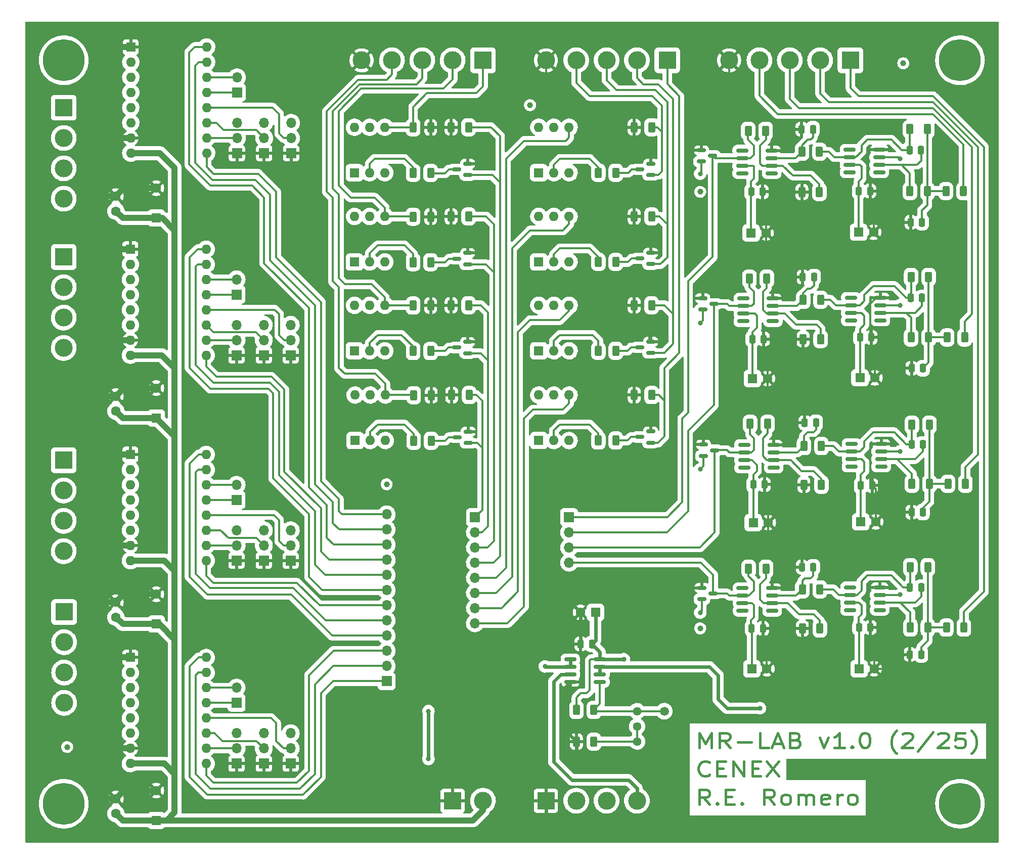
<source format=gbr>
%TF.GenerationSoftware,KiCad,Pcbnew,6.0.2+dfsg-1*%
%TF.CreationDate,2025-02-18T10:21:24-03:00*%
%TF.ProjectId,modulo_remoteapi_v1_1,6d6f6475-6c6f-45f7-9265-6d6f74656170,rev?*%
%TF.SameCoordinates,Original*%
%TF.FileFunction,Copper,L1,Top*%
%TF.FilePolarity,Positive*%
%FSLAX46Y46*%
G04 Gerber Fmt 4.6, Leading zero omitted, Abs format (unit mm)*
G04 Created by KiCad (PCBNEW 6.0.2+dfsg-1) date 2025-02-18 10:21:24*
%MOMM*%
%LPD*%
G01*
G04 APERTURE LIST*
G04 Aperture macros list*
%AMRoundRect*
0 Rectangle with rounded corners*
0 $1 Rounding radius*
0 $2 $3 $4 $5 $6 $7 $8 $9 X,Y pos of 4 corners*
0 Add a 4 corners polygon primitive as box body*
4,1,4,$2,$3,$4,$5,$6,$7,$8,$9,$2,$3,0*
0 Add four circle primitives for the rounded corners*
1,1,$1+$1,$2,$3*
1,1,$1+$1,$4,$5*
1,1,$1+$1,$6,$7*
1,1,$1+$1,$8,$9*
0 Add four rect primitives between the rounded corners*
20,1,$1+$1,$2,$3,$4,$5,0*
20,1,$1+$1,$4,$5,$6,$7,0*
20,1,$1+$1,$6,$7,$8,$9,0*
20,1,$1+$1,$8,$9,$2,$3,0*%
G04 Aperture macros list end*
%ADD10C,0.400000*%
%TA.AperFunction,NonConductor*%
%ADD11C,0.400000*%
%TD*%
%TA.AperFunction,SMDPad,CuDef*%
%ADD12RoundRect,0.250000X0.250000X0.475000X-0.250000X0.475000X-0.250000X-0.475000X0.250000X-0.475000X0*%
%TD*%
%TA.AperFunction,SMDPad,CuDef*%
%ADD13RoundRect,0.150000X0.825000X0.150000X-0.825000X0.150000X-0.825000X-0.150000X0.825000X-0.150000X0*%
%TD*%
%TA.AperFunction,SMDPad,CuDef*%
%ADD14C,1.000000*%
%TD*%
%TA.AperFunction,ComponentPad*%
%ADD15C,7.000000*%
%TD*%
%TA.AperFunction,ComponentPad*%
%ADD16R,1.600000X1.600000*%
%TD*%
%TA.AperFunction,ComponentPad*%
%ADD17C,1.600000*%
%TD*%
%TA.AperFunction,ComponentPad*%
%ADD18R,1.700000X1.700000*%
%TD*%
%TA.AperFunction,ComponentPad*%
%ADD19O,1.700000X1.700000*%
%TD*%
%TA.AperFunction,SMDPad,CuDef*%
%ADD20RoundRect,0.150000X-0.587500X-0.150000X0.587500X-0.150000X0.587500X0.150000X-0.587500X0.150000X0*%
%TD*%
%TA.AperFunction,ComponentPad*%
%ADD21R,3.000000X3.000000*%
%TD*%
%TA.AperFunction,ComponentPad*%
%ADD22C,3.000000*%
%TD*%
%TA.AperFunction,ComponentPad*%
%ADD23O,1.600000X1.600000*%
%TD*%
%TA.AperFunction,SMDPad,CuDef*%
%ADD24RoundRect,0.250000X0.312500X0.625000X-0.312500X0.625000X-0.312500X-0.625000X0.312500X-0.625000X0*%
%TD*%
%TA.AperFunction,SMDPad,CuDef*%
%ADD25RoundRect,0.250000X-0.312500X-0.625000X0.312500X-0.625000X0.312500X0.625000X-0.312500X0.625000X0*%
%TD*%
%TA.AperFunction,SMDPad,CuDef*%
%ADD26RoundRect,0.150000X0.587500X0.150000X-0.587500X0.150000X-0.587500X-0.150000X0.587500X-0.150000X0*%
%TD*%
%TA.AperFunction,SMDPad,CuDef*%
%ADD27RoundRect,0.250000X-0.250000X-0.475000X0.250000X-0.475000X0.250000X0.475000X-0.250000X0.475000X0*%
%TD*%
%TA.AperFunction,ComponentPad*%
%ADD28C,1.440000*%
%TD*%
%TA.AperFunction,SMDPad,CuDef*%
%ADD29RoundRect,0.150000X-0.825000X-0.150000X0.825000X-0.150000X0.825000X0.150000X-0.825000X0.150000X0*%
%TD*%
%TA.AperFunction,SMDPad,CuDef*%
%ADD30C,1.500000*%
%TD*%
%TA.AperFunction,ViaPad*%
%ADD31C,0.800000*%
%TD*%
%TA.AperFunction,Conductor*%
%ADD32C,1.000000*%
%TD*%
%TA.AperFunction,Conductor*%
%ADD33C,0.300000*%
%TD*%
%TA.AperFunction,Conductor*%
%ADD34C,0.600000*%
%TD*%
G04 APERTURE END LIST*
D10*
D11*
X-208642857Y-141630952D02*
X-208642857Y-139130952D01*
X-207642857Y-140916666D01*
X-206642857Y-139130952D01*
X-206642857Y-141630952D01*
X-203500000Y-141630952D02*
X-204500000Y-140440476D01*
X-205214286Y-141630952D02*
X-205214286Y-139130952D01*
X-204071429Y-139130952D01*
X-203785714Y-139250000D01*
X-203642857Y-139369047D01*
X-203500000Y-139607142D01*
X-203500000Y-139964285D01*
X-203642857Y-140202380D01*
X-203785714Y-140321428D01*
X-204071429Y-140440476D01*
X-205214286Y-140440476D01*
X-202214286Y-140678571D02*
X-199928572Y-140678571D01*
X-197071429Y-141630952D02*
X-198500000Y-141630952D01*
X-198500000Y-139130952D01*
X-196214286Y-140916666D02*
X-194785714Y-140916666D01*
X-196500000Y-141630952D02*
X-195500000Y-139130952D01*
X-194500000Y-141630952D01*
X-192500000Y-140321428D02*
X-192071429Y-140440476D01*
X-191928572Y-140559523D01*
X-191785714Y-140797619D01*
X-191785714Y-141154761D01*
X-191928572Y-141392857D01*
X-192071429Y-141511904D01*
X-192357143Y-141630952D01*
X-193500000Y-141630952D01*
X-193500000Y-139130952D01*
X-192500000Y-139130952D01*
X-192214286Y-139250000D01*
X-192071429Y-139369047D01*
X-191928572Y-139607142D01*
X-191928572Y-139845238D01*
X-192071429Y-140083333D01*
X-192214286Y-140202380D01*
X-192500000Y-140321428D01*
X-193500000Y-140321428D01*
X-188500000Y-139964285D02*
X-187785714Y-141630952D01*
X-187071429Y-139964285D01*
X-184357143Y-141630952D02*
X-186071429Y-141630952D01*
X-185214286Y-141630952D02*
X-185214286Y-139130952D01*
X-185500000Y-139488095D01*
X-185785714Y-139726190D01*
X-186071429Y-139845238D01*
X-183071429Y-141392857D02*
X-182928572Y-141511904D01*
X-183071429Y-141630952D01*
X-183214286Y-141511904D01*
X-183071429Y-141392857D01*
X-183071429Y-141630952D01*
X-181071429Y-139130952D02*
X-180785714Y-139130952D01*
X-180500000Y-139250000D01*
X-180357143Y-139369047D01*
X-180214286Y-139607142D01*
X-180071429Y-140083333D01*
X-180071429Y-140678571D01*
X-180214286Y-141154761D01*
X-180357143Y-141392857D01*
X-180500000Y-141511904D01*
X-180785714Y-141630952D01*
X-181071429Y-141630952D01*
X-181357143Y-141511904D01*
X-181500000Y-141392857D01*
X-181642857Y-141154761D01*
X-181785714Y-140678571D01*
X-181785714Y-140083333D01*
X-181642857Y-139607142D01*
X-181500000Y-139369047D01*
X-181357143Y-139250000D01*
X-181071429Y-139130952D01*
X-175642857Y-142583333D02*
X-175785714Y-142464285D01*
X-176071429Y-142107142D01*
X-176214286Y-141869047D01*
X-176357143Y-141511904D01*
X-176500000Y-140916666D01*
X-176500000Y-140440476D01*
X-176357143Y-139845238D01*
X-176214286Y-139488095D01*
X-176071429Y-139250000D01*
X-175785714Y-138892857D01*
X-175642857Y-138773809D01*
X-174642857Y-139369047D02*
X-174500000Y-139250000D01*
X-174214286Y-139130952D01*
X-173500000Y-139130952D01*
X-173214286Y-139250000D01*
X-173071429Y-139369047D01*
X-172928572Y-139607142D01*
X-172928572Y-139845238D01*
X-173071429Y-140202380D01*
X-174785714Y-141630952D01*
X-172928572Y-141630952D01*
X-169500000Y-139011904D02*
X-172071429Y-142226190D01*
X-168642857Y-139369047D02*
X-168500000Y-139250000D01*
X-168214286Y-139130952D01*
X-167500000Y-139130952D01*
X-167214286Y-139250000D01*
X-167071429Y-139369047D01*
X-166928572Y-139607142D01*
X-166928572Y-139845238D01*
X-167071429Y-140202380D01*
X-168785714Y-141630952D01*
X-166928572Y-141630952D01*
X-164214286Y-139130952D02*
X-165642857Y-139130952D01*
X-165785714Y-140321428D01*
X-165642857Y-140202380D01*
X-165357143Y-140083333D01*
X-164642857Y-140083333D01*
X-164357143Y-140202380D01*
X-164214286Y-140321428D01*
X-164071429Y-140559523D01*
X-164071429Y-141154761D01*
X-164214286Y-141392857D01*
X-164357143Y-141511904D01*
X-164642857Y-141630952D01*
X-165357143Y-141630952D01*
X-165642857Y-141511904D01*
X-165785714Y-141392857D01*
X-163071429Y-142583333D02*
X-162928572Y-142464285D01*
X-162642857Y-142107142D01*
X-162500000Y-141869047D01*
X-162357143Y-141511904D01*
X-162214286Y-140916666D01*
X-162214286Y-140440476D01*
X-162357143Y-139845238D01*
X-162500000Y-139488095D01*
X-162642857Y-139250000D01*
X-162928572Y-138892857D01*
X-163071429Y-138773809D01*
D10*
D11*
X-206928572Y-146142857D02*
X-207071429Y-146261904D01*
X-207500000Y-146380952D01*
X-207785715Y-146380952D01*
X-208214286Y-146261904D01*
X-208500000Y-146023809D01*
X-208642858Y-145785714D01*
X-208785715Y-145309523D01*
X-208785715Y-144952380D01*
X-208642858Y-144476190D01*
X-208500000Y-144238095D01*
X-208214286Y-144000000D01*
X-207785715Y-143880952D01*
X-207500000Y-143880952D01*
X-207071429Y-144000000D01*
X-206928572Y-144119047D01*
X-205642858Y-145071428D02*
X-204642858Y-145071428D01*
X-204214286Y-146380952D02*
X-205642858Y-146380952D01*
X-205642858Y-143880952D01*
X-204214286Y-143880952D01*
X-202928572Y-146380952D02*
X-202928572Y-143880952D01*
X-201214286Y-146380952D01*
X-201214286Y-143880952D01*
X-199785715Y-145071428D02*
X-198785715Y-145071428D01*
X-198357143Y-146380952D02*
X-199785715Y-146380952D01*
X-199785715Y-143880952D01*
X-198357143Y-143880952D01*
X-197357143Y-143880952D02*
X-195357143Y-146380952D01*
X-195357143Y-143880952D02*
X-197357143Y-146380952D01*
D10*
D11*
X-206928571Y-151130952D02*
X-207928571Y-149940476D01*
X-208642857Y-151130952D02*
X-208642857Y-148630952D01*
X-207500000Y-148630952D01*
X-207214285Y-148750000D01*
X-207071428Y-148869047D01*
X-206928571Y-149107142D01*
X-206928571Y-149464285D01*
X-207071428Y-149702380D01*
X-207214285Y-149821428D01*
X-207500000Y-149940476D01*
X-208642857Y-149940476D01*
X-205642857Y-150892857D02*
X-205500000Y-151011904D01*
X-205642857Y-151130952D01*
X-205785714Y-151011904D01*
X-205642857Y-150892857D01*
X-205642857Y-151130952D01*
X-204214285Y-149821428D02*
X-203214285Y-149821428D01*
X-202785714Y-151130952D02*
X-204214285Y-151130952D01*
X-204214285Y-148630952D01*
X-202785714Y-148630952D01*
X-201500000Y-150892857D02*
X-201357142Y-151011904D01*
X-201500000Y-151130952D01*
X-201642857Y-151011904D01*
X-201500000Y-150892857D01*
X-201500000Y-151130952D01*
X-196071428Y-151130952D02*
X-197071428Y-149940476D01*
X-197785714Y-151130952D02*
X-197785714Y-148630952D01*
X-196642857Y-148630952D01*
X-196357142Y-148750000D01*
X-196214285Y-148869047D01*
X-196071428Y-149107142D01*
X-196071428Y-149464285D01*
X-196214285Y-149702380D01*
X-196357142Y-149821428D01*
X-196642857Y-149940476D01*
X-197785714Y-149940476D01*
X-194357142Y-151130952D02*
X-194642857Y-151011904D01*
X-194785714Y-150892857D01*
X-194928571Y-150654761D01*
X-194928571Y-149940476D01*
X-194785714Y-149702380D01*
X-194642857Y-149583333D01*
X-194357142Y-149464285D01*
X-193928571Y-149464285D01*
X-193642857Y-149583333D01*
X-193500000Y-149702380D01*
X-193357142Y-149940476D01*
X-193357142Y-150654761D01*
X-193500000Y-150892857D01*
X-193642857Y-151011904D01*
X-193928571Y-151130952D01*
X-194357142Y-151130952D01*
X-192071428Y-151130952D02*
X-192071428Y-149464285D01*
X-192071428Y-149702380D02*
X-191928571Y-149583333D01*
X-191642857Y-149464285D01*
X-191214285Y-149464285D01*
X-190928571Y-149583333D01*
X-190785714Y-149821428D01*
X-190785714Y-151130952D01*
X-190785714Y-149821428D02*
X-190642857Y-149583333D01*
X-190357142Y-149464285D01*
X-189928571Y-149464285D01*
X-189642857Y-149583333D01*
X-189500000Y-149821428D01*
X-189500000Y-151130952D01*
X-186928571Y-151011904D02*
X-187214285Y-151130952D01*
X-187785714Y-151130952D01*
X-188071428Y-151011904D01*
X-188214285Y-150773809D01*
X-188214285Y-149821428D01*
X-188071428Y-149583333D01*
X-187785714Y-149464285D01*
X-187214285Y-149464285D01*
X-186928571Y-149583333D01*
X-186785714Y-149821428D01*
X-186785714Y-150059523D01*
X-188214285Y-150297619D01*
X-185500000Y-151130952D02*
X-185500000Y-149464285D01*
X-185500000Y-149940476D02*
X-185357142Y-149702380D01*
X-185214285Y-149583333D01*
X-184928571Y-149464285D01*
X-184642857Y-149464285D01*
X-183214285Y-151130952D02*
X-183500000Y-151011904D01*
X-183642857Y-150892857D01*
X-183785714Y-150654761D01*
X-183785714Y-149940476D01*
X-183642857Y-149702380D01*
X-183500000Y-149583333D01*
X-183214285Y-149464285D01*
X-182785714Y-149464285D01*
X-182500000Y-149583333D01*
X-182357142Y-149702380D01*
X-182214285Y-149940476D01*
X-182214285Y-150654761D01*
X-182357142Y-150892857D01*
X-182500000Y-151011904D01*
X-182785714Y-151130952D01*
X-183214285Y-151130952D01*
D12*
%TO.P,C24,1*%
%TO.N,Net-(C24-Pad1)*%
X-171220000Y-78075000D03*
%TO.P,C24,2*%
%TO.N,GND*%
X-173120000Y-78075000D03*
%TD*%
D13*
%TO.P,U2,1,NC*%
%TO.N,unconnected-(U2-Pad1)*%
X-178195000Y-94560000D03*
%TO.P,U2,2,-*%
%TO.N,Net-(C12-Pad1)*%
X-178195000Y-93290000D03*
%TO.P,U2,3,+*%
%TO.N,/Vref_0V3*%
X-178195000Y-92020000D03*
%TO.P,U2,4,V-*%
%TO.N,GND*%
X-178195000Y-90750000D03*
%TO.P,U2,5,NC*%
%TO.N,unconnected-(U2-Pad5)*%
X-183145000Y-90750000D03*
%TO.P,U2,6*%
%TO.N,Net-(C12-Pad2)*%
X-183145000Y-92020000D03*
%TO.P,U2,7,V+*%
%TO.N,+5V*%
X-183145000Y-93290000D03*
%TO.P,U2,8,NC*%
%TO.N,unconnected-(U2-Pad8)*%
X-183145000Y-94560000D03*
%TD*%
D14*
%TO.P,FID5,*%
%TO.N,*%
X-208500000Y-48530000D03*
%TD*%
D15*
%TO.P,H1,1*%
%TO.N,N/C*%
X-315065000Y-26500000D03*
%TD*%
D16*
%TO.P,C21,1*%
%TO.N,+5V*%
X-199970000Y-55420000D03*
D17*
%TO.P,C21,2*%
%TO.N,GND*%
X-197470000Y-55420000D03*
%TD*%
D18*
%TO.P,J7,1,Pin_1*%
%TO.N,GND*%
X-286130000Y-110280000D03*
D19*
%TO.P,J7,2,Pin_2*%
%TO.N,/A1_MS1*%
X-286130000Y-107740000D03*
%TO.P,J7,3,Pin_3*%
%TO.N,+3V3*%
X-286130000Y-105200000D03*
%TD*%
D20*
%TO.P,D2,1*%
%TO.N,GND*%
X-207955834Y-90850000D03*
%TO.P,D2,2*%
%TO.N,/Vref_1V8*%
X-207955834Y-92750000D03*
%TO.P,D2,3*%
%TO.N,/AI_2_BBB*%
X-206080834Y-91800000D03*
%TD*%
D21*
%TO.P,J23,1,Pin_1*%
%TO.N,/A2_1B*%
X-315065000Y-59440000D03*
D22*
%TO.P,J23,2,Pin_2*%
%TO.N,/A2_1A*%
X-315065000Y-64520000D03*
%TO.P,J23,3,Pin_3*%
%TO.N,/A2_2A*%
X-315065000Y-69600000D03*
%TO.P,J23,4,Pin_4*%
%TO.N,/A2_2B*%
X-315065000Y-74680000D03*
%TD*%
D16*
%TO.P,U11,1*%
%TO.N,+5V*%
X-266381666Y-60266666D03*
D23*
%TO.P,U11,2*%
%TO.N,Net-(R30-Pad2)*%
X-263841666Y-60266666D03*
%TO.P,U11,3,NC*%
%TO.N,unconnected-(U11-Pad3)*%
X-261301666Y-60266666D03*
%TO.P,U11,4*%
%TO.N,/DO_2*%
X-261301666Y-52646666D03*
%TO.P,U11,5*%
%TO.N,+5V*%
X-263841666Y-52646666D03*
%TO.P,U11,6*%
%TO.N,unconnected-(U11-Pad6)*%
X-266381666Y-52646666D03*
%TD*%
D13*
%TO.P,U4,1,NC*%
%TO.N,unconnected-(U4-Pad1)*%
X-196195000Y-94705000D03*
%TO.P,U4,2,-*%
%TO.N,Net-(R10-Pad2)*%
X-196195000Y-93435000D03*
%TO.P,U4,3,+*%
%TO.N,Net-(C18-Pad1)*%
X-196195000Y-92165000D03*
%TO.P,U4,4,V-*%
%TO.N,GND*%
X-196195000Y-90895000D03*
%TO.P,U4,5,NC*%
%TO.N,unconnected-(U4-Pad5)*%
X-201145000Y-90895000D03*
%TO.P,U4,6*%
%TO.N,/AI_2_BBB*%
X-201145000Y-92165000D03*
%TO.P,U4,7,V+*%
%TO.N,+5V*%
X-201145000Y-93435000D03*
%TO.P,U4,8,NC*%
%TO.N,unconnected-(U4-Pad8)*%
X-201145000Y-94705000D03*
%TD*%
D24*
%TO.P,R40,1*%
%TO.N,Net-(Q6-Pad3)*%
X-222630834Y-60266666D03*
%TO.P,R40,2*%
%TO.N,Net-(R40-Pad2)*%
X-225555834Y-60266666D03*
%TD*%
%TO.P,R26,1*%
%TO.N,Net-(R26-Pad1)*%
X-226292500Y-140600000D03*
%TO.P,R26,2*%
%TO.N,GND*%
X-229217500Y-140600000D03*
%TD*%
D20*
%TO.P,D4,1*%
%TO.N,GND*%
X-208085834Y-66350000D03*
%TO.P,D4,2*%
%TO.N,/Vref_1V8*%
X-208085834Y-68250000D03*
%TO.P,D4,3*%
%TO.N,/AI_1_BBB*%
X-206210834Y-67300000D03*
%TD*%
D18*
%TO.P,J25,1,Pin_1*%
%TO.N,Net-(A2-Pad13)*%
X-286130000Y-134080000D03*
D19*
%TO.P,J25,2,Pin_2*%
%TO.N,Net-(A2-Pad14)*%
X-286130000Y-131540000D03*
%TD*%
D13*
%TO.P,U8,1,NC*%
%TO.N,unconnected-(U8-Pad1)*%
X-196325000Y-70205000D03*
%TO.P,U8,2,-*%
%TO.N,Net-(R22-Pad2)*%
X-196325000Y-68935000D03*
%TO.P,U8,3,+*%
%TO.N,Net-(C32-Pad1)*%
X-196325000Y-67665000D03*
%TO.P,U8,4,V-*%
%TO.N,GND*%
X-196325000Y-66395000D03*
%TO.P,U8,5,NC*%
%TO.N,unconnected-(U8-Pad5)*%
X-201275000Y-66395000D03*
%TO.P,U8,6*%
%TO.N,/AI_1_BBB*%
X-201275000Y-67665000D03*
%TO.P,U8,7,V+*%
%TO.N,+5V*%
X-201275000Y-68935000D03*
%TO.P,U8,8,NC*%
%TO.N,unconnected-(U8-Pad8)*%
X-201275000Y-70205000D03*
%TD*%
D12*
%TO.P,C10,1*%
%TO.N,Net-(C10-Pad1)*%
X-171220000Y-102175000D03*
%TO.P,C10,2*%
%TO.N,GND*%
X-173120000Y-102175000D03*
%TD*%
D25*
%TO.P,R25,1*%
%TO.N,+5V*%
X-229217500Y-135300000D03*
%TO.P,R25,2*%
%TO.N,Net-(R25-Pad2)*%
X-226292500Y-135300000D03*
%TD*%
D17*
%TO.P,C6,1*%
%TO.N,+12V*%
X-306340000Y-51750000D03*
%TO.P,C6,2*%
%TO.N,GND*%
X-306340000Y-49250000D03*
%TD*%
D24*
%TO.P,R31,1*%
%TO.N,GND*%
X-253537500Y-82588333D03*
%TO.P,R31,2*%
%TO.N,/DO_0*%
X-256462500Y-82588333D03*
%TD*%
D18*
%TO.P,J4,1,Pin_1*%
%TO.N,GND*%
X-281565000Y-144280000D03*
D19*
%TO.P,J4,2,Pin_2*%
%TO.N,/A0_MS2*%
X-281565000Y-141740000D03*
%TO.P,J4,3,Pin_3*%
%TO.N,+3V3*%
X-281565000Y-139200000D03*
%TD*%
D16*
%TO.P,U12,1*%
%TO.N,+5V*%
X-266381666Y-75144999D03*
D23*
%TO.P,U12,2*%
%TO.N,Net-(R35-Pad2)*%
X-263841666Y-75144999D03*
%TO.P,U12,3,NC*%
%TO.N,unconnected-(U12-Pad3)*%
X-261301666Y-75144999D03*
%TO.P,U12,4*%
%TO.N,/DO_1*%
X-261301666Y-67524999D03*
%TO.P,U12,5*%
%TO.N,+5V*%
X-263841666Y-67524999D03*
%TO.P,U12,6*%
%TO.N,unconnected-(U12-Pad6)*%
X-266381666Y-67524999D03*
%TD*%
D21*
%TO.P,J24,1,Pin_1*%
%TO.N,/A1_1B*%
X-315065000Y-93460000D03*
D22*
%TO.P,J24,2,Pin_2*%
%TO.N,/A1_1A*%
X-315065000Y-98540000D03*
%TO.P,J24,3,Pin_3*%
%TO.N,/A1_2A*%
X-315065000Y-103620000D03*
%TO.P,J24,4,Pin_4*%
%TO.N,/A1_2B*%
X-315065000Y-108700000D03*
%TD*%
D18*
%TO.P,J6,1,Pin_1*%
%TO.N,GND*%
X-277065000Y-144280000D03*
D19*
%TO.P,J6,2,Pin_2*%
%TO.N,/A0_MS3*%
X-277065000Y-141740000D03*
%TO.P,J6,3,Pin_3*%
%TO.N,+3V3*%
X-277065000Y-139200000D03*
%TD*%
D13*
%TO.P,U1,1,NC*%
%TO.N,unconnected-(U1-Pad1)*%
X-178525000Y-45260000D03*
%TO.P,U1,2,-*%
%TO.N,Net-(C11-Pad1)*%
X-178525000Y-43990000D03*
%TO.P,U1,3,+*%
%TO.N,/Vref_0V3*%
X-178525000Y-42720000D03*
%TO.P,U1,4,V-*%
%TO.N,GND*%
X-178525000Y-41450000D03*
%TO.P,U1,5,NC*%
%TO.N,unconnected-(U1-Pad5)*%
X-183475000Y-41450000D03*
%TO.P,U1,6*%
%TO.N,Net-(C11-Pad2)*%
X-183475000Y-42720000D03*
%TO.P,U1,7,V+*%
%TO.N,+5V*%
X-183475000Y-43990000D03*
%TO.P,U1,8,NC*%
%TO.N,unconnected-(U1-Pad8)*%
X-183475000Y-45260000D03*
%TD*%
D17*
%TO.P,C1,1*%
%TO.N,+12V*%
X-306340000Y-85250000D03*
%TO.P,C1,2*%
%TO.N,GND*%
X-306340000Y-82750000D03*
%TD*%
D16*
%TO.P,C8,1*%
%TO.N,+12V*%
X-299565000Y-52902651D03*
D17*
%TO.P,C8,2*%
%TO.N,GND*%
X-299565000Y-47902651D03*
%TD*%
D13*
%TO.P,U7,1,NC*%
%TO.N,unconnected-(U7-Pad1)*%
X-196455000Y-118705000D03*
%TO.P,U7,2,-*%
%TO.N,Net-(R21-Pad2)*%
X-196455000Y-117435000D03*
%TO.P,U7,3,+*%
%TO.N,Net-(C31-Pad1)*%
X-196455000Y-116165000D03*
%TO.P,U7,4,V-*%
%TO.N,GND*%
X-196455000Y-114895000D03*
%TO.P,U7,5,NC*%
%TO.N,unconnected-(U7-Pad5)*%
X-201405000Y-114895000D03*
%TO.P,U7,6*%
%TO.N,/AI_3_BBB*%
X-201405000Y-116165000D03*
%TO.P,U7,7,V+*%
%TO.N,+5V*%
X-201405000Y-117435000D03*
%TO.P,U7,8,NC*%
%TO.N,unconnected-(U7-Pad8)*%
X-201405000Y-118705000D03*
%TD*%
D18*
%TO.P,J10,1,Pin_1*%
%TO.N,GND*%
X-286065000Y-42050000D03*
D19*
%TO.P,J10,2,Pin_2*%
%TO.N,/A3_MS1*%
X-286065000Y-39510000D03*
%TO.P,J10,3,Pin_3*%
%TO.N,+3V3*%
X-286065000Y-36970000D03*
%TD*%
D26*
%TO.P,Q7,1,G*%
%TO.N,/DI_1*%
X-216795834Y-75514999D03*
%TO.P,Q7,2,S*%
%TO.N,GND*%
X-216795834Y-73614999D03*
%TO.P,Q7,3,D*%
%TO.N,Net-(Q7-Pad3)*%
X-218670834Y-74564999D03*
%TD*%
D27*
%TO.P,C20,1*%
%TO.N,+5V*%
X-199620000Y-97550000D03*
%TO.P,C20,2*%
%TO.N,GND*%
X-197720000Y-97550000D03*
%TD*%
%TO.P,C33,1*%
%TO.N,+5V*%
X-199880000Y-121635000D03*
%TO.P,C33,2*%
%TO.N,GND*%
X-197980000Y-121635000D03*
%TD*%
D24*
%TO.P,R11,1*%
%TO.N,Net-(R11-Pad1)*%
X-197537500Y-38300000D03*
%TO.P,R11,2*%
%TO.N,/AI_0_BBB*%
X-200462500Y-38300000D03*
%TD*%
D16*
%TO.P,C30,1*%
%TO.N,+5V*%
X-181750000Y-79655000D03*
D17*
%TO.P,C30,2*%
%TO.N,GND*%
X-179250000Y-79655000D03*
%TD*%
D16*
%TO.P,C29,1*%
%TO.N,+5V*%
X-181880000Y-128395000D03*
D17*
%TO.P,C29,2*%
%TO.N,GND*%
X-179380000Y-128395000D03*
%TD*%
D13*
%TO.P,U6,1,NC*%
%TO.N,unconnected-(U6-Pad1)*%
X-178325000Y-70060000D03*
%TO.P,U6,2,-*%
%TO.N,Net-(C26-Pad1)*%
X-178325000Y-68790000D03*
%TO.P,U6,3,+*%
%TO.N,/Vref_0V3*%
X-178325000Y-67520000D03*
%TO.P,U6,4,V-*%
%TO.N,GND*%
X-178325000Y-66250000D03*
%TO.P,U6,5,NC*%
%TO.N,unconnected-(U6-Pad5)*%
X-183275000Y-66250000D03*
%TO.P,U6,6*%
%TO.N,Net-(C26-Pad2)*%
X-183275000Y-67520000D03*
%TO.P,U6,7,V+*%
%TO.N,+5V*%
X-183275000Y-68790000D03*
%TO.P,U6,8,NC*%
%TO.N,unconnected-(U6-Pad8)*%
X-183275000Y-70060000D03*
%TD*%
D14*
%TO.P,FID4,*%
%TO.N,*%
X-261000000Y-97500000D03*
%TD*%
D12*
%TO.P,C12,1*%
%TO.N,Net-(C12-Pad1)*%
X-171220000Y-90805000D03*
%TO.P,C12,2*%
%TO.N,Net-(C12-Pad2)*%
X-173120000Y-90805000D03*
%TD*%
D26*
%TO.P,Q1,1,G*%
%TO.N,/BBB_DO_0*%
X-247342500Y-90578333D03*
%TO.P,Q1,2,S*%
%TO.N,GND*%
X-247342500Y-88678333D03*
%TO.P,Q1,3,D*%
%TO.N,Net-(Q1-Pad3)*%
X-249217500Y-89628333D03*
%TD*%
D16*
%TO.P,C7,1*%
%TO.N,+12V*%
X-299565000Y-120902651D03*
D17*
%TO.P,C7,2*%
%TO.N,GND*%
X-299565000Y-115902651D03*
%TD*%
D16*
%TO.P,U16,1*%
%TO.N,+5V*%
X-235525000Y-75144999D03*
D23*
%TO.P,U16,2*%
%TO.N,Net-(R43-Pad2)*%
X-232985000Y-75144999D03*
%TO.P,U16,3,NC*%
%TO.N,unconnected-(U16-Pad3)*%
X-230445000Y-75144999D03*
%TO.P,U16,4*%
%TO.N,/BBB_DI_1*%
X-230445000Y-67524999D03*
%TO.P,U16,5*%
%TO.N,+3V3*%
X-232985000Y-67524999D03*
%TO.P,U16,6*%
%TO.N,unconnected-(U16-Pad6)*%
X-235525000Y-67524999D03*
%TD*%
D24*
%TO.P,R2,1*%
%TO.N,/AI_2*%
X-164090000Y-97415000D03*
%TO.P,R2,2*%
%TO.N,Net-(C10-Pad1)*%
X-167015000Y-97415000D03*
%TD*%
D26*
%TO.P,Q5,1,G*%
%TO.N,/DI_0*%
X-216795834Y-90543333D03*
%TO.P,Q5,2,S*%
%TO.N,GND*%
X-216795834Y-88643333D03*
%TO.P,Q5,3,D*%
%TO.N,Net-(Q5-Pad3)*%
X-218670834Y-89593333D03*
%TD*%
D16*
%TO.P,C4,1*%
%TO.N,+12V*%
X-299565000Y-153800302D03*
D17*
%TO.P,C4,2*%
%TO.N,GND*%
X-299565000Y-148800302D03*
%TD*%
D12*
%TO.P,C17,1*%
%TO.N,Net-(C17-Pad1)*%
X-189630000Y-38040000D03*
%TO.P,C17,2*%
%TO.N,GND*%
X-191530000Y-38040000D03*
%TD*%
D21*
%TO.P,J21,1,Pin_1*%
%TO.N,GND*%
X-249951666Y-150500000D03*
D22*
%TO.P,J21,2,Pin_2*%
%TO.N,+12V*%
X-244871666Y-150500000D03*
%TD*%
D24*
%TO.P,R4,1*%
%TO.N,Net-(C10-Pad1)*%
X-170127500Y-97415000D03*
%TO.P,R4,2*%
%TO.N,Net-(C12-Pad1)*%
X-173052500Y-97415000D03*
%TD*%
D18*
%TO.P,J5,1,Pin_1*%
%TO.N,GND*%
X-277065000Y-75890000D03*
D19*
%TO.P,J5,2,Pin_2*%
%TO.N,/A2_MS3*%
X-277065000Y-73350000D03*
%TO.P,J5,3,Pin_3*%
%TO.N,+3V3*%
X-277065000Y-70810000D03*
%TD*%
D18*
%TO.P,J8,1,Pin_1*%
%TO.N,GND*%
X-281565000Y-110280000D03*
D19*
%TO.P,J8,2,Pin_2*%
%TO.N,/A1_MS2*%
X-281565000Y-107740000D03*
%TO.P,J8,3,Pin_3*%
%TO.N,+3V3*%
X-281565000Y-105200000D03*
%TD*%
D16*
%TO.P,C16,1*%
%TO.N,+5V*%
X-181620000Y-103785000D03*
D17*
%TO.P,C16,2*%
%TO.N,GND*%
X-179120000Y-103785000D03*
%TD*%
D16*
%TO.P,C36,1*%
%TO.N,+5V*%
X-199750000Y-79800000D03*
D17*
%TO.P,C36,2*%
%TO.N,GND*%
X-197250000Y-79800000D03*
%TD*%
D25*
%TO.P,R9,1*%
%TO.N,GND*%
X-191462500Y-48550000D03*
%TO.P,R9,2*%
%TO.N,Net-(R11-Pad1)*%
X-188537500Y-48550000D03*
%TD*%
D26*
%TO.P,Q6,1,G*%
%TO.N,/DI_2*%
X-216795834Y-60636666D03*
%TO.P,Q6,2,S*%
%TO.N,GND*%
X-216795834Y-58736666D03*
%TO.P,Q6,3,D*%
%TO.N,Net-(Q6-Pad3)*%
X-218670834Y-59686666D03*
%TD*%
D16*
%TO.P,C35,1*%
%TO.N,+5V*%
X-199842379Y-128395000D03*
D17*
%TO.P,C35,2*%
%TO.N,GND*%
X-197342379Y-128395000D03*
%TD*%
D15*
%TO.P,H4,1*%
%TO.N,N/C*%
X-165000000Y-151000000D03*
%TD*%
D21*
%TO.P,J20,1,Pin_1*%
%TO.N,/A3_1B*%
X-315065000Y-34430000D03*
D22*
%TO.P,J20,2,Pin_2*%
%TO.N,/A3_1A*%
X-315065000Y-39510000D03*
%TO.P,J20,3,Pin_3*%
%TO.N,/A3_2A*%
X-315065000Y-44590000D03*
%TO.P,J20,4,Pin_4*%
%TO.N,/A3_2B*%
X-315065000Y-49670000D03*
%TD*%
D15*
%TO.P,H2,1*%
%TO.N,N/C*%
X-165000000Y-26500000D03*
%TD*%
D25*
%TO.P,R10,1*%
%TO.N,GND*%
X-191132500Y-97570000D03*
%TO.P,R10,2*%
%TO.N,Net-(R10-Pad2)*%
X-188207500Y-97570000D03*
%TD*%
D15*
%TO.P,H3,1*%
%TO.N,N/C*%
X-315065000Y-151000000D03*
%TD*%
D16*
%TO.P,U17,1*%
%TO.N,+5V*%
X-235525000Y-45323333D03*
D23*
%TO.P,U17,2*%
%TO.N,Net-(R44-Pad2)*%
X-232985000Y-45323333D03*
%TO.P,U17,3,NC*%
%TO.N,unconnected-(U17-Pad3)*%
X-230445000Y-45323333D03*
%TO.P,U17,4*%
%TO.N,/BBB_DI_3*%
X-230445000Y-37703333D03*
%TO.P,U17,5*%
%TO.N,+3V3*%
X-232985000Y-37703333D03*
%TO.P,U17,6*%
%TO.N,unconnected-(U17-Pad6)*%
X-235525000Y-37703333D03*
%TD*%
D24*
%TO.P,R20,1*%
%TO.N,Net-(C26-Pad2)*%
X-188337500Y-66600000D03*
%TO.P,R20,2*%
%TO.N,Net-(C32-Pad1)*%
X-191262500Y-66600000D03*
%TD*%
D16*
%TO.P,C3,1*%
%TO.N,+12V*%
X-299565000Y-86402651D03*
D17*
%TO.P,C3,2*%
%TO.N,GND*%
X-299565000Y-81402651D03*
%TD*%
D16*
%TO.P,C15,1*%
%TO.N,+5V*%
X-181970000Y-55275000D03*
D17*
%TO.P,C15,2*%
%TO.N,GND*%
X-179470000Y-55275000D03*
%TD*%
D16*
%TO.P,A1,1,GND*%
%TO.N,GND*%
X-303905000Y-58110000D03*
D23*
%TO.P,A1,2,VDD*%
%TO.N,+3V3*%
X-303905000Y-60650000D03*
%TO.P,A1,3,1B*%
%TO.N,/A2_1B*%
X-303905000Y-63190000D03*
%TO.P,A1,4,1A*%
%TO.N,/A2_1A*%
X-303905000Y-65730000D03*
%TO.P,A1,5,2A*%
%TO.N,/A2_2A*%
X-303905000Y-68270000D03*
%TO.P,A1,6,2B*%
%TO.N,/A2_2B*%
X-303905000Y-70810000D03*
%TO.P,A1,7,GND*%
%TO.N,GND*%
X-303905000Y-73350000D03*
%TO.P,A1,8,VMOT*%
%TO.N,+12V*%
X-303905000Y-75890000D03*
%TO.P,A1,9,~{ENABLE}*%
%TO.N,/BBB_A2_ENABLE*%
X-291205000Y-75890000D03*
%TO.P,A1,10,MS1*%
%TO.N,/A2_MS1*%
X-291205000Y-73350000D03*
%TO.P,A1,11,MS2*%
%TO.N,/A2_MS2*%
X-291205000Y-70810000D03*
%TO.P,A1,12,MS3*%
%TO.N,/A2_MS3*%
X-291205000Y-68270000D03*
%TO.P,A1,13,~{RESET}*%
%TO.N,Net-(A1-Pad13)*%
X-291205000Y-65730000D03*
%TO.P,A1,14,~{SLEEP}*%
%TO.N,Net-(A1-Pad14)*%
X-291205000Y-63190000D03*
%TO.P,A1,15,STEP*%
%TO.N,/BBB_A2_STEP*%
X-291205000Y-60650000D03*
%TO.P,A1,16,DIR*%
%TO.N,/BBB_A2_DIR*%
X-291205000Y-58110000D03*
%TD*%
D25*
%TO.P,R22,1*%
%TO.N,GND*%
X-191262500Y-73170000D03*
%TO.P,R22,2*%
%TO.N,Net-(R22-Pad2)*%
X-188337500Y-73170000D03*
%TD*%
%TO.P,R34,1*%
%TO.N,GND*%
X-250202500Y-37703333D03*
%TO.P,R34,2*%
%TO.N,/BBB_DO_3*%
X-247277500Y-37703333D03*
%TD*%
D16*
%TO.P,U15,1*%
%TO.N,+5V*%
X-235525000Y-60266666D03*
D23*
%TO.P,U15,2*%
%TO.N,Net-(R40-Pad2)*%
X-232985000Y-60266666D03*
%TO.P,U15,3,NC*%
%TO.N,unconnected-(U15-Pad3)*%
X-230445000Y-60266666D03*
%TO.P,U15,4*%
%TO.N,/BBB_DI_2*%
X-230445000Y-52646666D03*
%TO.P,U15,5*%
%TO.N,+3V3*%
X-232985000Y-52646666D03*
%TO.P,U15,6*%
%TO.N,unconnected-(U15-Pad6)*%
X-235525000Y-52646666D03*
%TD*%
D24*
%TO.P,R23,1*%
%TO.N,Net-(R21-Pad2)*%
X-197467500Y-111635000D03*
%TO.P,R23,2*%
%TO.N,/AI_3_BBB*%
X-200392500Y-111635000D03*
%TD*%
%TO.P,R5,1*%
%TO.N,Net-(C9-Pad1)*%
X-170457500Y-38025000D03*
%TO.P,R5,2*%
%TO.N,Net-(C11-Pad2)*%
X-173382500Y-38025000D03*
%TD*%
%TO.P,R30,1*%
%TO.N,Net-(Q2-Pad3)*%
X-253637500Y-60301666D03*
%TO.P,R30,2*%
%TO.N,Net-(R30-Pad2)*%
X-256562500Y-60301666D03*
%TD*%
D16*
%TO.P,A3,1,GND*%
%TO.N,GND*%
X-303905000Y-92500000D03*
D23*
%TO.P,A3,2,VDD*%
%TO.N,+3V3*%
X-303905000Y-95040000D03*
%TO.P,A3,3,1B*%
%TO.N,/A1_1B*%
X-303905000Y-97580000D03*
%TO.P,A3,4,1A*%
%TO.N,/A1_1A*%
X-303905000Y-100120000D03*
%TO.P,A3,5,2A*%
%TO.N,/A1_2A*%
X-303905000Y-102660000D03*
%TO.P,A3,6,2B*%
%TO.N,/A1_2B*%
X-303905000Y-105200000D03*
%TO.P,A3,7,GND*%
%TO.N,GND*%
X-303905000Y-107740000D03*
%TO.P,A3,8,VMOT*%
%TO.N,+12V*%
X-303905000Y-110280000D03*
%TO.P,A3,9,~{ENABLE}*%
%TO.N,/BBB_A1_ENABLE*%
X-291205000Y-110280000D03*
%TO.P,A3,10,MS1*%
%TO.N,/A1_MS1*%
X-291205000Y-107740000D03*
%TO.P,A3,11,MS2*%
%TO.N,/A1_MS2*%
X-291205000Y-105200000D03*
%TO.P,A3,12,MS3*%
%TO.N,/A1_MS3*%
X-291205000Y-102660000D03*
%TO.P,A3,13,~{RESET}*%
%TO.N,Net-(A3-Pad13)*%
X-291205000Y-100120000D03*
%TO.P,A3,14,~{SLEEP}*%
%TO.N,Net-(A3-Pad14)*%
X-291205000Y-97580000D03*
%TO.P,A3,15,STEP*%
%TO.N,/BBB_A1_STEP*%
X-291205000Y-95040000D03*
%TO.P,A3,16,DIR*%
%TO.N,/BBB_A1_DIR*%
X-291205000Y-92500000D03*
%TD*%
D24*
%TO.P,R1,1*%
%TO.N,/AI_0*%
X-164420000Y-48395000D03*
%TO.P,R1,2*%
%TO.N,Net-(C9-Pad1)*%
X-167345000Y-48395000D03*
%TD*%
D26*
%TO.P,Q8,1,G*%
%TO.N,/DI_3*%
X-216795834Y-45693333D03*
%TO.P,Q8,2,S*%
%TO.N,GND*%
X-216795834Y-43793333D03*
%TO.P,Q8,3,D*%
%TO.N,Net-(Q8-Pad3)*%
X-218670834Y-44743333D03*
%TD*%
D12*
%TO.P,C31,1*%
%TO.N,Net-(C31-Pad1)*%
X-189560000Y-111375000D03*
%TO.P,C31,2*%
%TO.N,GND*%
X-191460000Y-111375000D03*
%TD*%
D16*
%TO.P,A4,1,GND*%
%TO.N,GND*%
X-303840000Y-24270000D03*
D23*
%TO.P,A4,2,VDD*%
%TO.N,+3V3*%
X-303840000Y-26810000D03*
%TO.P,A4,3,1B*%
%TO.N,/A3_1B*%
X-303840000Y-29350000D03*
%TO.P,A4,4,1A*%
%TO.N,/A3_1A*%
X-303840000Y-31890000D03*
%TO.P,A4,5,2A*%
%TO.N,/A3_2A*%
X-303840000Y-34430000D03*
%TO.P,A4,6,2B*%
%TO.N,/A3_2B*%
X-303840000Y-36970000D03*
%TO.P,A4,7,GND*%
%TO.N,GND*%
X-303840000Y-39510000D03*
%TO.P,A4,8,VMOT*%
%TO.N,+12V*%
X-303840000Y-42050000D03*
%TO.P,A4,9,~{ENABLE}*%
%TO.N,/BBB_A3_ENABLE*%
X-291140000Y-42050000D03*
%TO.P,A4,10,MS1*%
%TO.N,/A3_MS1*%
X-291140000Y-39510000D03*
%TO.P,A4,11,MS2*%
%TO.N,/A3_MS2*%
X-291140000Y-36970000D03*
%TO.P,A4,12,MS3*%
%TO.N,/A3_MS3*%
X-291140000Y-34430000D03*
%TO.P,A4,13,~{RESET}*%
%TO.N,Net-(A4-Pad13)*%
X-291140000Y-31890000D03*
%TO.P,A4,14,~{SLEEP}*%
%TO.N,Net-(A4-Pad14)*%
X-291140000Y-29350000D03*
%TO.P,A4,15,STEP*%
%TO.N,/BBB_A3_STEP*%
X-291140000Y-26810000D03*
%TO.P,A4,16,DIR*%
%TO.N,/BBB_A3_DIR*%
X-291140000Y-24270000D03*
%TD*%
D21*
%TO.P,J16,1,Pin_1*%
%TO.N,GND*%
X-234335000Y-150500000D03*
D22*
%TO.P,J16,2,Pin_2*%
%TO.N,+5V*%
X-229255000Y-150500000D03*
%TO.P,J16,3,Pin_3*%
%TO.N,+3V3*%
X-224175000Y-150500000D03*
%TO.P,J16,4,Pin_4*%
%TO.N,/BBB_1V8*%
X-219095000Y-150500000D03*
%TD*%
D12*
%TO.P,C23,1*%
%TO.N,Net-(C23-Pad1)*%
X-171480000Y-126010000D03*
%TO.P,C23,2*%
%TO.N,GND*%
X-173380000Y-126010000D03*
%TD*%
D16*
%TO.P,C22,1*%
%TO.N,+5V*%
X-199620000Y-103930000D03*
D17*
%TO.P,C22,2*%
%TO.N,GND*%
X-197120000Y-103930000D03*
%TD*%
D16*
%TO.P,C38,1*%
%TO.N,+5V*%
X-226030000Y-118945000D03*
D17*
%TO.P,C38,2*%
%TO.N,GND*%
X-228530000Y-118945000D03*
%TD*%
D16*
%TO.P,A2,1,GND*%
%TO.N,GND*%
X-303905000Y-126500000D03*
D23*
%TO.P,A2,2,VDD*%
%TO.N,+3V3*%
X-303905000Y-129040000D03*
%TO.P,A2,3,1B*%
%TO.N,/A0_1B*%
X-303905000Y-131580000D03*
%TO.P,A2,4,1A*%
%TO.N,/A0_1A*%
X-303905000Y-134120000D03*
%TO.P,A2,5,2A*%
%TO.N,/A0_2A*%
X-303905000Y-136660000D03*
%TO.P,A2,6,2B*%
%TO.N,/A0_2B*%
X-303905000Y-139200000D03*
%TO.P,A2,7,GND*%
%TO.N,GND*%
X-303905000Y-141740000D03*
%TO.P,A2,8,VMOT*%
%TO.N,+12V*%
X-303905000Y-144280000D03*
%TO.P,A2,9,~{ENABLE}*%
%TO.N,/BBB_AO_ENABLE*%
X-291205000Y-144280000D03*
%TO.P,A2,10,MS1*%
%TO.N,/A0_MS1*%
X-291205000Y-141740000D03*
%TO.P,A2,11,MS2*%
%TO.N,/A0_MS2*%
X-291205000Y-139200000D03*
%TO.P,A2,12,MS3*%
%TO.N,/A0_MS3*%
X-291205000Y-136660000D03*
%TO.P,A2,13,~{RESET}*%
%TO.N,Net-(A2-Pad13)*%
X-291205000Y-134120000D03*
%TO.P,A2,14,~{SLEEP}*%
%TO.N,Net-(A2-Pad14)*%
X-291205000Y-131580000D03*
%TO.P,A2,15,STEP*%
%TO.N,/BBB_A0_STEP*%
X-291205000Y-129040000D03*
%TO.P,A2,16,DIR*%
%TO.N,/BBB_A0_DIR*%
X-291205000Y-126500000D03*
%TD*%
D27*
%TO.P,C28,1*%
%TO.N,+5V*%
X-181750000Y-72905000D03*
%TO.P,C28,2*%
%TO.N,GND*%
X-179850000Y-72905000D03*
%TD*%
D24*
%TO.P,R36,1*%
%TO.N,Net-(Q4-Pad3)*%
X-253637500Y-45358333D03*
%TO.P,R36,2*%
%TO.N,Net-(R36-Pad2)*%
X-256562500Y-45358333D03*
%TD*%
D16*
%TO.P,U10,1*%
%TO.N,+5V*%
X-266281666Y-90173333D03*
D23*
%TO.P,U10,2*%
%TO.N,Net-(R29-Pad2)*%
X-263741666Y-90173333D03*
%TO.P,U10,3,NC*%
%TO.N,unconnected-(U10-Pad3)*%
X-261201666Y-90173333D03*
%TO.P,U10,4*%
%TO.N,/DO_0*%
X-261201666Y-82553333D03*
%TO.P,U10,5*%
%TO.N,+5V*%
X-263741666Y-82553333D03*
%TO.P,U10,6*%
%TO.N,unconnected-(U10-Pad6)*%
X-266281666Y-82553333D03*
%TD*%
D16*
%TO.P,U13,1*%
%TO.N,+5V*%
X-266381666Y-45323333D03*
D23*
%TO.P,U13,2*%
%TO.N,Net-(R36-Pad2)*%
X-263841666Y-45323333D03*
%TO.P,U13,3,NC*%
%TO.N,unconnected-(U13-Pad3)*%
X-261301666Y-45323333D03*
%TO.P,U13,4*%
%TO.N,/DO_3*%
X-261301666Y-37703333D03*
%TO.P,U13,5*%
%TO.N,+5V*%
X-263841666Y-37703333D03*
%TO.P,U13,6*%
%TO.N,unconnected-(U13-Pad6)*%
X-266381666Y-37703333D03*
%TD*%
D27*
%TO.P,C27,1*%
%TO.N,+5V*%
X-181880000Y-121490000D03*
%TO.P,C27,2*%
%TO.N,GND*%
X-179980000Y-121490000D03*
%TD*%
D18*
%TO.P,J28,1,Pin_1*%
%TO.N,Net-(A4-Pad13)*%
X-286065000Y-31890000D03*
D19*
%TO.P,J28,2,Pin_2*%
%TO.N,Net-(A4-Pad14)*%
X-286065000Y-29350000D03*
%TD*%
D17*
%TO.P,C2,1*%
%TO.N,+12V*%
X-306340000Y-152647651D03*
%TO.P,C2,2*%
%TO.N,GND*%
X-306340000Y-150147651D03*
%TD*%
D24*
%TO.P,R35,1*%
%TO.N,Net-(Q3-Pad3)*%
X-253637500Y-75179999D03*
%TO.P,R35,2*%
%TO.N,Net-(R35-Pad2)*%
X-256562500Y-75179999D03*
%TD*%
D12*
%TO.P,C32,1*%
%TO.N,Net-(C32-Pad1)*%
X-189430000Y-62790000D03*
%TO.P,C32,2*%
%TO.N,GND*%
X-191330000Y-62790000D03*
%TD*%
D18*
%TO.P,J3,1,Pin_1*%
%TO.N,GND*%
X-281565000Y-75890000D03*
D19*
%TO.P,J3,2,Pin_2*%
%TO.N,/A2_MS2*%
X-281565000Y-73350000D03*
%TO.P,J3,3,Pin_3*%
%TO.N,+3V3*%
X-281565000Y-70810000D03*
%TD*%
D14*
%TO.P,FID1,*%
%TO.N,*%
X-174500000Y-27000000D03*
%TD*%
D25*
%TO.P,R41,1*%
%TO.N,GND*%
X-219555834Y-82553333D03*
%TO.P,R41,2*%
%TO.N,/DI_0*%
X-216630834Y-82553333D03*
%TD*%
D12*
%TO.P,C25,1*%
%TO.N,Net-(C25-Pad1)*%
X-171480000Y-114805000D03*
%TO.P,C25,2*%
%TO.N,Net-(C25-Pad2)*%
X-173380000Y-114805000D03*
%TD*%
D21*
%TO.P,J22,1,Pin_1*%
%TO.N,/A0_1B*%
X-315000000Y-118880000D03*
D22*
%TO.P,J22,2,Pin_2*%
%TO.N,/A0_1A*%
X-315000000Y-123960000D03*
%TO.P,J22,3,Pin_3*%
%TO.N,/A0_2A*%
X-315000000Y-129040000D03*
%TO.P,J22,4,Pin_4*%
%TO.N,/A0_2B*%
X-315000000Y-134120000D03*
%TD*%
D16*
%TO.P,U14,1*%
%TO.N,+5V*%
X-235525000Y-90173333D03*
D23*
%TO.P,U14,2*%
%TO.N,Net-(R39-Pad2)*%
X-232985000Y-90173333D03*
%TO.P,U14,3,NC*%
%TO.N,unconnected-(U14-Pad3)*%
X-230445000Y-90173333D03*
%TO.P,U14,4*%
%TO.N,/BBB_DI_0*%
X-230445000Y-82553333D03*
%TO.P,U14,5*%
%TO.N,+3V3*%
X-232985000Y-82553333D03*
%TO.P,U14,6*%
%TO.N,unconnected-(U14-Pad6)*%
X-235525000Y-82553333D03*
%TD*%
D12*
%TO.P,C11,1*%
%TO.N,Net-(C11-Pad1)*%
X-171550000Y-41505000D03*
%TO.P,C11,2*%
%TO.N,Net-(C11-Pad2)*%
X-173450000Y-41505000D03*
%TD*%
D24*
%TO.P,R44,1*%
%TO.N,Net-(Q8-Pad3)*%
X-222630834Y-45323333D03*
%TO.P,R44,2*%
%TO.N,Net-(R44-Pad2)*%
X-225555834Y-45323333D03*
%TD*%
D18*
%TO.P,J15,1,Pin_1*%
%TO.N,/BBB_A0_DIR*%
X-261000000Y-130475000D03*
D19*
%TO.P,J15,2,Pin_2*%
%TO.N,/BBB_A0_STEP*%
X-261000000Y-127935000D03*
%TO.P,J15,3,Pin_3*%
%TO.N,/BBB_AO_ENABLE*%
X-261000000Y-125395000D03*
%TO.P,J15,4,Pin_4*%
%TO.N,/BBB_A1_DIR*%
X-261000000Y-122855000D03*
%TO.P,J15,5,Pin_5*%
%TO.N,/BBB_A1_STEP*%
X-261000000Y-120315000D03*
%TO.P,J15,6,Pin_6*%
%TO.N,/BBB_A1_ENABLE*%
X-261000000Y-117775000D03*
%TO.P,J15,7,Pin_7*%
%TO.N,/BBB_A2_DIR*%
X-261000000Y-115235000D03*
%TO.P,J15,8,Pin_8*%
%TO.N,/BBB_A2_STEP*%
X-261000000Y-112695000D03*
%TO.P,J15,9,Pin_9*%
%TO.N,/BBB_A2_ENABLE*%
X-261000000Y-110155000D03*
%TO.P,J15,10,Pin_10*%
%TO.N,/BBB_A3_DIR*%
X-261000000Y-107615000D03*
%TO.P,J15,11,Pin_11*%
%TO.N,/BBB_A3_STEP*%
X-261000000Y-105075000D03*
%TO.P,J15,12,Pin_12*%
%TO.N,/BBB_A3_ENABLE*%
X-261000000Y-102535000D03*
%TD*%
D24*
%TO.P,R19,1*%
%TO.N,Net-(C25-Pad2)*%
X-188467500Y-115100000D03*
%TO.P,R19,2*%
%TO.N,Net-(C31-Pad1)*%
X-191392500Y-115100000D03*
%TD*%
%TO.P,R7,1*%
%TO.N,Net-(C11-Pad2)*%
X-188537500Y-41800000D03*
%TO.P,R7,2*%
%TO.N,Net-(C17-Pad1)*%
X-191462500Y-41800000D03*
%TD*%
D27*
%TO.P,C14,1*%
%TO.N,+5V*%
X-181620000Y-97710000D03*
%TO.P,C14,2*%
%TO.N,GND*%
X-179720000Y-97710000D03*
%TD*%
D18*
%TO.P,J9,1,Pin_1*%
%TO.N,GND*%
X-277065000Y-110280000D03*
D19*
%TO.P,J9,2,Pin_2*%
%TO.N,/A1_MS3*%
X-277065000Y-107740000D03*
%TO.P,J9,3,Pin_3*%
%TO.N,+3V3*%
X-277065000Y-105200000D03*
%TD*%
D24*
%TO.P,R39,1*%
%TO.N,Net-(Q5-Pad3)*%
X-222630834Y-90173333D03*
%TO.P,R39,2*%
%TO.N,Net-(R39-Pad2)*%
X-225555834Y-90173333D03*
%TD*%
%TO.P,R18,1*%
%TO.N,Net-(C24-Pad1)*%
X-170257500Y-62775000D03*
%TO.P,R18,2*%
%TO.N,Net-(C26-Pad2)*%
X-173182500Y-62775000D03*
%TD*%
%TO.P,R12,1*%
%TO.N,Net-(R10-Pad2)*%
X-197207500Y-87370000D03*
%TO.P,R12,2*%
%TO.N,/AI_2_BBB*%
X-200132500Y-87370000D03*
%TD*%
D21*
%TO.P,J17,1,Pin_1*%
%TO.N,/DO_3*%
X-244871666Y-26500000D03*
D22*
%TO.P,J17,2,Pin_2*%
%TO.N,/DO_2*%
X-249951666Y-26500000D03*
%TO.P,J17,3,Pin_3*%
%TO.N,/DO_1*%
X-255031666Y-26500000D03*
%TO.P,J17,4,Pin_4*%
%TO.N,/DO_0*%
X-260111666Y-26500000D03*
%TO.P,J17,5,Pin_5*%
%TO.N,GND*%
X-265191666Y-26500000D03*
%TD*%
D18*
%TO.P,J2,1,Pin_1*%
%TO.N,GND*%
X-286130000Y-144280000D03*
D19*
%TO.P,J2,2,Pin_2*%
%TO.N,/A0_MS1*%
X-286130000Y-141740000D03*
%TO.P,J2,3,Pin_3*%
%TO.N,+3V3*%
X-286130000Y-139200000D03*
%TD*%
D24*
%TO.P,R43,1*%
%TO.N,Net-(Q7-Pad3)*%
X-222630834Y-75144999D03*
%TO.P,R43,2*%
%TO.N,Net-(R43-Pad2)*%
X-225555834Y-75144999D03*
%TD*%
D12*
%TO.P,C26,1*%
%TO.N,Net-(C26-Pad1)*%
X-171350000Y-66305000D03*
%TO.P,C26,2*%
%TO.N,Net-(C26-Pad2)*%
X-173250000Y-66305000D03*
%TD*%
D24*
%TO.P,R24,1*%
%TO.N,Net-(R22-Pad2)*%
X-197337500Y-63050000D03*
%TO.P,R24,2*%
%TO.N,/AI_1_BBB*%
X-200262500Y-63050000D03*
%TD*%
D18*
%TO.P,J12,1,Pin_1*%
%TO.N,GND*%
X-277000000Y-42050000D03*
D19*
%TO.P,J12,2,Pin_2*%
%TO.N,/A3_MS3*%
X-277000000Y-39510000D03*
%TO.P,J12,3,Pin_3*%
%TO.N,+3V3*%
X-277000000Y-36970000D03*
%TD*%
D12*
%TO.P,C37,1*%
%TO.N,+5V*%
X-226630000Y-124245000D03*
%TO.P,C37,2*%
%TO.N,GND*%
X-228530000Y-124245000D03*
%TD*%
D25*
%TO.P,R33,1*%
%TO.N,GND*%
X-250202500Y-67524999D03*
%TO.P,R33,2*%
%TO.N,/BBB_DO_1*%
X-247277500Y-67524999D03*
%TD*%
D12*
%TO.P,C18,1*%
%TO.N,Net-(C18-Pad1)*%
X-189110000Y-87180000D03*
%TO.P,C18,2*%
%TO.N,GND*%
X-191010000Y-87180000D03*
%TD*%
D17*
%TO.P,C5,1*%
%TO.N,+12V*%
X-306340000Y-119750000D03*
%TO.P,C5,2*%
%TO.N,GND*%
X-306340000Y-117250000D03*
%TD*%
D25*
%TO.P,R28,1*%
%TO.N,GND*%
X-250202500Y-52646666D03*
%TO.P,R28,2*%
%TO.N,/BBB_DO_2*%
X-247277500Y-52646666D03*
%TD*%
D18*
%TO.P,J14,1,Pin_1*%
%TO.N,/AI_0_BBB*%
X-230445000Y-103000000D03*
D19*
%TO.P,J14,2,Pin_2*%
%TO.N,/AI_1_BBB*%
X-230445000Y-105540000D03*
%TO.P,J14,3,Pin_3*%
%TO.N,/AI_2_BBB*%
X-230445000Y-108080000D03*
%TO.P,J14,4,Pin_4*%
%TO.N,/AI_3_BBB*%
X-230445000Y-110620000D03*
%TD*%
D24*
%TO.P,R37,1*%
%TO.N,GND*%
X-253637500Y-67559999D03*
%TO.P,R37,2*%
%TO.N,/DO_1*%
X-256562500Y-67559999D03*
%TD*%
%TO.P,R38,1*%
%TO.N,GND*%
X-253637500Y-37738333D03*
%TO.P,R38,2*%
%TO.N,/DO_3*%
X-256562500Y-37738333D03*
%TD*%
D21*
%TO.P,J19,1,Pin_1*%
%TO.N,/DI_0*%
X-214015000Y-26500000D03*
D22*
%TO.P,J19,2,Pin_2*%
%TO.N,/DI_1*%
X-219095000Y-26500000D03*
%TO.P,J19,3,Pin_3*%
%TO.N,/DI_2*%
X-224175000Y-26500000D03*
%TO.P,J19,4,Pin_4*%
%TO.N,/DI_3*%
X-229255000Y-26500000D03*
%TO.P,J19,5,Pin_5*%
%TO.N,GND*%
X-234335000Y-26500000D03*
%TD*%
D25*
%TO.P,R42,1*%
%TO.N,GND*%
X-219555834Y-52646666D03*
%TO.P,R42,2*%
%TO.N,/DI_2*%
X-216630834Y-52646666D03*
%TD*%
D24*
%TO.P,R13,1*%
%TO.N,/AI_3*%
X-164350000Y-121500000D03*
%TO.P,R13,2*%
%TO.N,Net-(C23-Pad1)*%
X-167275000Y-121500000D03*
%TD*%
D20*
%TO.P,D3,1*%
%TO.N,GND*%
X-208215834Y-114850000D03*
%TO.P,D3,2*%
%TO.N,/Vref_1V8*%
X-208215834Y-116750000D03*
%TO.P,D3,3*%
%TO.N,/AI_3_BBB*%
X-206340834Y-115800000D03*
%TD*%
D18*
%TO.P,J11,1,Pin_1*%
%TO.N,GND*%
X-281500000Y-42050000D03*
D19*
%TO.P,J11,2,Pin_2*%
%TO.N,/A3_MS2*%
X-281500000Y-39510000D03*
%TO.P,J11,3,Pin_3*%
%TO.N,+3V3*%
X-281500000Y-36970000D03*
%TD*%
D24*
%TO.P,R17,1*%
%TO.N,Net-(C23-Pad1)*%
X-170387500Y-111360000D03*
%TO.P,R17,2*%
%TO.N,Net-(C25-Pad2)*%
X-173312500Y-111360000D03*
%TD*%
D18*
%TO.P,J27,1,Pin_1*%
%TO.N,Net-(A3-Pad13)*%
X-286130000Y-100120000D03*
D19*
%TO.P,J27,2,Pin_2*%
%TO.N,Net-(A3-Pad14)*%
X-286130000Y-97580000D03*
%TD*%
D25*
%TO.P,R46,1*%
%TO.N,GND*%
X-219555834Y-37703333D03*
%TO.P,R46,2*%
%TO.N,/DI_3*%
X-216630834Y-37703333D03*
%TD*%
D14*
%TO.P,FID2,*%
%TO.N,*%
X-314500000Y-141500000D03*
%TD*%
D25*
%TO.P,R27,1*%
%TO.N,GND*%
X-250102500Y-82553333D03*
%TO.P,R27,2*%
%TO.N,/BBB_DO_0*%
X-247177500Y-82553333D03*
%TD*%
D18*
%TO.P,J13,1,Pin_1*%
%TO.N,/BBB_DO_0*%
X-246210000Y-103000000D03*
D19*
%TO.P,J13,2,Pin_2*%
%TO.N,/BBB_DO_1*%
X-246210000Y-105540000D03*
%TO.P,J13,3,Pin_3*%
%TO.N,/BBB_DO_2*%
X-246210000Y-108080000D03*
%TO.P,J13,4,Pin_4*%
%TO.N,/BBB_DO_3*%
X-246210000Y-110620000D03*
%TO.P,J13,5,Pin_5*%
%TO.N,/BBB_DI_3*%
X-246210000Y-113160000D03*
%TO.P,J13,6,Pin_6*%
%TO.N,/BBB_DI_2*%
X-246210000Y-115700000D03*
%TO.P,J13,7,Pin_7*%
%TO.N,/BBB_DI_1*%
X-246210000Y-118240000D03*
%TO.P,J13,8,Pin_8*%
%TO.N,/BBB_DI_0*%
X-246210000Y-120780000D03*
%TD*%
D24*
%TO.P,R29,1*%
%TO.N,Net-(Q1-Pad3)*%
X-253537500Y-90208333D03*
%TO.P,R29,2*%
%TO.N,Net-(R29-Pad2)*%
X-256462500Y-90208333D03*
%TD*%
D28*
%TO.P,RV1,1,1*%
%TO.N,Net-(R26-Pad1)*%
X-219065000Y-140580000D03*
%TO.P,RV1,2,2*%
X-219065000Y-138040000D03*
%TO.P,RV1,3,3*%
%TO.N,Net-(R25-Pad2)*%
X-219065000Y-135500000D03*
%TD*%
D24*
%TO.P,R16,1*%
%TO.N,Net-(C24-Pad1)*%
X-170257500Y-72915000D03*
%TO.P,R16,2*%
%TO.N,Net-(C26-Pad1)*%
X-173182500Y-72915000D03*
%TD*%
D26*
%TO.P,Q2,1,G*%
%TO.N,/BBB_DO_2*%
X-247442500Y-60671666D03*
%TO.P,Q2,2,S*%
%TO.N,GND*%
X-247442500Y-58771666D03*
%TO.P,Q2,3,D*%
%TO.N,Net-(Q2-Pad3)*%
X-249317500Y-59721666D03*
%TD*%
D13*
%TO.P,U3,1,NC*%
%TO.N,unconnected-(U3-Pad1)*%
X-196525000Y-45405000D03*
%TO.P,U3,2,-*%
%TO.N,Net-(R11-Pad1)*%
X-196525000Y-44135000D03*
%TO.P,U3,3,+*%
%TO.N,Net-(C17-Pad1)*%
X-196525000Y-42865000D03*
%TO.P,U3,4,V-*%
%TO.N,GND*%
X-196525000Y-41595000D03*
%TO.P,U3,5,NC*%
%TO.N,unconnected-(U3-Pad5)*%
X-201475000Y-41595000D03*
%TO.P,U3,6*%
%TO.N,/AI_0_BBB*%
X-201475000Y-42865000D03*
%TO.P,U3,7,V+*%
%TO.N,+5V*%
X-201475000Y-44135000D03*
%TO.P,U3,8,NC*%
%TO.N,unconnected-(U3-Pad8)*%
X-201475000Y-45405000D03*
%TD*%
D29*
%TO.P,U9,1*%
%TO.N,/Vref_1V8*%
X-230230000Y-126795000D03*
%TO.P,U9,2,-*%
X-230230000Y-128065000D03*
%TO.P,U9,3,+*%
%TO.N,/BBB_1V8*%
X-230230000Y-129335000D03*
%TO.P,U9,4,V-*%
%TO.N,GND*%
X-230230000Y-130605000D03*
%TO.P,U9,5,+*%
%TO.N,Net-(R25-Pad2)*%
X-225280000Y-130605000D03*
%TO.P,U9,6,-*%
%TO.N,/Vref_0V3*%
X-225280000Y-129335000D03*
%TO.P,U9,7*%
X-225280000Y-128065000D03*
%TO.P,U9,8,V+*%
%TO.N,+5V*%
X-225280000Y-126795000D03*
%TD*%
D26*
%TO.P,Q4,1,G*%
%TO.N,/BBB_DO_3*%
X-247442500Y-45728333D03*
%TO.P,Q4,2,S*%
%TO.N,GND*%
X-247442500Y-43828333D03*
%TO.P,Q4,3,D*%
%TO.N,Net-(Q4-Pad3)*%
X-249317500Y-44778333D03*
%TD*%
D21*
%TO.P,J18,1,Pin_1*%
%TO.N,/AI_3*%
X-183340000Y-26500000D03*
D22*
%TO.P,J18,2,Pin_2*%
%TO.N,/AI_2*%
X-188420000Y-26500000D03*
%TO.P,J18,3,Pin_3*%
%TO.N,/AI_1*%
X-193500000Y-26500000D03*
%TO.P,J18,4,Pin_4*%
%TO.N,/AI_0*%
X-198580000Y-26500000D03*
%TO.P,J18,5,Pin_5*%
%TO.N,GND*%
X-203660000Y-26500000D03*
%TD*%
D12*
%TO.P,C9,1*%
%TO.N,Net-(C9-Pad1)*%
X-171350000Y-53625000D03*
%TO.P,C9,2*%
%TO.N,GND*%
X-173250000Y-53625000D03*
%TD*%
D20*
%TO.P,D1,1*%
%TO.N,GND*%
X-208285834Y-41550000D03*
%TO.P,D1,2*%
%TO.N,/Vref_1V8*%
X-208285834Y-43450000D03*
%TO.P,D1,3*%
%TO.N,/AI_0_BBB*%
X-206410834Y-42500000D03*
%TD*%
D24*
%TO.P,R14,1*%
%TO.N,/AI_1*%
X-164220000Y-72915000D03*
%TO.P,R14,2*%
%TO.N,Net-(C24-Pad1)*%
X-167145000Y-72915000D03*
%TD*%
D25*
%TO.P,R45,1*%
%TO.N,GND*%
X-219555834Y-67524999D03*
%TO.P,R45,2*%
%TO.N,/DI_1*%
X-216630834Y-67524999D03*
%TD*%
D27*
%TO.P,C34,1*%
%TO.N,+5V*%
X-199750000Y-73170000D03*
%TO.P,C34,2*%
%TO.N,GND*%
X-197850000Y-73170000D03*
%TD*%
D24*
%TO.P,R15,1*%
%TO.N,Net-(C23-Pad1)*%
X-170387500Y-121500000D03*
%TO.P,R15,2*%
%TO.N,Net-(C25-Pad1)*%
X-173312500Y-121500000D03*
%TD*%
D14*
%TO.P,FID6,*%
%TO.N,*%
X-208500000Y-121635000D03*
%TD*%
D18*
%TO.P,J1,1,Pin_1*%
%TO.N,GND*%
X-286130000Y-75890000D03*
D19*
%TO.P,J1,2,Pin_2*%
%TO.N,/A2_MS1*%
X-286130000Y-73350000D03*
%TO.P,J1,3,Pin_3*%
%TO.N,+3V3*%
X-286130000Y-70810000D03*
%TD*%
D27*
%TO.P,C13,1*%
%TO.N,+5V*%
X-181950000Y-48385000D03*
%TO.P,C13,2*%
%TO.N,GND*%
X-180050000Y-48385000D03*
%TD*%
D24*
%TO.P,R32,1*%
%TO.N,GND*%
X-253637500Y-52681666D03*
%TO.P,R32,2*%
%TO.N,/DO_2*%
X-256562500Y-52681666D03*
%TD*%
%TO.P,R8,1*%
%TO.N,Net-(C12-Pad2)*%
X-188207500Y-91100000D03*
%TO.P,R8,2*%
%TO.N,Net-(C18-Pad1)*%
X-191132500Y-91100000D03*
%TD*%
%TO.P,R3,1*%
%TO.N,Net-(C9-Pad1)*%
X-170457500Y-48395000D03*
%TO.P,R3,2*%
%TO.N,Net-(C11-Pad1)*%
X-173382500Y-48395000D03*
%TD*%
D30*
%TO.P,TP5,1,1*%
%TO.N,Net-(R25-Pad2)*%
X-214500000Y-135500000D03*
%TD*%
D18*
%TO.P,J26,1,Pin_1*%
%TO.N,Net-(A1-Pad13)*%
X-286130000Y-65730000D03*
D19*
%TO.P,J26,2,Pin_2*%
%TO.N,Net-(A1-Pad14)*%
X-286130000Y-63190000D03*
%TD*%
D24*
%TO.P,R6,1*%
%TO.N,Net-(C10-Pad1)*%
X-170127500Y-87525000D03*
%TO.P,R6,2*%
%TO.N,Net-(C12-Pad2)*%
X-173052500Y-87525000D03*
%TD*%
D27*
%TO.P,C19,1*%
%TO.N,+5V*%
X-199950000Y-48530000D03*
%TO.P,C19,2*%
%TO.N,GND*%
X-198050000Y-48530000D03*
%TD*%
D13*
%TO.P,U5,1,NC*%
%TO.N,unconnected-(U5-Pad1)*%
X-178455000Y-118560000D03*
%TO.P,U5,2,-*%
%TO.N,Net-(C25-Pad1)*%
X-178455000Y-117290000D03*
%TO.P,U5,3,+*%
%TO.N,/Vref_0V3*%
X-178455000Y-116020000D03*
%TO.P,U5,4,V-*%
%TO.N,GND*%
X-178455000Y-114750000D03*
%TO.P,U5,5,NC*%
%TO.N,unconnected-(U5-Pad5)*%
X-183405000Y-114750000D03*
%TO.P,U5,6*%
%TO.N,Net-(C25-Pad2)*%
X-183405000Y-116020000D03*
%TO.P,U5,7,V+*%
%TO.N,+5V*%
X-183405000Y-117290000D03*
%TO.P,U5,8,NC*%
%TO.N,unconnected-(U5-Pad8)*%
X-183405000Y-118560000D03*
%TD*%
D25*
%TO.P,R21,1*%
%TO.N,GND*%
X-191392500Y-121655000D03*
%TO.P,R21,2*%
%TO.N,Net-(R21-Pad2)*%
X-188467500Y-121655000D03*
%TD*%
D26*
%TO.P,Q3,1,G*%
%TO.N,/BBB_DO_1*%
X-247442500Y-75549999D03*
%TO.P,Q3,2,S*%
%TO.N,GND*%
X-247442500Y-73649999D03*
%TO.P,Q3,3,D*%
%TO.N,Net-(Q3-Pad3)*%
X-249317500Y-74599999D03*
%TD*%
D14*
%TO.P,FID3,*%
%TO.N,*%
X-237000000Y-34000000D03*
%TD*%
D31*
%TO.N,GND*%
X-210500000Y-113000000D03*
X-252000000Y-41000000D03*
X-206500000Y-39500000D03*
X-252000000Y-56000000D03*
X-252000000Y-86500000D03*
X-206500000Y-88000000D03*
X-206500000Y-64000000D03*
X-252000000Y-71000000D03*
X-222500000Y-39000000D03*
X-222500000Y-67500000D03*
X-222500000Y-82500000D03*
X-222500000Y-52500000D03*
%TO.N,+5V*%
X-221295000Y-126795000D03*
X-254000000Y-135500000D03*
X-254000000Y-143500000D03*
%TO.N,/Vref_1V8*%
X-208500000Y-45500000D03*
X-208500000Y-70500000D03*
X-234500000Y-128000000D03*
X-208500000Y-119000000D03*
X-208500000Y-95000000D03*
%TO.N,/Vref_0V3*%
X-175000000Y-43000000D03*
X-198500000Y-135000000D03*
X-175000000Y-67500000D03*
X-175000000Y-116000000D03*
X-175000000Y-92000000D03*
%TD*%
D32*
%TO.N,GND*%
X-306500000Y-126500000D02*
X-308500000Y-128500000D01*
D33*
X-250000000Y-41300000D02*
X-250202500Y-41097500D01*
X-252000000Y-86500000D02*
X-251000000Y-86500000D01*
X-207955834Y-90850000D02*
X-207955834Y-88955834D01*
X-203660000Y-26500000D02*
X-203660000Y-37160000D01*
X-250202500Y-39897500D02*
X-250202500Y-40297500D01*
X-228530000Y-126470000D02*
X-228530000Y-124245000D01*
X-250202500Y-37703333D02*
X-250202500Y-39897500D01*
D32*
X-304992651Y-81402651D02*
X-306340000Y-82750000D01*
D33*
X-208085834Y-66350000D02*
X-208085834Y-64585834D01*
X-203000000Y-36500000D02*
X-203660000Y-37160000D01*
D34*
X-227000000Y-144500000D02*
X-216000000Y-144500000D01*
D33*
X-194000000Y-64285000D02*
X-192505000Y-62790000D01*
X-253537500Y-82588333D02*
X-250137500Y-82588333D01*
X-249600000Y-71700000D02*
X-250202500Y-71097500D01*
X-223296667Y-37703333D02*
X-225125000Y-35875000D01*
D32*
X-306340000Y-117250000D02*
X-308250000Y-117250000D01*
X-307000000Y-92500000D02*
X-308500000Y-94000000D01*
X-304992651Y-115902651D02*
X-306340000Y-117250000D01*
D33*
X-198050000Y-52235000D02*
X-197470000Y-52815000D01*
X-253637500Y-37738333D02*
X-250237500Y-37738333D01*
X-228605000Y-130605000D02*
X-228000000Y-130000000D01*
X-219000000Y-86000000D02*
X-219555834Y-85444166D01*
X-219555834Y-85444166D02*
X-219555834Y-82553333D01*
X-179850000Y-72905000D02*
X-180000000Y-72755000D01*
X-252000000Y-41000000D02*
X-250905000Y-41000000D01*
D34*
X-229217500Y-142282500D02*
X-227000000Y-144500000D01*
D33*
X-230230000Y-130605000D02*
X-228605000Y-130605000D01*
X-250905000Y-71000000D02*
X-250202500Y-70297500D01*
X-250102500Y-82553333D02*
X-250102500Y-85402500D01*
D32*
X-299565000Y-47902651D02*
X-304992651Y-47902651D01*
X-308500000Y-42000000D02*
X-308500000Y-46500000D01*
D33*
X-192505000Y-62790000D02*
X-191330000Y-62790000D01*
X-179380000Y-125905000D02*
X-180000000Y-125285000D01*
X-225300000Y-35700000D02*
X-232800000Y-35700000D01*
X-251000000Y-86500000D02*
X-250102500Y-85602500D01*
X-197250000Y-77535000D02*
X-197250000Y-79800000D01*
X-197250000Y-81750000D02*
X-197250000Y-79800000D01*
X-253602500Y-67524999D02*
X-253637500Y-67559999D01*
X-179250000Y-76535000D02*
X-179250000Y-79655000D01*
D34*
X-216000000Y-144500000D02*
X-213000000Y-147500000D01*
D33*
X-247442500Y-58771666D02*
X-247442500Y-57657500D01*
X-194610000Y-114895000D02*
X-193500000Y-113785000D01*
X-216795834Y-87704166D02*
X-218500000Y-86000000D01*
X-197700000Y-97570000D02*
X-197720000Y-97550000D01*
X-173120000Y-78075000D02*
X-177670000Y-78075000D01*
X-193500000Y-85500000D02*
X-197250000Y-81750000D01*
X-197980000Y-121635000D02*
X-197980000Y-124805000D01*
X-197980000Y-121635000D02*
X-191412500Y-121635000D01*
X-209650000Y-114850000D02*
X-210500000Y-114000000D01*
X-219000000Y-71000000D02*
X-219555834Y-70444166D01*
X-250102500Y-86397500D02*
X-250102500Y-85402500D01*
X-218500000Y-86000000D02*
X-219000000Y-86000000D01*
D32*
X-308500000Y-49500000D02*
X-308500000Y-59500000D01*
X-308500000Y-59500000D02*
X-308500000Y-74500000D01*
D33*
X-250202500Y-37703333D02*
X-250202500Y-36352500D01*
D32*
X-299565000Y-115902651D02*
X-304992651Y-115902651D01*
X-308500000Y-117500000D02*
X-308500000Y-128500000D01*
X-308500000Y-74500000D02*
X-308500000Y-80000000D01*
D33*
X-197980000Y-124805000D02*
X-197342379Y-125442621D01*
X-247442500Y-72457500D02*
X-248200000Y-71700000D01*
X-180000000Y-97430000D02*
X-179720000Y-97710000D01*
X-228000000Y-130000000D02*
X-228000000Y-127000000D01*
X-219555834Y-70444166D02*
X-219555834Y-67524999D01*
X-198030000Y-48550000D02*
X-198050000Y-48530000D01*
X-250202500Y-54902500D02*
X-250202500Y-55202500D01*
X-198050000Y-48530000D02*
X-198050000Y-52235000D01*
X-250237500Y-37738333D02*
X-250202500Y-37703333D01*
D32*
X-299565000Y-81402651D02*
X-304992651Y-81402651D01*
D33*
X-177510000Y-102175000D02*
X-179120000Y-103785000D01*
X-234335000Y-26500000D02*
X-234335000Y-34165000D01*
X-219555834Y-55144166D02*
X-219555834Y-52646666D01*
X-197850000Y-76935000D02*
X-197250000Y-77535000D01*
D32*
X-308500000Y-80000000D02*
X-308500000Y-83500000D01*
D33*
X-220796667Y-37703333D02*
X-221203333Y-37703333D01*
D32*
X-306270000Y-24270000D02*
X-308500000Y-26500000D01*
D33*
X-216795834Y-42504166D02*
X-218300000Y-41000000D01*
X-196455000Y-114895000D02*
X-194610000Y-114895000D01*
D32*
X-308500000Y-128500000D02*
X-308500000Y-143500000D01*
D33*
X-173120000Y-102175000D02*
X-177510000Y-102175000D01*
X-248250000Y-86650000D02*
X-249850000Y-86650000D01*
X-177670000Y-78075000D02*
X-179250000Y-79655000D01*
X-221203333Y-37703333D02*
X-222500000Y-39000000D01*
D32*
X-308500000Y-41500000D02*
X-308500000Y-42000000D01*
D33*
X-250202500Y-41097500D02*
X-250202500Y-39897500D01*
X-196195000Y-90895000D02*
X-194610000Y-90895000D01*
D32*
X-308500000Y-46500000D02*
X-308500000Y-49500000D01*
D33*
X-247442500Y-43828333D02*
X-247442500Y-42657500D01*
D32*
X-308500000Y-94000000D02*
X-308500000Y-109500000D01*
D34*
X-231000000Y-138817500D02*
X-229217500Y-140600000D01*
D33*
X-250137500Y-82588333D02*
X-250102500Y-82553333D01*
X-178525000Y-41450000D02*
X-180165000Y-41450000D01*
X-180000000Y-91285000D02*
X-180000000Y-97430000D01*
X-179850000Y-72905000D02*
X-179850000Y-75935000D01*
X-250202500Y-71097500D02*
X-250202500Y-70297500D01*
X-193255000Y-38040000D02*
X-193460000Y-38040000D01*
D34*
X-230230000Y-130605000D02*
X-231000000Y-131375000D01*
D32*
X-308250000Y-49250000D02*
X-308500000Y-49500000D01*
D33*
X-173250000Y-53625000D02*
X-177840000Y-53625000D01*
X-179720000Y-97710000D02*
X-179120000Y-98310000D01*
X-173380000Y-126010000D02*
X-174725000Y-126010000D01*
X-219555834Y-67524999D02*
X-222475001Y-67524999D01*
D32*
X-307500000Y-59500000D02*
X-308500000Y-59500000D01*
D33*
X-250202500Y-36352500D02*
X-249550000Y-35700000D01*
D32*
X-303840000Y-24270000D02*
X-306270000Y-24270000D01*
D33*
X-180000000Y-67285000D02*
X-178965000Y-66250000D01*
X-219555834Y-82553333D02*
X-222446667Y-82553333D01*
X-193500000Y-109500000D02*
X-197120000Y-105880000D01*
D32*
X-308500000Y-149500000D02*
X-308500000Y-143500000D01*
D33*
X-197470000Y-55420000D02*
X-197470000Y-52815000D01*
X-197342379Y-125442621D02*
X-197342379Y-128395000D01*
D32*
X-304992651Y-148800302D02*
X-306340000Y-150147651D01*
X-303905000Y-107740000D02*
X-306740000Y-107740000D01*
D33*
X-207000000Y-39000000D02*
X-208000000Y-39000000D01*
X-180000000Y-46785000D02*
X-180000000Y-48335000D01*
D32*
X-303905000Y-73350000D02*
X-307350000Y-73350000D01*
D33*
X-208000000Y-39000000D02*
X-208285834Y-39285834D01*
X-250202500Y-52646666D02*
X-250202500Y-54902500D01*
X-180165000Y-41450000D02*
X-180500000Y-41785000D01*
X-253637500Y-52681666D02*
X-250237500Y-52681666D01*
X-194000000Y-64285000D02*
X-194000000Y-61500000D01*
X-191262500Y-73170000D02*
X-197850000Y-73170000D01*
X-180000000Y-72755000D02*
X-180000000Y-67285000D01*
X-228000000Y-127000000D02*
X-228530000Y-126470000D01*
X-180500000Y-46285000D02*
X-180000000Y-46785000D01*
X-219555834Y-52646666D02*
X-222353334Y-52646666D01*
D34*
X-232000000Y-156000000D02*
X-234335000Y-153665000D01*
D33*
X-208285834Y-41550000D02*
X-208285834Y-39285834D01*
X-248300000Y-56800000D02*
X-249500000Y-56800000D01*
X-180000000Y-125285000D02*
X-180000000Y-124785000D01*
X-203660000Y-37160000D02*
X-205500000Y-39000000D01*
X-178455000Y-114750000D02*
X-179965000Y-114750000D01*
X-191132500Y-97570000D02*
X-197700000Y-97570000D01*
X-216795834Y-43793333D02*
X-216795834Y-42504166D01*
X-180500000Y-115285000D02*
X-180500000Y-119285000D01*
X-174725000Y-126010000D02*
X-177110000Y-128395000D01*
X-179380000Y-128395000D02*
X-179380000Y-125905000D01*
X-196325000Y-66395000D02*
X-194610000Y-66395000D01*
X-232800000Y-35700000D02*
X-249550000Y-35700000D01*
X-206500000Y-39500000D02*
X-207000000Y-39000000D01*
X-218500000Y-56200000D02*
X-219555834Y-55144166D01*
X-247442500Y-57657500D02*
X-248300000Y-56800000D01*
X-250302500Y-40397500D02*
X-250202500Y-40297500D01*
X-249500000Y-56800000D02*
X-250202500Y-56097500D01*
X-194000000Y-61500000D02*
X-197470000Y-58030000D01*
X-222475001Y-67524999D02*
X-222500000Y-67500000D01*
X-220796667Y-37703333D02*
X-223296667Y-37703333D01*
X-217000000Y-73410833D02*
X-217000000Y-72000000D01*
X-178195000Y-90750000D02*
X-179465000Y-90750000D01*
X-207000000Y-88000000D02*
X-206500000Y-88000000D01*
X-222353334Y-52646666D02*
X-222500000Y-52500000D01*
X-194810000Y-41595000D02*
X-194000000Y-40785000D01*
D34*
X-234335000Y-153665000D02*
X-234335000Y-150500000D01*
D33*
X-180500000Y-41785000D02*
X-180500000Y-46285000D01*
X-250102500Y-85402500D02*
X-250102500Y-85602500D01*
X-177110000Y-128395000D02*
X-179380000Y-128395000D01*
X-252000000Y-56000000D02*
X-251000000Y-56000000D01*
X-197850000Y-73170000D02*
X-197850000Y-76935000D01*
X-179465000Y-90750000D02*
X-180000000Y-91285000D01*
X-249850000Y-86650000D02*
X-250102500Y-86397500D01*
X-216795834Y-73614999D02*
X-217000000Y-73410833D01*
D34*
X-213000000Y-154000000D02*
X-215000000Y-156000000D01*
D33*
X-180000000Y-48335000D02*
X-180050000Y-48385000D01*
D32*
X-303905000Y-92500000D02*
X-307000000Y-92500000D01*
D33*
X-194610000Y-90895000D02*
X-193500000Y-89785000D01*
D34*
X-231000000Y-131375000D02*
X-231000000Y-134000000D01*
D32*
X-307852349Y-150147651D02*
X-308500000Y-149500000D01*
D33*
X-179470000Y-51815000D02*
X-179470000Y-55275000D01*
X-191412500Y-121635000D02*
X-191392500Y-121655000D01*
D32*
X-307750000Y-82750000D02*
X-308500000Y-83500000D01*
D33*
X-208085834Y-64585834D02*
X-207500000Y-64000000D01*
D32*
X-304992651Y-47902651D02*
X-306340000Y-49250000D01*
X-308500000Y-109500000D02*
X-308500000Y-115090000D01*
X-307350000Y-73350000D02*
X-308500000Y-74500000D01*
D33*
X-207955834Y-88955834D02*
X-207000000Y-88000000D01*
X-250905000Y-41000000D02*
X-250302500Y-40397500D01*
X-250202500Y-67524999D02*
X-250202500Y-70297500D01*
D32*
X-306740000Y-141740000D02*
X-308500000Y-143500000D01*
D33*
X-225125000Y-35875000D02*
X-225300000Y-35700000D01*
D32*
X-306340000Y-150147651D02*
X-307852349Y-150147651D01*
D33*
X-219555834Y-37703333D02*
X-220796667Y-37703333D01*
X-197120000Y-105880000D02*
X-197120000Y-103930000D01*
X-179965000Y-114750000D02*
X-180500000Y-115285000D01*
X-193500000Y-87785000D02*
X-192895000Y-87180000D01*
X-218300000Y-41000000D02*
X-219300000Y-41000000D01*
X-219600000Y-40700000D02*
X-219600000Y-37747499D01*
X-178965000Y-66250000D02*
X-178325000Y-66250000D01*
X-180500000Y-119285000D02*
X-179980000Y-119805000D01*
D32*
X-303905000Y-58110000D02*
X-306110000Y-58110000D01*
D33*
X-250202500Y-67524999D02*
X-253602500Y-67524999D01*
X-217600000Y-56200000D02*
X-218500000Y-56200000D01*
X-216800000Y-58732500D02*
X-216800000Y-57000000D01*
X-248800000Y-41300000D02*
X-250000000Y-41300000D01*
X-193500000Y-113785000D02*
X-193500000Y-112285000D01*
D34*
X-231000000Y-134000000D02*
X-231000000Y-138817500D01*
D33*
X-180000000Y-124785000D02*
X-179980000Y-124765000D01*
X-192895000Y-87180000D02*
X-191010000Y-87180000D01*
D32*
X-308500000Y-26500000D02*
X-308500000Y-42000000D01*
D33*
X-251000000Y-56000000D02*
X-250202500Y-55202500D01*
X-234335000Y-34165000D02*
X-232800000Y-35700000D01*
D32*
X-299565000Y-148800302D02*
X-304992651Y-148800302D01*
D33*
X-197120000Y-101165000D02*
X-197120000Y-103930000D01*
D34*
X-213000000Y-147500000D02*
X-213000000Y-154000000D01*
D33*
X-193500000Y-112285000D02*
X-192590000Y-111375000D01*
X-210500000Y-114000000D02*
X-210500000Y-113000000D01*
X-193500000Y-88000000D02*
X-193500000Y-87785000D01*
X-179850000Y-75935000D02*
X-179250000Y-76535000D01*
D32*
X-303840000Y-39510000D02*
X-306510000Y-39510000D01*
D33*
X-192590000Y-111375000D02*
X-191460000Y-111375000D01*
X-191462500Y-48550000D02*
X-198030000Y-48550000D01*
X-197720000Y-97550000D02*
X-197720000Y-100565000D01*
X-193500000Y-88000000D02*
X-193500000Y-85500000D01*
X-250202500Y-56097500D02*
X-250202500Y-54902500D01*
X-219300000Y-41000000D02*
X-219600000Y-40700000D01*
X-193255000Y-38040000D02*
X-191530000Y-38040000D01*
X-179980000Y-119805000D02*
X-179980000Y-121490000D01*
X-194610000Y-66395000D02*
X-194000000Y-65785000D01*
X-179980000Y-124765000D02*
X-179980000Y-125265000D01*
X-217000000Y-72000000D02*
X-218000000Y-71000000D01*
D32*
X-306510000Y-39510000D02*
X-308500000Y-41500000D01*
D34*
X-229217500Y-140600000D02*
X-229217500Y-142282500D01*
X-215000000Y-156000000D02*
X-232000000Y-156000000D01*
D33*
X-216795834Y-88643333D02*
X-216795834Y-87704166D01*
X-250237500Y-52681666D02*
X-250202500Y-52646666D01*
X-247442500Y-73649999D02*
X-247442500Y-72457500D01*
X-179980000Y-121490000D02*
X-179980000Y-124765000D01*
X-197470000Y-58030000D02*
X-197470000Y-55420000D01*
X-193500000Y-89785000D02*
X-193500000Y-88000000D01*
X-194000000Y-65785000D02*
X-194000000Y-64285000D01*
X-180050000Y-51235000D02*
X-179470000Y-51815000D01*
X-219600000Y-37747499D02*
X-219555834Y-37703333D01*
X-193460000Y-38040000D02*
X-195000000Y-36500000D01*
X-252000000Y-71000000D02*
X-250905000Y-71000000D01*
X-193500000Y-112285000D02*
X-193500000Y-109500000D01*
X-248200000Y-71700000D02*
X-249600000Y-71700000D01*
X-194810000Y-41595000D02*
X-196525000Y-41595000D01*
D32*
X-308500000Y-115090000D02*
X-308500000Y-117500000D01*
D33*
X-178000000Y-53785000D02*
X-178000000Y-53805000D01*
D32*
X-303905000Y-126500000D02*
X-306500000Y-126500000D01*
X-308250000Y-117250000D02*
X-308500000Y-117500000D01*
D33*
X-179120000Y-98310000D02*
X-179120000Y-103785000D01*
X-247442500Y-42657500D02*
X-248800000Y-41300000D01*
D32*
X-308500000Y-83500000D02*
X-308500000Y-94000000D01*
D33*
X-207500000Y-64000000D02*
X-206500000Y-64000000D01*
X-177840000Y-53625000D02*
X-178000000Y-53785000D01*
D32*
X-306340000Y-82750000D02*
X-307750000Y-82750000D01*
D33*
X-205500000Y-39000000D02*
X-207000000Y-39000000D01*
X-195000000Y-36500000D02*
X-203000000Y-36500000D01*
D32*
X-306340000Y-49250000D02*
X-308250000Y-49250000D01*
D33*
X-218000000Y-71000000D02*
X-219000000Y-71000000D01*
X-222446667Y-82553333D02*
X-222500000Y-82500000D01*
X-247342500Y-87557500D02*
X-248250000Y-86650000D01*
X-247342500Y-88678333D02*
X-247342500Y-87557500D01*
X-216800000Y-57000000D02*
X-217600000Y-56200000D01*
D32*
X-306110000Y-58110000D02*
X-307500000Y-59500000D01*
D33*
X-194000000Y-38785000D02*
X-193255000Y-38040000D01*
X-194000000Y-40785000D02*
X-194000000Y-38785000D01*
X-216795834Y-58736666D02*
X-216800000Y-58732500D01*
D32*
X-306740000Y-107740000D02*
X-308500000Y-109500000D01*
D33*
X-178000000Y-53805000D02*
X-179470000Y-55275000D01*
X-180050000Y-48385000D02*
X-180050000Y-51235000D01*
X-208215834Y-114850000D02*
X-209650000Y-114850000D01*
D34*
X-228530000Y-124245000D02*
X-228530000Y-118945000D01*
D33*
X-197720000Y-100565000D02*
X-197120000Y-101165000D01*
D32*
X-303905000Y-141740000D02*
X-306740000Y-141740000D01*
%TO.N,+12V*%
X-303905000Y-110280000D02*
X-298220000Y-110280000D01*
X-244871666Y-150500000D02*
X-244871666Y-152128334D01*
X-296500000Y-89467651D02*
X-299565000Y-86402651D01*
X-305187349Y-86402651D02*
X-306340000Y-85250000D01*
X-299565000Y-86402651D02*
X-305187349Y-86402651D01*
X-298220000Y-144280000D02*
X-296500000Y-146000000D01*
X-298220000Y-110280000D02*
X-296500000Y-112000000D01*
X-298610000Y-75890000D02*
X-296500000Y-78000000D01*
X-246543634Y-153800302D02*
X-244871666Y-152128334D01*
X-296500000Y-78000000D02*
X-296500000Y-55967651D01*
X-299565000Y-120902651D02*
X-305187349Y-120902651D01*
X-305187349Y-153800302D02*
X-306340000Y-152647651D01*
X-298597349Y-52902651D02*
X-296500000Y-55000000D01*
X-303905000Y-75890000D02*
X-298610000Y-75890000D01*
X-299097349Y-120902651D02*
X-299565000Y-120902651D01*
X-296500000Y-89467651D02*
X-296500000Y-78000000D01*
X-305187349Y-120902651D02*
X-306340000Y-119750000D01*
X-303905000Y-144280000D02*
X-298220000Y-144280000D01*
X-299565000Y-153800302D02*
X-299199698Y-153800302D01*
X-303840000Y-42050000D02*
X-298950000Y-42050000D01*
X-296500000Y-55000000D02*
X-296500000Y-44500000D01*
X-296500000Y-123500000D02*
X-299097349Y-120902651D01*
X-296500000Y-55967651D02*
X-296500000Y-55000000D01*
X-299199698Y-153800302D02*
X-297800302Y-153800302D01*
X-296500000Y-152500000D02*
X-296500000Y-151500000D01*
X-305187349Y-52902651D02*
X-306340000Y-51750000D01*
X-298950000Y-42050000D02*
X-296500000Y-44500000D01*
X-296500000Y-146000000D02*
X-296500000Y-142000000D01*
X-296500000Y-123500000D02*
X-296500000Y-112000000D01*
X-296500000Y-151500000D02*
X-296500000Y-146000000D01*
X-296500000Y-142000000D02*
X-296500000Y-123500000D01*
X-296500000Y-112000000D02*
X-296500000Y-89467651D01*
X-299565000Y-52902651D02*
X-298597349Y-52902651D01*
X-299565000Y-52902651D02*
X-305187349Y-52902651D01*
X-299565000Y-153800302D02*
X-246543634Y-153800302D01*
X-297800302Y-153800302D02*
X-296500000Y-152500000D01*
X-299565000Y-153800302D02*
X-305187349Y-153800302D01*
D33*
%TO.N,/BBB_A2_ENABLE*%
X-270655000Y-110155000D02*
X-261000000Y-110155000D01*
X-291205000Y-75890000D02*
X-291205000Y-77795000D01*
X-278125000Y-81625000D02*
X-278125000Y-95375000D01*
X-291205000Y-77795000D02*
X-289500000Y-79500000D01*
X-272000000Y-101500000D02*
X-272000000Y-108810000D01*
X-289500000Y-79500000D02*
X-280250000Y-79500000D01*
X-280250000Y-79500000D02*
X-278125000Y-81625000D01*
X-278125000Y-95375000D02*
X-272000000Y-101500000D01*
X-272000000Y-108810000D02*
X-270655000Y-110155000D01*
%TO.N,/A2_MS1*%
X-291205000Y-73350000D02*
X-286130000Y-73350000D01*
%TO.N,/A2_MS2*%
X-282905489Y-72009511D02*
X-281565000Y-73350000D01*
X-291205000Y-70810000D02*
X-290005489Y-72009511D01*
X-290005489Y-72009511D02*
X-282905489Y-72009511D01*
%TO.N,/A2_MS3*%
X-279000000Y-72500000D02*
X-278150000Y-73350000D01*
X-279730000Y-68270000D02*
X-279000000Y-69000000D01*
X-291205000Y-68270000D02*
X-279730000Y-68270000D01*
X-279000000Y-69000000D02*
X-279000000Y-72500000D01*
X-278150000Y-73350000D02*
X-277065000Y-73350000D01*
%TO.N,Net-(A1-Pad13)*%
X-291205000Y-65730000D02*
X-286130000Y-65730000D01*
%TO.N,Net-(A1-Pad14)*%
X-291205000Y-63190000D02*
X-286130000Y-63190000D01*
%TO.N,/BBB_A2_STEP*%
X-271305000Y-112695000D02*
X-261000000Y-112695000D01*
X-293000000Y-61000000D02*
X-293000000Y-77500000D01*
X-291205000Y-60650000D02*
X-292650000Y-60650000D01*
X-292650000Y-60650000D02*
X-293000000Y-61000000D01*
X-273000000Y-102000000D02*
X-273000000Y-111000000D01*
X-290000000Y-80500000D02*
X-280500000Y-80500000D01*
X-279000000Y-82000000D02*
X-279000000Y-96000000D01*
X-280500000Y-80500000D02*
X-279000000Y-82000000D01*
X-293000000Y-77500000D02*
X-290000000Y-80500000D01*
X-273000000Y-111000000D02*
X-271305000Y-112695000D01*
X-279000000Y-96000000D02*
X-273000000Y-102000000D01*
%TO.N,/BBB_A2_DIR*%
X-290500000Y-81500000D02*
X-294000000Y-78000000D01*
X-280000000Y-96500000D02*
X-280000000Y-82250000D01*
X-294000000Y-78000000D02*
X-294000000Y-59500000D01*
X-294000000Y-59500000D02*
X-292610000Y-58110000D01*
X-280000000Y-82250000D02*
X-280750000Y-81500000D01*
X-271765000Y-115235000D02*
X-274000000Y-113000000D01*
X-274000000Y-102500000D02*
X-280000000Y-96500000D01*
X-280750000Y-81500000D02*
X-290500000Y-81500000D01*
X-261000000Y-115235000D02*
X-271765000Y-115235000D01*
X-274000000Y-113000000D02*
X-274000000Y-102500000D01*
X-292610000Y-58110000D02*
X-291205000Y-58110000D01*
%TO.N,/BBB_AO_ENABLE*%
X-274000000Y-145500000D02*
X-276000000Y-147500000D01*
X-269895000Y-125395000D02*
X-274000000Y-129500000D01*
X-290000000Y-147500000D02*
X-291205000Y-146295000D01*
X-274000000Y-129500000D02*
X-274000000Y-145500000D01*
X-276000000Y-147500000D02*
X-290000000Y-147500000D01*
X-261000000Y-125395000D02*
X-269895000Y-125395000D01*
X-291205000Y-146295000D02*
X-291205000Y-144280000D01*
%TO.N,/A0_MS1*%
X-291205000Y-141740000D02*
X-286130000Y-141740000D01*
%TO.N,/A0_MS2*%
X-288500000Y-140500000D02*
X-282805000Y-140500000D01*
X-282805000Y-140500000D02*
X-281565000Y-141740000D01*
X-291205000Y-139200000D02*
X-289800000Y-139200000D01*
X-289800000Y-139200000D02*
X-288500000Y-140500000D01*
%TO.N,/A0_MS3*%
X-280340000Y-136660000D02*
X-279500000Y-137500000D01*
X-279500000Y-140500000D02*
X-278260000Y-141740000D01*
X-279500000Y-137500000D02*
X-279500000Y-140500000D01*
X-291205000Y-136660000D02*
X-280340000Y-136660000D01*
X-278260000Y-141740000D02*
X-277065000Y-141740000D01*
%TO.N,Net-(A2-Pad13)*%
X-291205000Y-134120000D02*
X-286170000Y-134120000D01*
X-286170000Y-134120000D02*
X-286130000Y-134080000D01*
%TO.N,Net-(A2-Pad14)*%
X-291205000Y-131580000D02*
X-286170000Y-131580000D01*
X-286170000Y-131580000D02*
X-286130000Y-131540000D01*
%TO.N,/BBB_A0_STEP*%
X-290500000Y-148500000D02*
X-293000000Y-146000000D01*
X-292540000Y-129040000D02*
X-291205000Y-129040000D01*
X-275500000Y-148500000D02*
X-290500000Y-148500000D01*
X-293000000Y-146000000D02*
X-293000000Y-129500000D01*
X-273000000Y-131000000D02*
X-273000000Y-146000000D01*
X-261000000Y-127935000D02*
X-269935000Y-127935000D01*
X-269935000Y-127935000D02*
X-273000000Y-131000000D01*
X-293000000Y-129500000D02*
X-292540000Y-129040000D01*
X-273000000Y-146000000D02*
X-275500000Y-148500000D01*
%TO.N,/BBB_A0_DIR*%
X-294000000Y-128000000D02*
X-292500000Y-126500000D01*
X-269975000Y-130475000D02*
X-272000000Y-132500000D01*
X-291000000Y-149500000D02*
X-294000000Y-146500000D01*
X-272000000Y-132500000D02*
X-272000000Y-146500000D01*
X-272000000Y-146500000D02*
X-275000000Y-149500000D01*
X-292500000Y-126500000D02*
X-291205000Y-126500000D01*
X-294000000Y-146500000D02*
X-294000000Y-128000000D01*
X-261000000Y-130475000D02*
X-269975000Y-130475000D01*
X-275000000Y-149500000D02*
X-291000000Y-149500000D01*
%TO.N,/BBB_A1_ENABLE*%
X-290000000Y-114000000D02*
X-291205000Y-112795000D01*
X-276000000Y-114000000D02*
X-290000000Y-114000000D01*
X-272225000Y-117775000D02*
X-276000000Y-114000000D01*
X-291205000Y-112795000D02*
X-291205000Y-110280000D01*
X-261000000Y-117775000D02*
X-272225000Y-117775000D01*
%TO.N,/A1_MS1*%
X-286130000Y-107740000D02*
X-291205000Y-107740000D01*
%TO.N,/A1_MS2*%
X-288800000Y-105200000D02*
X-287500000Y-106500000D01*
X-282805000Y-106500000D02*
X-281565000Y-107740000D01*
X-287500000Y-106500000D02*
X-282805000Y-106500000D01*
X-291205000Y-105200000D02*
X-288800000Y-105200000D01*
%TO.N,/A1_MS3*%
X-279840000Y-102660000D02*
X-279000000Y-103500000D01*
X-279000000Y-103500000D02*
X-279000000Y-107000000D01*
X-278260000Y-107740000D02*
X-277065000Y-107740000D01*
X-291205000Y-102660000D02*
X-279840000Y-102660000D01*
X-279000000Y-107000000D02*
X-278260000Y-107740000D01*
%TO.N,Net-(A3-Pad13)*%
X-291205000Y-100120000D02*
X-286130000Y-100120000D01*
%TO.N,Net-(A3-Pad14)*%
X-291205000Y-97580000D02*
X-286130000Y-97580000D01*
%TO.N,/BBB_A1_STEP*%
X-293000000Y-95500000D02*
X-292540000Y-95040000D01*
X-293000000Y-112500000D02*
X-293000000Y-95500000D01*
X-292540000Y-95040000D02*
X-291205000Y-95040000D01*
X-271185000Y-120315000D02*
X-276603214Y-114896786D01*
X-276603214Y-114896786D02*
X-290603214Y-114896786D01*
X-290603214Y-114896786D02*
X-293000000Y-112500000D01*
X-261000000Y-120315000D02*
X-271185000Y-120315000D01*
%TO.N,/BBB_A1_DIR*%
X-294000000Y-113000000D02*
X-294000000Y-94000000D01*
X-261000000Y-122855000D02*
X-270145000Y-122855000D01*
X-294000000Y-94000000D02*
X-292500000Y-92500000D01*
X-277000000Y-116000000D02*
X-291000000Y-116000000D01*
X-270145000Y-122855000D02*
X-277000000Y-116000000D01*
X-291000000Y-116000000D02*
X-294000000Y-113000000D01*
X-292500000Y-92500000D02*
X-291205000Y-92500000D01*
%TO.N,/BBB_A3_ENABLE*%
X-268465000Y-102535000D02*
X-261000000Y-102535000D01*
X-290000000Y-45500000D02*
X-282500000Y-45500000D01*
X-279500000Y-48500000D02*
X-279500000Y-59500000D01*
X-272000000Y-97000000D02*
X-269000000Y-100000000D01*
X-282500000Y-45500000D02*
X-279500000Y-48500000D01*
X-291140000Y-42050000D02*
X-291140000Y-44360000D01*
X-279500000Y-59500000D02*
X-272000000Y-67000000D01*
X-269000000Y-102000000D02*
X-268465000Y-102535000D01*
X-272000000Y-67000000D02*
X-272000000Y-97000000D01*
X-291140000Y-44360000D02*
X-290000000Y-45500000D01*
X-269000000Y-100000000D02*
X-269000000Y-102000000D01*
%TO.N,/A3_MS1*%
X-291140000Y-39510000D02*
X-286065000Y-39510000D01*
%TO.N,/A3_MS2*%
X-281500000Y-39510000D02*
X-282840489Y-38169511D01*
X-288330489Y-38169511D02*
X-289530000Y-36970000D01*
X-282840489Y-38169511D02*
X-288330489Y-38169511D01*
X-289530000Y-36970000D02*
X-291140000Y-36970000D01*
%TO.N,/A3_MS3*%
X-279000000Y-38750000D02*
X-278240000Y-39510000D01*
X-278240000Y-39510000D02*
X-277000000Y-39510000D01*
X-291140000Y-34430000D02*
X-280070000Y-34430000D01*
X-279000000Y-35500000D02*
X-279000000Y-38750000D01*
X-280070000Y-34430000D02*
X-279000000Y-35500000D01*
%TO.N,/BBB_A3_STEP*%
X-273000000Y-67500000D02*
X-273000000Y-97500000D01*
X-268925000Y-105075000D02*
X-261000000Y-105075000D01*
X-280500000Y-60000000D02*
X-273000000Y-67500000D01*
X-283000000Y-46500000D02*
X-280500000Y-49000000D01*
X-293065000Y-27435000D02*
X-293065000Y-43641428D01*
X-290206428Y-46500000D02*
X-283000000Y-46500000D01*
X-293065000Y-43641428D02*
X-290206428Y-46500000D01*
X-270000000Y-100500000D02*
X-270000000Y-104000000D01*
X-270000000Y-104000000D02*
X-268925000Y-105075000D01*
X-291140000Y-26810000D02*
X-292440000Y-26810000D01*
X-292440000Y-26810000D02*
X-293065000Y-27435000D01*
X-273000000Y-97500000D02*
X-270000000Y-100500000D01*
X-280500000Y-49000000D02*
X-280500000Y-60000000D01*
%TO.N,/BBB_A3_DIR*%
X-293150000Y-24270000D02*
X-294065000Y-25185000D01*
X-291140000Y-24270000D02*
X-293150000Y-24270000D01*
X-294065000Y-43935000D02*
X-290500000Y-47500000D01*
X-283500000Y-47500000D02*
X-281500000Y-49500000D01*
X-294065000Y-25185000D02*
X-294065000Y-43935000D01*
X-281500000Y-49500000D02*
X-281500000Y-60500000D01*
X-274000000Y-68000000D02*
X-274000000Y-98000000D01*
X-271000000Y-101000000D02*
X-271000000Y-106500000D01*
X-274000000Y-98000000D02*
X-271000000Y-101000000D01*
X-269885000Y-107615000D02*
X-261000000Y-107615000D01*
X-290500000Y-47500000D02*
X-283500000Y-47500000D01*
X-271000000Y-106500000D02*
X-269885000Y-107615000D01*
X-281500000Y-60500000D02*
X-274000000Y-68000000D01*
%TO.N,Net-(C9-Pad1)*%
X-170457500Y-50742500D02*
X-171350000Y-51635000D01*
X-170457500Y-38025000D02*
X-170457500Y-48395000D01*
X-171350000Y-51635000D02*
X-171350000Y-53625000D01*
X-167345000Y-48395000D02*
X-170457500Y-48395000D01*
X-170457500Y-48395000D02*
X-170457500Y-50742500D01*
%TO.N,Net-(C10-Pad1)*%
X-170127500Y-100412500D02*
X-171220000Y-101505000D01*
X-171220000Y-101505000D02*
X-171220000Y-102175000D01*
X-170127500Y-97415000D02*
X-170127500Y-100412500D01*
X-167015000Y-97415000D02*
X-170127500Y-97415000D01*
X-170127500Y-87525000D02*
X-170127500Y-97415000D01*
%TO.N,Net-(C11-Pad1)*%
X-172205000Y-43990000D02*
X-175795000Y-43990000D01*
X-171550000Y-41505000D02*
X-171500000Y-41555000D01*
X-173382500Y-46402500D02*
X-173382500Y-46167500D01*
X-173382500Y-46402500D02*
X-173382500Y-45402500D01*
X-174795000Y-43990000D02*
X-175795000Y-43990000D01*
X-171500000Y-43285000D02*
X-172205000Y-43990000D01*
X-171500000Y-41555000D02*
X-171500000Y-43285000D01*
X-175795000Y-43990000D02*
X-178525000Y-43990000D01*
X-173382500Y-45402500D02*
X-174795000Y-43990000D01*
X-173382500Y-48395000D02*
X-173382500Y-46167500D01*
%TO.N,Net-(C11-Pad2)*%
X-173382500Y-38025000D02*
X-173382500Y-41437500D01*
X-182435000Y-42720000D02*
X-181500000Y-41785000D01*
X-180500000Y-39785000D02*
X-176500000Y-39785000D01*
X-181500000Y-40785000D02*
X-180500000Y-39785000D01*
X-186985000Y-41800000D02*
X-186065000Y-42720000D01*
X-183475000Y-42720000D02*
X-182435000Y-42720000D01*
X-173382500Y-41437500D02*
X-173450000Y-41505000D01*
X-181500000Y-41785000D02*
X-181500000Y-40785000D01*
X-186065000Y-42720000D02*
X-183475000Y-42720000D01*
X-176500000Y-39785000D02*
X-174780000Y-41505000D01*
X-174780000Y-41505000D02*
X-173450000Y-41505000D01*
X-188537500Y-41800000D02*
X-186985000Y-41800000D01*
%TO.N,Net-(C12-Pad1)*%
X-172505000Y-93290000D02*
X-175995000Y-93290000D01*
X-178195000Y-93290000D02*
X-175995000Y-93290000D01*
X-173052500Y-95732500D02*
X-173052500Y-97415000D01*
X-175495000Y-93290000D02*
X-173052500Y-95732500D01*
X-175995000Y-93290000D02*
X-175495000Y-93290000D01*
X-171220000Y-90805000D02*
X-171220000Y-92005000D01*
X-171220000Y-92005000D02*
X-172505000Y-93290000D01*
%TO.N,Net-(C12-Pad2)*%
X-176000000Y-88785000D02*
X-173980000Y-90805000D01*
X-183145000Y-92020000D02*
X-181735000Y-92020000D01*
X-181000000Y-90285000D02*
X-179500000Y-88785000D01*
X-183145000Y-92020000D02*
X-185265000Y-92020000D01*
X-179500000Y-88785000D02*
X-176000000Y-88785000D01*
X-186185000Y-91100000D02*
X-188207500Y-91100000D01*
X-173052500Y-90737500D02*
X-173120000Y-90805000D01*
X-181735000Y-92020000D02*
X-181000000Y-91285000D01*
X-173052500Y-87525000D02*
X-173052500Y-90737500D01*
X-173980000Y-90805000D02*
X-173120000Y-90805000D01*
X-181000000Y-91285000D02*
X-181000000Y-90285000D01*
X-185265000Y-92020000D02*
X-186185000Y-91100000D01*
%TO.N,+5V*%
X-181795000Y-43990000D02*
X-181500000Y-44285000D01*
D34*
X-226030000Y-118945000D02*
X-226030000Y-123645000D01*
D33*
X-199500000Y-117785000D02*
X-199500000Y-119785000D01*
X-181500000Y-44285000D02*
X-181500000Y-46285000D01*
X-183275000Y-68790000D02*
X-181495000Y-68790000D01*
X-200000000Y-120285000D02*
X-200000000Y-121515000D01*
X-199650000Y-44135000D02*
X-199500000Y-44285000D01*
X-199850000Y-117435000D02*
X-199500000Y-117785000D01*
X-229217500Y-133217500D02*
X-229217500Y-135300000D01*
X-181750000Y-72905000D02*
X-181750000Y-79655000D01*
X-181880000Y-121490000D02*
X-181880000Y-128395000D01*
X-199750000Y-72035000D02*
X-199750000Y-73170000D01*
X-201275000Y-68935000D02*
X-199350000Y-68935000D01*
X-199880000Y-121635000D02*
X-199842379Y-121672621D01*
X-182000000Y-48335000D02*
X-181950000Y-48385000D01*
X-200000000Y-46785000D02*
X-200000000Y-48480000D01*
X-181495000Y-68790000D02*
X-181000000Y-69285000D01*
X-228500000Y-132500000D02*
X-229217500Y-133217500D01*
X-201145000Y-93435000D02*
X-199850000Y-93435000D01*
X-183475000Y-43990000D02*
X-181795000Y-43990000D01*
X-199842379Y-121672621D02*
X-199842379Y-128395000D01*
X-227500000Y-132500000D02*
X-228500000Y-132500000D01*
X-181000000Y-93785000D02*
X-181000000Y-95285000D01*
X-199950000Y-48530000D02*
X-199970000Y-48550000D01*
X-181495000Y-93290000D02*
X-181000000Y-93785000D01*
X-182000000Y-46785000D02*
X-182000000Y-48335000D01*
X-181500000Y-117785000D02*
X-181500000Y-119285000D01*
X-183145000Y-93290000D02*
X-181495000Y-93290000D01*
D34*
X-225280000Y-125595000D02*
X-226630000Y-124245000D01*
D33*
X-199000000Y-69285000D02*
X-199000000Y-71285000D01*
X-201475000Y-44135000D02*
X-199650000Y-44135000D01*
X-201405000Y-117435000D02*
X-199850000Y-117435000D01*
X-199750000Y-73170000D02*
X-199750000Y-79800000D01*
X-199620000Y-95905000D02*
X-199620000Y-97550000D01*
X-183405000Y-117290000D02*
X-181995000Y-117290000D01*
X-199850000Y-93435000D02*
X-199000000Y-94285000D01*
X-200000000Y-121515000D02*
X-199880000Y-121635000D01*
X-199500000Y-46285000D02*
X-200000000Y-46785000D01*
X-200000000Y-48480000D02*
X-199950000Y-48530000D01*
X-199500000Y-44285000D02*
X-199500000Y-46285000D01*
X-181620000Y-97710000D02*
X-181620000Y-103785000D01*
X-199350000Y-68935000D02*
X-199000000Y-69285000D01*
X-181000000Y-70785000D02*
X-181750000Y-71535000D01*
X-199500000Y-119785000D02*
X-200000000Y-120285000D01*
X-225280000Y-126795000D02*
X-226795000Y-126795000D01*
X-182000000Y-121370000D02*
X-181880000Y-121490000D01*
X-199000000Y-95285000D02*
X-199620000Y-95905000D01*
X-182000000Y-119785000D02*
X-182000000Y-121370000D01*
X-181000000Y-69285000D02*
X-181000000Y-70785000D01*
X-227000000Y-132000000D02*
X-227500000Y-132500000D01*
X-227000000Y-127000000D02*
X-227000000Y-132000000D01*
D34*
X-225280000Y-126795000D02*
X-225280000Y-125595000D01*
D33*
X-199970000Y-48550000D02*
X-199970000Y-55420000D01*
D34*
X-254000000Y-135500000D02*
X-254000000Y-143500000D01*
D33*
X-199620000Y-97550000D02*
X-199620000Y-103930000D01*
X-199000000Y-71285000D02*
X-199750000Y-72035000D01*
X-181750000Y-71535000D02*
X-181750000Y-72905000D01*
D34*
X-225280000Y-126795000D02*
X-221295000Y-126795000D01*
D33*
X-181500000Y-46285000D02*
X-182000000Y-46785000D01*
X-226795000Y-126795000D02*
X-227000000Y-127000000D01*
X-199000000Y-94285000D02*
X-199000000Y-95285000D01*
X-181620000Y-95905000D02*
X-181620000Y-97710000D01*
X-181500000Y-119285000D02*
X-182000000Y-119785000D01*
X-181970000Y-48405000D02*
X-181970000Y-55275000D01*
X-181950000Y-48385000D02*
X-181970000Y-48405000D01*
X-181995000Y-117290000D02*
X-181500000Y-117785000D01*
D34*
X-226030000Y-123645000D02*
X-226630000Y-124245000D01*
D33*
X-181000000Y-95285000D02*
X-181620000Y-95905000D01*
%TO.N,Net-(C17-Pad1)*%
X-192527500Y-42865000D02*
X-191462500Y-41800000D01*
X-190500000Y-39785000D02*
X-190000000Y-39785000D01*
X-189630000Y-39415000D02*
X-189630000Y-38040000D01*
X-191462500Y-41800000D02*
X-191462500Y-40747500D01*
X-196525000Y-42865000D02*
X-192527500Y-42865000D01*
X-191462500Y-40747500D02*
X-190500000Y-39785000D01*
X-190000000Y-39785000D02*
X-189630000Y-39415000D01*
%TO.N,Net-(C18-Pad1)*%
X-189110000Y-88395000D02*
X-189500000Y-88785000D01*
X-189110000Y-87180000D02*
X-189110000Y-88395000D01*
X-190500000Y-88785000D02*
X-191132500Y-89417500D01*
X-191132500Y-89417500D02*
X-191132500Y-91100000D01*
X-189500000Y-88785000D02*
X-190500000Y-88785000D01*
X-192197500Y-92165000D02*
X-191132500Y-91100000D01*
X-196195000Y-92165000D02*
X-192197500Y-92165000D01*
%TO.N,Net-(C23-Pad1)*%
X-170387500Y-111360000D02*
X-170387500Y-121500000D01*
X-170387500Y-123672500D02*
X-170387500Y-121500000D01*
X-171480000Y-124765000D02*
X-170387500Y-123672500D01*
X-171480000Y-126010000D02*
X-171480000Y-124765000D01*
X-167275000Y-121500000D02*
X-170387500Y-121500000D01*
%TO.N,Net-(C24-Pad1)*%
X-170257500Y-62775000D02*
X-170257500Y-72915000D01*
X-167145000Y-72915000D02*
X-170257500Y-72915000D01*
X-170257500Y-72915000D02*
X-170257500Y-77112500D01*
X-170257500Y-77112500D02*
X-171220000Y-78075000D01*
%TO.N,Net-(C25-Pad1)*%
X-171480000Y-114805000D02*
X-171480000Y-116265000D01*
X-173312500Y-121500000D02*
X-173312500Y-118972500D01*
X-173312500Y-118972500D02*
X-174995000Y-117290000D01*
X-174995000Y-117290000D02*
X-175505000Y-117290000D01*
X-175505000Y-117290000D02*
X-178455000Y-117290000D01*
X-171480000Y-116265000D02*
X-172505000Y-117290000D01*
X-172505000Y-117290000D02*
X-175505000Y-117290000D01*
%TO.N,Net-(C25-Pad2)*%
X-183405000Y-116020000D02*
X-185265000Y-116020000D01*
X-185265000Y-116020000D02*
X-186185000Y-115100000D01*
X-174480000Y-114805000D02*
X-173380000Y-114805000D01*
X-182235000Y-116020000D02*
X-181500000Y-115285000D01*
X-173312500Y-114737500D02*
X-173380000Y-114805000D01*
X-181500000Y-115285000D02*
X-181500000Y-113785000D01*
X-180500000Y-112785000D02*
X-176500000Y-112785000D01*
X-173312500Y-111360000D02*
X-173312500Y-114737500D01*
X-181500000Y-113785000D02*
X-180500000Y-112785000D01*
X-186185000Y-115100000D02*
X-188467500Y-115100000D01*
X-176500000Y-112785000D02*
X-174480000Y-114805000D01*
X-183405000Y-116020000D02*
X-182235000Y-116020000D01*
%TO.N,Net-(C26-Pad1)*%
X-174000000Y-68785000D02*
X-173182500Y-69602500D01*
X-178320000Y-68785000D02*
X-174500000Y-68785000D01*
X-173182500Y-70467500D02*
X-173182500Y-72915000D01*
X-172500000Y-68785000D02*
X-174500000Y-68785000D01*
X-171350000Y-66305000D02*
X-171350000Y-67635000D01*
X-178325000Y-68790000D02*
X-178320000Y-68785000D01*
X-173182500Y-69602500D02*
X-173182500Y-70467500D01*
X-174500000Y-68785000D02*
X-174000000Y-68785000D01*
X-171350000Y-67635000D02*
X-172500000Y-68785000D01*
%TO.N,Net-(C26-Pad2)*%
X-181735000Y-67520000D02*
X-181000000Y-66785000D01*
X-185765000Y-67520000D02*
X-183275000Y-67520000D01*
X-173182500Y-62775000D02*
X-173182500Y-66237500D01*
X-183275000Y-67520000D02*
X-181735000Y-67520000D01*
X-188337500Y-66600000D02*
X-186685000Y-66600000D01*
X-173980000Y-66305000D02*
X-173250000Y-66305000D01*
X-181000000Y-66785000D02*
X-181000000Y-65785000D01*
X-181000000Y-65785000D02*
X-179500000Y-64285000D01*
X-173182500Y-66237500D02*
X-173250000Y-66305000D01*
X-176000000Y-64285000D02*
X-173980000Y-66305000D01*
X-186685000Y-66600000D02*
X-185765000Y-67520000D01*
X-179500000Y-64285000D02*
X-176000000Y-64285000D01*
%TO.N,Net-(C31-Pad1)*%
X-191392500Y-115100000D02*
X-191392500Y-113677500D01*
X-196455000Y-116165000D02*
X-192457500Y-116165000D01*
X-191000000Y-113285000D02*
X-190000000Y-113285000D01*
X-191392500Y-113677500D02*
X-191000000Y-113285000D01*
X-192457500Y-116165000D02*
X-191392500Y-115100000D01*
X-190000000Y-113285000D02*
X-189560000Y-112845000D01*
X-189560000Y-112845000D02*
X-189560000Y-111375000D01*
%TO.N,Net-(C32-Pad1)*%
X-189430000Y-64215000D02*
X-189430000Y-62790000D01*
X-191262500Y-65547500D02*
X-190500000Y-64785000D01*
X-190000000Y-64785000D02*
X-189430000Y-64215000D01*
X-192327500Y-67665000D02*
X-191262500Y-66600000D01*
X-190500000Y-64785000D02*
X-190000000Y-64785000D01*
X-196325000Y-67665000D02*
X-192327500Y-67665000D01*
X-191262500Y-66600000D02*
X-191262500Y-65547500D01*
%TO.N,/Vref_1V8*%
X-208215834Y-116750000D02*
X-208215834Y-118715834D01*
D34*
X-230230000Y-128065000D02*
X-234435000Y-128065000D01*
X-230230000Y-126795000D02*
X-230230000Y-128065000D01*
D33*
X-208215834Y-118715834D02*
X-208500000Y-119000000D01*
X-208085834Y-68250000D02*
X-208085834Y-70085834D01*
X-208285834Y-45285834D02*
X-208500000Y-45500000D01*
X-207955834Y-92750000D02*
X-207955834Y-94455834D01*
X-207955834Y-94455834D02*
X-208500000Y-95000000D01*
D34*
X-234435000Y-128065000D02*
X-234500000Y-128000000D01*
D33*
X-208285834Y-43450000D02*
X-208285834Y-45285834D01*
X-208085834Y-70085834D02*
X-208500000Y-70500000D01*
%TO.N,/AI_0_BBB*%
X-210500000Y-63500000D02*
X-210500000Y-85500000D01*
X-200080000Y-42865000D02*
X-199500000Y-42285000D01*
X-206410834Y-59410834D02*
X-210500000Y-63500000D01*
X-200500000Y-38337500D02*
X-200462500Y-38300000D01*
X-201475000Y-42865000D02*
X-200080000Y-42865000D01*
X-210500000Y-85500000D02*
X-211500000Y-86500000D01*
X-206045834Y-42865000D02*
X-206410834Y-42500000D01*
X-200500000Y-39785000D02*
X-200500000Y-38337500D01*
X-214000000Y-103000000D02*
X-230445000Y-103000000D01*
X-199500000Y-40785000D02*
X-200500000Y-39785000D01*
X-199500000Y-42285000D02*
X-199500000Y-40785000D01*
X-211500000Y-100500000D02*
X-214000000Y-103000000D01*
X-211500000Y-86500000D02*
X-211500000Y-100500000D01*
X-201475000Y-42865000D02*
X-206045834Y-42865000D01*
X-206410834Y-42500000D02*
X-206410834Y-59410834D01*
%TO.N,/AI_2_BBB*%
X-203620000Y-92165000D02*
X-204000000Y-91785000D01*
X-206080834Y-105580834D02*
X-208580000Y-108080000D01*
X-201145000Y-92165000D02*
X-199880000Y-92165000D01*
X-199880000Y-92165000D02*
X-199500000Y-91785000D01*
X-208580000Y-108080000D02*
X-230445000Y-108080000D01*
X-206080834Y-91800000D02*
X-206080834Y-105580834D01*
X-200132500Y-89152500D02*
X-200132500Y-87370000D01*
X-199500000Y-89785000D02*
X-200132500Y-89152500D01*
X-199500000Y-91785000D02*
X-199500000Y-89785000D01*
X-206065834Y-91785000D02*
X-206080834Y-91800000D01*
X-204000000Y-91785000D02*
X-206065834Y-91785000D01*
X-201145000Y-92165000D02*
X-203620000Y-92165000D01*
%TO.N,/AI_3_BBB*%
X-199500000Y-115285000D02*
X-199500000Y-113785000D01*
X-206340834Y-115800000D02*
X-206340834Y-112659166D01*
X-200380000Y-116165000D02*
X-199500000Y-115285000D01*
X-204000000Y-115785000D02*
X-206325834Y-115785000D01*
X-199500000Y-113785000D02*
X-200392500Y-112892500D01*
X-200392500Y-112892500D02*
X-200392500Y-111635000D01*
X-206340834Y-112659166D02*
X-208380000Y-110620000D01*
X-201405000Y-116165000D02*
X-203620000Y-116165000D01*
X-203620000Y-116165000D02*
X-204000000Y-115785000D01*
X-208380000Y-110620000D02*
X-230445000Y-110620000D01*
X-206325834Y-115785000D02*
X-206340834Y-115800000D01*
X-201405000Y-116165000D02*
X-200380000Y-116165000D01*
%TO.N,/AI_1_BBB*%
X-204000000Y-67285000D02*
X-206195834Y-67285000D01*
X-206210834Y-84210834D02*
X-210500000Y-88500000D01*
X-203620000Y-67665000D02*
X-204000000Y-67285000D01*
X-214040000Y-105540000D02*
X-230445000Y-105540000D01*
X-200262500Y-64522500D02*
X-200262500Y-63050000D01*
X-199880000Y-67665000D02*
X-199500000Y-67285000D01*
X-201275000Y-67665000D02*
X-203620000Y-67665000D01*
X-199500000Y-67285000D02*
X-199500000Y-65285000D01*
X-199500000Y-65285000D02*
X-200262500Y-64522500D01*
X-206210834Y-67300000D02*
X-206210834Y-84210834D01*
X-201275000Y-67665000D02*
X-199880000Y-67665000D01*
X-210500000Y-102000000D02*
X-214040000Y-105540000D01*
X-206195834Y-67285000D02*
X-206210834Y-67300000D01*
X-210500000Y-88500000D02*
X-210500000Y-102000000D01*
%TO.N,/BBB_DO_0*%
X-247177500Y-82553333D02*
X-245946667Y-82553333D01*
X-245000000Y-91700000D02*
X-245000000Y-101790000D01*
X-247342500Y-90578333D02*
X-245821667Y-90578333D01*
X-245946667Y-82553333D02*
X-245000000Y-83500000D01*
X-245000000Y-101790000D02*
X-246210000Y-103000000D01*
X-245000000Y-83500000D02*
X-245000000Y-91700000D01*
X-245821667Y-90578333D02*
X-245000000Y-91400000D01*
X-245000000Y-91400000D02*
X-245000000Y-91700000D01*
%TO.N,/BBB_DO_1*%
X-245175001Y-67524999D02*
X-246424999Y-67524999D01*
X-244000000Y-68700000D02*
X-245175001Y-67524999D01*
X-244000000Y-76800000D02*
X-244000000Y-68700000D01*
X-245250001Y-75549999D02*
X-244000000Y-76800000D01*
X-246249999Y-75549999D02*
X-245250001Y-75549999D01*
X-244000000Y-77900000D02*
X-244000000Y-104500000D01*
X-245040000Y-105540000D02*
X-246210000Y-105540000D01*
X-244000000Y-104500000D02*
X-245040000Y-105540000D01*
X-244000000Y-76800000D02*
X-244000000Y-77900000D01*
X-246249999Y-75549999D02*
X-247442500Y-75549999D01*
X-247277500Y-67524999D02*
X-246424999Y-67524999D01*
%TO.N,/BBB_DO_2*%
X-246171666Y-60671666D02*
X-247442500Y-60671666D01*
X-243000000Y-62000000D02*
X-243000000Y-54000000D01*
X-244353334Y-52646666D02*
X-247277500Y-52646666D01*
X-246171666Y-60671666D02*
X-244328334Y-60671666D01*
X-243000000Y-107000000D02*
X-243000000Y-62800000D01*
X-243000000Y-54000000D02*
X-244353334Y-52646666D01*
X-244080000Y-108080000D02*
X-243000000Y-107000000D01*
X-246210000Y-108080000D02*
X-244080000Y-108080000D01*
X-243000000Y-62000000D02*
X-243000000Y-62800000D01*
X-244328334Y-60671666D02*
X-243000000Y-62000000D01*
%TO.N,/BBB_DO_3*%
X-242000000Y-46900000D02*
X-242000000Y-39200000D01*
X-243828333Y-45728333D02*
X-245771667Y-45728333D01*
X-243671667Y-45728333D02*
X-243271667Y-45728333D01*
X-243120000Y-110620000D02*
X-242000000Y-109500000D01*
X-243271667Y-45728333D02*
X-242000000Y-47000000D01*
X-242000000Y-47000000D02*
X-242000000Y-46900000D01*
X-246210000Y-110620000D02*
X-243120000Y-110620000D01*
X-243496667Y-37703333D02*
X-246296667Y-37703333D01*
X-242000000Y-109500000D02*
X-242000000Y-47400000D01*
X-246296667Y-37703333D02*
X-247277500Y-37703333D01*
X-243671667Y-45728333D02*
X-243828333Y-45728333D01*
X-242000000Y-39200000D02*
X-243496667Y-37703333D01*
X-245771667Y-45728333D02*
X-247442500Y-45728333D01*
X-242000000Y-47400000D02*
X-242000000Y-47000000D01*
%TO.N,/BBB_DI_0*%
X-236500000Y-85000000D02*
X-238000000Y-86500000D01*
X-240780000Y-120780000D02*
X-238000000Y-118000000D01*
X-230445000Y-82553333D02*
X-230445000Y-83945000D01*
X-230445000Y-83945000D02*
X-231500000Y-85000000D01*
X-246210000Y-120780000D02*
X-240780000Y-120780000D01*
X-238000000Y-86500000D02*
X-238000000Y-114000000D01*
X-238000000Y-118000000D02*
X-238000000Y-110500000D01*
X-231500000Y-85000000D02*
X-236500000Y-85000000D01*
%TO.N,/BBB_DI_1*%
X-239000000Y-115500000D02*
X-239000000Y-72000000D01*
X-232000000Y-70000000D02*
X-230445000Y-68445000D01*
X-239000000Y-72000000D02*
X-237000000Y-70000000D01*
X-241740000Y-118240000D02*
X-239000000Y-115500000D01*
X-246210000Y-118240000D02*
X-241740000Y-118240000D01*
X-237000000Y-70000000D02*
X-232000000Y-70000000D01*
X-230445000Y-68445000D02*
X-230445000Y-67524999D01*
%TO.N,/BBB_DI_2*%
X-240000000Y-58000000D02*
X-237000000Y-55000000D01*
X-240000000Y-113000000D02*
X-240000000Y-58000000D01*
X-242700000Y-115700000D02*
X-240000000Y-113000000D01*
X-230445000Y-53945000D02*
X-230445000Y-52646666D01*
X-231500000Y-55000000D02*
X-230445000Y-53945000D01*
X-237000000Y-55000000D02*
X-231500000Y-55000000D01*
X-246210000Y-115700000D02*
X-242700000Y-115700000D01*
%TO.N,/BBB_DI_3*%
X-230445000Y-39445000D02*
X-230445000Y-37703333D01*
X-241000000Y-43000000D02*
X-238000000Y-40000000D01*
X-231000000Y-40000000D02*
X-230445000Y-39445000D01*
X-241000000Y-111500000D02*
X-241000000Y-43000000D01*
X-246210000Y-113160000D02*
X-242660000Y-113160000D01*
X-242660000Y-113160000D02*
X-241000000Y-111500000D01*
X-238000000Y-40000000D02*
X-231000000Y-40000000D01*
D34*
%TO.N,/BBB_1V8*%
X-219095000Y-148405000D02*
X-219095000Y-150500000D01*
X-220500000Y-147000000D02*
X-219095000Y-148405000D01*
X-233000000Y-144000000D02*
X-230000000Y-147000000D01*
X-230000000Y-147000000D02*
X-220500000Y-147000000D01*
X-233000000Y-130500000D02*
X-233000000Y-144000000D01*
X-231835000Y-129335000D02*
X-233000000Y-130500000D01*
X-230230000Y-129335000D02*
X-231835000Y-129335000D01*
D33*
%TO.N,/DO_0*%
X-261201666Y-82553333D02*
X-261201666Y-80701666D01*
X-270000000Y-63500000D02*
X-270000000Y-49500000D01*
X-271000000Y-35000000D02*
X-265750000Y-29750000D01*
X-269000000Y-64500000D02*
X-270000000Y-63500000D01*
X-256497500Y-82553333D02*
X-256462500Y-82588333D01*
X-262903332Y-79000000D02*
X-268000000Y-79000000D01*
X-261201666Y-82553333D02*
X-256497500Y-82553333D01*
X-261000000Y-29750000D02*
X-260111666Y-28861666D01*
X-260111666Y-28861666D02*
X-260111666Y-26500000D01*
X-271000000Y-48500000D02*
X-271000000Y-35000000D01*
X-261201666Y-80701666D02*
X-262903332Y-79000000D01*
X-265750000Y-29750000D02*
X-261000000Y-29750000D01*
X-268000000Y-79000000D02*
X-269000000Y-78000000D01*
X-269000000Y-78000000D02*
X-269000000Y-64500000D01*
X-270000000Y-49500000D02*
X-271000000Y-48500000D01*
%TO.N,/DO_1*%
X-265500000Y-30500000D02*
X-270000000Y-35000000D01*
X-256000000Y-30500000D02*
X-265500000Y-30500000D01*
X-269000000Y-63000000D02*
X-268000000Y-64000000D01*
X-256597500Y-67524999D02*
X-261301666Y-67524999D01*
X-256562500Y-67559999D02*
X-256597500Y-67524999D01*
X-270000000Y-48000000D02*
X-269000000Y-49000000D01*
X-255031666Y-26500000D02*
X-255031666Y-29531666D01*
X-261301666Y-66198334D02*
X-261301666Y-67524999D01*
X-269000000Y-49000000D02*
X-269000000Y-63000000D01*
X-263500000Y-64000000D02*
X-261301666Y-66198334D01*
X-255031666Y-29531666D02*
X-256000000Y-30500000D01*
X-268000000Y-64000000D02*
X-263500000Y-64000000D01*
X-270000000Y-35000000D02*
X-270000000Y-48000000D01*
%TO.N,/DO_2*%
X-265250000Y-31250000D02*
X-251500000Y-31250000D01*
X-249951666Y-29701666D02*
X-249951666Y-26500000D01*
X-256562500Y-52681666D02*
X-256597500Y-52646666D01*
X-261301666Y-51198334D02*
X-263000000Y-49500000D01*
X-256597500Y-52646666D02*
X-261301666Y-52646666D01*
X-269000000Y-35000000D02*
X-265250000Y-31250000D01*
X-267000000Y-49500000D02*
X-269000000Y-47500000D01*
X-251500000Y-31250000D02*
X-249951666Y-29701666D01*
X-261301666Y-52646666D02*
X-261301666Y-51198334D01*
X-269000000Y-47500000D02*
X-269000000Y-35000000D01*
X-263000000Y-49500000D02*
X-267000000Y-49500000D01*
%TO.N,/DO_3*%
X-256597500Y-37703333D02*
X-261301666Y-37703333D01*
X-244871666Y-30871666D02*
X-244871666Y-26500000D01*
X-256562500Y-37738333D02*
X-256597500Y-37703333D01*
X-246000000Y-32000000D02*
X-244871666Y-30871666D01*
X-256562500Y-34312500D02*
X-254250000Y-32000000D01*
X-256562500Y-37738333D02*
X-256562500Y-34312500D01*
X-254250000Y-32000000D02*
X-246000000Y-32000000D01*
%TO.N,/AI_0*%
X-164420000Y-48395000D02*
X-164420000Y-40580000D01*
X-198580000Y-32420000D02*
X-198580000Y-26500000D01*
X-164420000Y-40580000D02*
X-169500000Y-35500000D01*
X-195500000Y-35500000D02*
X-198580000Y-32420000D01*
X-169500000Y-35500000D02*
X-195500000Y-35500000D01*
%TO.N,/AI_1*%
X-193500000Y-26500000D02*
X-193500000Y-33000000D01*
X-193500000Y-33000000D02*
X-192000000Y-34500000D01*
X-169500000Y-34500000D02*
X-163000000Y-41000000D01*
X-192000000Y-34500000D02*
X-169500000Y-34500000D01*
X-163000000Y-69000000D02*
X-164220000Y-70220000D01*
X-164220000Y-70220000D02*
X-164220000Y-72915000D01*
X-163000000Y-41000000D02*
X-163000000Y-69000000D01*
%TO.N,/AI_2*%
X-188420000Y-32080000D02*
X-187000000Y-33500000D01*
X-164090000Y-94590000D02*
X-164090000Y-97415000D01*
X-169500000Y-33500000D02*
X-162000000Y-41000000D01*
X-188420000Y-26500000D02*
X-188420000Y-32080000D01*
X-187000000Y-33500000D02*
X-169500000Y-33500000D01*
X-162000000Y-41000000D02*
X-162000000Y-92500000D01*
X-162000000Y-92500000D02*
X-164090000Y-94590000D01*
%TO.N,/AI_3*%
X-161000000Y-115500000D02*
X-161000000Y-41000000D01*
X-183340000Y-31160000D02*
X-183340000Y-26500000D01*
X-164350000Y-121500000D02*
X-164350000Y-118850000D01*
X-169500000Y-32500000D02*
X-182000000Y-32500000D01*
X-164350000Y-118850000D02*
X-161000000Y-115500000D01*
X-182000000Y-32500000D02*
X-183340000Y-31160000D01*
X-161000000Y-41000000D02*
X-169500000Y-32500000D01*
%TO.N,/DI_0*%
X-216795834Y-90543333D02*
X-215543333Y-90543333D01*
X-212000000Y-32500000D02*
X-214015000Y-30485000D01*
X-214500000Y-83500000D02*
X-214500000Y-78000000D01*
X-214500000Y-78000000D02*
X-212000000Y-75500000D01*
X-212000000Y-75500000D02*
X-212000000Y-32500000D01*
X-214500000Y-89500000D02*
X-214500000Y-83500000D01*
X-214015000Y-30485000D02*
X-214015000Y-26500000D01*
X-215543333Y-90543333D02*
X-214500000Y-89500000D01*
X-214500000Y-83500000D02*
X-215446667Y-82553333D01*
X-215446667Y-82553333D02*
X-216630834Y-82553333D01*
%TO.N,/DI_1*%
X-216795834Y-75514999D02*
X-214514999Y-75514999D01*
X-215500000Y-30500000D02*
X-213000000Y-33000000D01*
X-215950002Y-67500000D02*
X-215975001Y-67524999D01*
X-215500000Y-67500000D02*
X-215950002Y-67500000D01*
X-219095000Y-26500000D02*
X-219095000Y-29405000D01*
X-213000000Y-69000000D02*
X-214500000Y-67500000D01*
X-219095000Y-29405000D02*
X-218000000Y-30500000D01*
X-214500000Y-67500000D02*
X-215500000Y-67500000D01*
X-218000000Y-30500000D02*
X-215500000Y-30500000D01*
X-213000000Y-33000000D02*
X-213000000Y-69000000D01*
X-214514999Y-75514999D02*
X-213000000Y-74000000D01*
X-216630834Y-67524999D02*
X-215975001Y-67524999D01*
X-213000000Y-74000000D02*
X-213000000Y-69000000D01*
%TO.N,/DI_2*%
X-215353334Y-52646666D02*
X-214000000Y-54000000D01*
X-216795834Y-60636666D02*
X-215636666Y-60636666D01*
X-214000000Y-59500000D02*
X-215136666Y-60636666D01*
X-216630834Y-52646666D02*
X-215353334Y-52646666D01*
X-222500000Y-31500000D02*
X-224175000Y-29825000D01*
X-215136666Y-60636666D02*
X-215636666Y-60636666D01*
X-214000000Y-54500000D02*
X-214000000Y-59500000D01*
X-224175000Y-29825000D02*
X-224175000Y-26500000D01*
X-214000000Y-54000000D02*
X-214000000Y-54500000D01*
X-214000000Y-54500000D02*
X-214000000Y-33500000D01*
X-214000000Y-33500000D02*
X-216000000Y-31500000D01*
X-215636666Y-60636666D02*
X-215336666Y-60636666D01*
X-216000000Y-31500000D02*
X-222500000Y-31500000D01*
%TO.N,/DI_3*%
X-227000000Y-32500000D02*
X-229245000Y-30255000D01*
X-229245000Y-30255000D02*
X-229255000Y-30255000D01*
X-216795834Y-45693333D02*
X-215493333Y-45693333D01*
X-214900000Y-38500000D02*
X-215696667Y-37703333D01*
X-215493333Y-45693333D02*
X-214900000Y-45100000D01*
X-229255000Y-30255000D02*
X-229255000Y-26500000D01*
X-216500000Y-32500000D02*
X-227000000Y-32500000D01*
X-214900000Y-34100000D02*
X-216500000Y-32500000D01*
X-214900000Y-45100000D02*
X-214900000Y-38600000D01*
X-214900000Y-38600000D02*
X-214900000Y-34100000D01*
X-214900000Y-38600000D02*
X-214900000Y-38500000D01*
X-215696667Y-37703333D02*
X-216630834Y-37703333D01*
%TO.N,Net-(Q1-Pad3)*%
X-249217500Y-89628333D02*
X-250628333Y-89628333D01*
X-250628333Y-89628333D02*
X-251208333Y-90208333D01*
X-251208333Y-90208333D02*
X-253537500Y-90208333D01*
%TO.N,Net-(Q2-Pad3)*%
X-251201666Y-60301666D02*
X-253637500Y-60301666D01*
X-250621666Y-59721666D02*
X-251201666Y-60301666D01*
X-249317500Y-59721666D02*
X-250621666Y-59721666D01*
%TO.N,Net-(Q3-Pad3)*%
X-253617499Y-75200000D02*
X-253637500Y-75179999D01*
X-249317500Y-74599999D02*
X-250599999Y-74599999D01*
X-250599999Y-74599999D02*
X-251200000Y-75200000D01*
X-251200000Y-75200000D02*
X-253617499Y-75200000D01*
%TO.N,Net-(Q4-Pad3)*%
X-251200000Y-45400000D02*
X-253595833Y-45400000D01*
X-249317500Y-44778333D02*
X-250578333Y-44778333D01*
X-250578333Y-44778333D02*
X-251200000Y-45400000D01*
X-253595833Y-45400000D02*
X-253637500Y-45358333D01*
%TO.N,Net-(Q5-Pad3)*%
X-220093333Y-89593333D02*
X-220673333Y-90173333D01*
X-218670834Y-89593333D02*
X-220093333Y-89593333D01*
X-220673333Y-90173333D02*
X-222630834Y-90173333D01*
%TO.N,Net-(Q6-Pad3)*%
X-218670834Y-59686666D02*
X-219986666Y-59686666D01*
X-220566666Y-60266666D02*
X-222630834Y-60266666D01*
X-219986666Y-59686666D02*
X-220566666Y-60266666D01*
%TO.N,Net-(Q7-Pad3)*%
X-220644999Y-75144999D02*
X-222630834Y-75144999D01*
X-220064999Y-74564999D02*
X-220644999Y-75144999D01*
X-218670834Y-74564999D02*
X-220064999Y-74564999D01*
%TO.N,Net-(Q8-Pad3)*%
X-219943333Y-44743333D02*
X-220523333Y-45323333D01*
X-220523333Y-45323333D02*
X-222630834Y-45323333D01*
X-218670834Y-44743333D02*
X-219943333Y-44743333D01*
%TO.N,Net-(R11-Pad1)*%
X-198500000Y-40785000D02*
X-197500000Y-39785000D01*
X-190000000Y-45785000D02*
X-188537500Y-47247500D01*
X-194650000Y-44135000D02*
X-193000000Y-45785000D01*
X-197500000Y-39785000D02*
X-197500000Y-38337500D01*
X-197500000Y-38337500D02*
X-197537500Y-38300000D01*
X-193000000Y-45785000D02*
X-190000000Y-45785000D01*
X-195735834Y-44135000D02*
X-197013334Y-44135000D01*
X-196525000Y-44135000D02*
X-198150000Y-44135000D01*
X-198500000Y-43785000D02*
X-198500000Y-40785000D01*
X-198150000Y-44135000D02*
X-198500000Y-43785000D01*
X-188537500Y-47247500D02*
X-188537500Y-48550000D01*
X-196525000Y-44135000D02*
X-194650000Y-44135000D01*
%TO.N,Net-(R10-Pad2)*%
X-197207500Y-88992500D02*
X-197207500Y-87370000D01*
X-189500000Y-95285000D02*
X-188207500Y-96577500D01*
X-198000000Y-92785000D02*
X-198000000Y-89785000D01*
X-196195000Y-93435000D02*
X-193350000Y-93435000D01*
X-196195000Y-93435000D02*
X-197350000Y-93435000D01*
X-191500000Y-95285000D02*
X-189500000Y-95285000D01*
X-197350000Y-93435000D02*
X-198000000Y-92785000D01*
X-188207500Y-96577500D02*
X-188207500Y-97570000D01*
X-193350000Y-93435000D02*
X-191500000Y-95285000D01*
X-198000000Y-89785000D02*
X-197207500Y-88992500D01*
%TO.N,Net-(R21-Pad2)*%
X-196455000Y-117435000D02*
X-197850000Y-117435000D01*
X-188467500Y-120317500D02*
X-188467500Y-121655000D01*
X-192000000Y-119285000D02*
X-189500000Y-119285000D01*
X-193850000Y-117435000D02*
X-192000000Y-119285000D01*
X-189500000Y-119285000D02*
X-188467500Y-120317500D01*
X-196455000Y-117435000D02*
X-193850000Y-117435000D01*
X-197467500Y-113252500D02*
X-197467500Y-111635000D01*
X-198500000Y-114285000D02*
X-197467500Y-113252500D01*
X-198500000Y-116785000D02*
X-198500000Y-114285000D01*
X-197850000Y-117435000D02*
X-198500000Y-116785000D01*
%TO.N,Net-(R22-Pad2)*%
X-198000000Y-65285000D02*
X-197337500Y-64622500D01*
X-197350000Y-68935000D02*
X-198000000Y-68285000D01*
X-192500000Y-70785000D02*
X-189000000Y-70785000D01*
X-196325000Y-68935000D02*
X-197350000Y-68935000D01*
X-189000000Y-70785000D02*
X-188337500Y-71447500D01*
X-196325000Y-68935000D02*
X-194350000Y-68935000D01*
X-198000000Y-68285000D02*
X-198000000Y-65285000D01*
X-194350000Y-68935000D02*
X-192500000Y-70785000D01*
X-197337500Y-64622500D02*
X-197337500Y-63050000D01*
X-188337500Y-71447500D02*
X-188337500Y-73170000D01*
%TO.N,Net-(R25-Pad2)*%
X-219065000Y-135500000D02*
X-226092500Y-135500000D01*
X-214500000Y-135500000D02*
X-219065000Y-135500000D01*
X-225280000Y-134287500D02*
X-226292500Y-135300000D01*
X-225280000Y-133720000D02*
X-225280000Y-134287500D01*
X-225280000Y-130605000D02*
X-225280000Y-133720000D01*
X-226092500Y-135500000D02*
X-226292500Y-135300000D01*
%TO.N,Net-(R26-Pad1)*%
X-226292500Y-140600000D02*
X-226272500Y-140580000D01*
X-219065000Y-138040000D02*
X-219065000Y-140580000D01*
X-226272500Y-140580000D02*
X-219065000Y-140580000D01*
%TO.N,Net-(R29-Pad2)*%
X-263741666Y-90173333D02*
X-263741666Y-88741666D01*
X-256462500Y-89037500D02*
X-256462500Y-90208333D01*
X-262500000Y-87500000D02*
X-258000000Y-87500000D01*
X-263741666Y-88741666D02*
X-262500000Y-87500000D01*
X-258000000Y-87500000D02*
X-256462500Y-89037500D01*
%TO.N,Net-(R30-Pad2)*%
X-262500000Y-57500000D02*
X-258000000Y-57500000D01*
X-263841666Y-58841666D02*
X-262500000Y-57500000D01*
X-258000000Y-57500000D02*
X-256562500Y-58937500D01*
X-256562500Y-58937500D02*
X-256562500Y-60301666D01*
X-263841666Y-60266666D02*
X-263841666Y-58841666D01*
%TO.N,Net-(R35-Pad2)*%
X-262500000Y-72500000D02*
X-258500000Y-72500000D01*
X-256562500Y-74437500D02*
X-256562500Y-75179999D01*
X-263841666Y-73841666D02*
X-262500000Y-72500000D01*
X-258500000Y-72500000D02*
X-256562500Y-74437500D01*
X-263841666Y-75144999D02*
X-263841666Y-73841666D01*
%TO.N,Net-(R36-Pad2)*%
X-263000000Y-43000000D02*
X-258000000Y-43000000D01*
X-256562500Y-44437500D02*
X-256562500Y-45358333D01*
X-263841666Y-43841666D02*
X-263000000Y-43000000D01*
X-263841666Y-45323333D02*
X-263841666Y-43841666D01*
X-258000000Y-43000000D02*
X-256562500Y-44437500D01*
%TO.N,Net-(R39-Pad2)*%
X-232985000Y-88485000D02*
X-232000000Y-87500000D01*
X-232985000Y-90173333D02*
X-232985000Y-88485000D01*
X-227000000Y-87500000D02*
X-225555834Y-88944166D01*
X-225555834Y-88944166D02*
X-225555834Y-90173333D01*
X-232000000Y-87500000D02*
X-227000000Y-87500000D01*
%TO.N,Net-(R40-Pad2)*%
X-227000000Y-58000000D02*
X-225555834Y-59444166D01*
X-232985000Y-58985000D02*
X-232000000Y-58000000D01*
X-232000000Y-58000000D02*
X-227000000Y-58000000D01*
X-232985000Y-60266666D02*
X-232985000Y-58985000D01*
X-225555834Y-59444166D02*
X-225555834Y-60266666D01*
%TO.N,Net-(R43-Pad2)*%
X-226500000Y-72500000D02*
X-225555834Y-73444166D01*
X-232985000Y-73485000D02*
X-232000000Y-72500000D01*
X-225555834Y-73444166D02*
X-225555834Y-75144999D01*
X-232000000Y-72500000D02*
X-226500000Y-72500000D01*
X-232985000Y-75144999D02*
X-232985000Y-73485000D01*
%TO.N,Net-(R44-Pad2)*%
X-232985000Y-45323333D02*
X-232985000Y-43985000D01*
X-225555834Y-44444166D02*
X-225555834Y-45323333D01*
X-227000000Y-43000000D02*
X-225555834Y-44444166D01*
X-232985000Y-43985000D02*
X-232000000Y-43000000D01*
X-232000000Y-43000000D02*
X-227000000Y-43000000D01*
%TO.N,/Vref_0V3*%
X-175020000Y-67520000D02*
X-175000000Y-67500000D01*
X-175020000Y-116020000D02*
X-175000000Y-116000000D01*
X-175020000Y-92020000D02*
X-175000000Y-92000000D01*
D34*
X-206935000Y-128065000D02*
X-205500000Y-129500000D01*
D33*
X-175280000Y-42720000D02*
X-175000000Y-43000000D01*
D34*
X-225280000Y-128065000D02*
X-206935000Y-128065000D01*
X-198500000Y-135000000D02*
X-204000000Y-135000000D01*
D33*
X-178455000Y-116020000D02*
X-175020000Y-116020000D01*
X-178525000Y-42720000D02*
X-175280000Y-42720000D01*
D34*
X-225280000Y-128065000D02*
X-225280000Y-129335000D01*
X-204000000Y-135000000D02*
X-205500000Y-133500000D01*
D33*
X-178325000Y-67520000D02*
X-175020000Y-67520000D01*
X-178195000Y-92020000D02*
X-175020000Y-92020000D01*
D34*
X-205500000Y-129500000D02*
X-205500000Y-133500000D01*
D33*
%TO.N,Net-(A4-Pad13)*%
X-291140000Y-31890000D02*
X-286065000Y-31890000D01*
%TO.N,Net-(A4-Pad14)*%
X-286065000Y-29350000D02*
X-291140000Y-29350000D01*
%TD*%
%TA.AperFunction,Conductor*%
%TO.N,GND*%
G36*
X-158557879Y-20020002D02*
G01*
X-158511386Y-20073658D01*
X-158500000Y-20126000D01*
X-158500000Y-157374000D01*
X-158520002Y-157442121D01*
X-158573658Y-157488614D01*
X-158626000Y-157500000D01*
X-321374000Y-157500000D01*
X-321442121Y-157479998D01*
X-321488614Y-157426342D01*
X-321500000Y-157374000D01*
X-321500000Y-150941980D01*
X-319220100Y-150941980D01*
X-319219992Y-150945069D01*
X-319206231Y-151339129D01*
X-319205931Y-151347724D01*
X-319205525Y-151350768D01*
X-319205524Y-151350778D01*
X-319194572Y-151432858D01*
X-319152236Y-151750148D01*
X-319151536Y-151753132D01*
X-319151535Y-151753138D01*
X-319103047Y-151959867D01*
X-319059528Y-152145412D01*
X-318928691Y-152529743D01*
X-318760974Y-152899473D01*
X-318557979Y-153251071D01*
X-318556190Y-153253569D01*
X-318556188Y-153253573D01*
X-318377721Y-153502852D01*
X-318321642Y-153581183D01*
X-318319615Y-153583498D01*
X-318319613Y-153583501D01*
X-318202291Y-153717516D01*
X-318054220Y-153886656D01*
X-318051972Y-153888767D01*
X-317760520Y-154162459D01*
X-317760513Y-154162465D01*
X-317758265Y-154164576D01*
X-317755815Y-154166463D01*
X-317755810Y-154166467D01*
X-317439046Y-154410409D01*
X-317436603Y-154412290D01*
X-317092303Y-154627432D01*
X-316728652Y-154807950D01*
X-316349122Y-154952120D01*
X-315957334Y-155058567D01*
X-315647072Y-155111043D01*
X-315560050Y-155125762D01*
X-315560047Y-155125762D01*
X-315557028Y-155126273D01*
X-315396857Y-155137473D01*
X-315155092Y-155154380D01*
X-315155084Y-155154380D01*
X-315152026Y-155154594D01*
X-314890543Y-155147290D01*
X-314749268Y-155143344D01*
X-314749265Y-155143344D01*
X-314746194Y-155143258D01*
X-314743141Y-155142872D01*
X-314743137Y-155142872D01*
X-314504911Y-155112777D01*
X-314343404Y-155092374D01*
X-314340400Y-155091692D01*
X-314340397Y-155091691D01*
X-313950498Y-155003108D01*
X-313950492Y-155003106D01*
X-313947502Y-155002427D01*
X-313944583Y-155001456D01*
X-313565191Y-154875249D01*
X-313565185Y-154875247D01*
X-313562267Y-154874276D01*
X-313547674Y-154867779D01*
X-313194176Y-154710392D01*
X-313194170Y-154710389D01*
X-313191376Y-154709145D01*
X-313188707Y-154707629D01*
X-312841042Y-154510128D01*
X-312841034Y-154510123D01*
X-312838369Y-154508609D01*
X-312506616Y-154274583D01*
X-312381362Y-154166467D01*
X-312201621Y-154011318D01*
X-312199283Y-154009300D01*
X-311919303Y-153715293D01*
X-311900203Y-153690847D01*
X-311671260Y-153397812D01*
X-311671258Y-153397809D01*
X-311669350Y-153395367D01*
X-311667694Y-153392757D01*
X-311667688Y-153392749D01*
X-311453462Y-153055183D01*
X-311453460Y-153055180D01*
X-311451809Y-153052578D01*
X-311404854Y-152959624D01*
X-311317769Y-152787224D01*
X-311268757Y-152690196D01*
X-311264360Y-152678861D01*
X-311238462Y-152612091D01*
X-307795037Y-152612091D01*
X-307794740Y-152617243D01*
X-307794740Y-152617247D01*
X-307781604Y-152845054D01*
X-307781603Y-152845060D01*
X-307781306Y-152850213D01*
X-307759054Y-152948952D01*
X-307735701Y-153052578D01*
X-307728869Y-153082896D01*
X-307726925Y-153087683D01*
X-307726924Y-153087687D01*
X-307659565Y-153253573D01*
X-307639133Y-153303890D01*
X-307514507Y-153507260D01*
X-307358340Y-153687545D01*
X-307174824Y-153839903D01*
X-306968888Y-153960242D01*
X-306746063Y-154045331D01*
X-306740997Y-154046362D01*
X-306740996Y-154046362D01*
X-306561401Y-154082901D01*
X-306497426Y-154117277D01*
X-306031322Y-154583381D01*
X-306025685Y-154589399D01*
X-305982694Y-154638421D01*
X-305912722Y-154693582D01*
X-305910231Y-154695600D01*
X-305846239Y-154748823D01*
X-305846229Y-154748830D01*
X-305841791Y-154752521D01*
X-305836750Y-154755344D01*
X-305834128Y-154757146D01*
X-305823824Y-154764031D01*
X-305821178Y-154765750D01*
X-305816641Y-154769326D01*
X-305811530Y-154772015D01*
X-305811527Y-154772017D01*
X-305737876Y-154810767D01*
X-305734978Y-154812340D01*
X-305665657Y-154851161D01*
X-305657304Y-154855839D01*
X-305651832Y-154857696D01*
X-305648942Y-154858983D01*
X-305637520Y-154863890D01*
X-305634628Y-154865088D01*
X-305629513Y-154867779D01*
X-305589200Y-154880297D01*
X-305544513Y-154894173D01*
X-305541377Y-154895192D01*
X-305485633Y-154914114D01*
X-305457078Y-154923807D01*
X-305451361Y-154924636D01*
X-305448274Y-154925377D01*
X-305436241Y-154928100D01*
X-305433089Y-154928770D01*
X-305427576Y-154930482D01*
X-305421845Y-154931160D01*
X-305421842Y-154931161D01*
X-305383740Y-154935670D01*
X-305339154Y-154940948D01*
X-305335941Y-154941371D01*
X-305247819Y-154954148D01*
X-305165132Y-154950899D01*
X-305160186Y-154950802D01*
X-300983393Y-154950802D01*
X-300915272Y-154970804D01*
X-300885534Y-154998019D01*
X-300883081Y-155002167D01*
X-300766865Y-155118383D01*
X-300760044Y-155122417D01*
X-300724803Y-155143258D01*
X-300625398Y-155202046D01*
X-300617786Y-155204257D01*
X-300617785Y-155204258D01*
X-300513049Y-155234687D01*
X-300467569Y-155247900D01*
X-300454416Y-155248935D01*
X-300433153Y-155250609D01*
X-300433140Y-155250610D01*
X-300430694Y-155250802D01*
X-298699306Y-155250802D01*
X-298696860Y-155250610D01*
X-298696847Y-155250609D01*
X-298675584Y-155248935D01*
X-298662431Y-155247900D01*
X-298616951Y-155234687D01*
X-298512215Y-155204258D01*
X-298512214Y-155204257D01*
X-298504602Y-155202046D01*
X-298405196Y-155143258D01*
X-298369956Y-155122417D01*
X-298363135Y-155118383D01*
X-298246919Y-155002167D01*
X-298244804Y-154998591D01*
X-298188607Y-154958008D01*
X-298146607Y-154950802D01*
X-297843339Y-154950802D01*
X-297835099Y-154951072D01*
X-297770056Y-154955335D01*
X-297739133Y-154951675D01*
X-297724323Y-154950802D01*
X-246586671Y-154950802D01*
X-246578431Y-154951072D01*
X-246513388Y-154955335D01*
X-246424943Y-154944866D01*
X-246421684Y-154944525D01*
X-246401861Y-154942703D01*
X-246338828Y-154936912D01*
X-246338825Y-154936911D01*
X-246333074Y-154936383D01*
X-246327512Y-154934814D01*
X-246324473Y-154934251D01*
X-246312153Y-154931801D01*
X-246309140Y-154931160D01*
X-246303407Y-154930482D01*
X-246297890Y-154928769D01*
X-246297886Y-154928768D01*
X-246218433Y-154904097D01*
X-246215270Y-154903160D01*
X-246135127Y-154880558D01*
X-246135113Y-154880553D01*
X-246129565Y-154878988D01*
X-246124390Y-154876436D01*
X-246121501Y-154875327D01*
X-246109882Y-154870691D01*
X-246106988Y-154869492D01*
X-246101471Y-154867779D01*
X-246088044Y-154860715D01*
X-246022707Y-154826339D01*
X-246019767Y-154824841D01*
X-245945110Y-154788025D01*
X-245945105Y-154788022D01*
X-245939924Y-154785467D01*
X-245935293Y-154782009D01*
X-245932599Y-154780358D01*
X-245922016Y-154773681D01*
X-245919443Y-154772010D01*
X-245914342Y-154769326D01*
X-245844419Y-154714204D01*
X-245841817Y-154712207D01*
X-245816794Y-154693522D01*
X-245770501Y-154658953D01*
X-245714323Y-154598180D01*
X-245710894Y-154594615D01*
X-244088587Y-152972307D01*
X-244082569Y-152966670D01*
X-244077814Y-152962500D01*
X-210207143Y-152962500D01*
X-180792857Y-152962500D01*
X-180792857Y-150941980D01*
X-169155100Y-150941980D01*
X-169154992Y-150945069D01*
X-169141231Y-151339129D01*
X-169140931Y-151347724D01*
X-169140525Y-151350768D01*
X-169140524Y-151350778D01*
X-169129572Y-151432858D01*
X-169087236Y-151750148D01*
X-169086536Y-151753132D01*
X-169086535Y-151753138D01*
X-169038047Y-151959867D01*
X-168994528Y-152145412D01*
X-168863691Y-152529743D01*
X-168695974Y-152899473D01*
X-168492979Y-153251071D01*
X-168491190Y-153253569D01*
X-168491188Y-153253573D01*
X-168312721Y-153502852D01*
X-168256642Y-153581183D01*
X-168254615Y-153583498D01*
X-168254613Y-153583501D01*
X-168137291Y-153717516D01*
X-167989220Y-153886656D01*
X-167986972Y-153888767D01*
X-167695520Y-154162459D01*
X-167695513Y-154162465D01*
X-167693265Y-154164576D01*
X-167690815Y-154166463D01*
X-167690810Y-154166467D01*
X-167374046Y-154410409D01*
X-167371603Y-154412290D01*
X-167027303Y-154627432D01*
X-166663652Y-154807950D01*
X-166284122Y-154952120D01*
X-165892334Y-155058567D01*
X-165582072Y-155111043D01*
X-165495050Y-155125762D01*
X-165495047Y-155125762D01*
X-165492028Y-155126273D01*
X-165331857Y-155137473D01*
X-165090092Y-155154380D01*
X-165090084Y-155154380D01*
X-165087026Y-155154594D01*
X-164825543Y-155147290D01*
X-164684268Y-155143344D01*
X-164684265Y-155143344D01*
X-164681194Y-155143258D01*
X-164678141Y-155142872D01*
X-164678137Y-155142872D01*
X-164439911Y-155112777D01*
X-164278404Y-155092374D01*
X-164275400Y-155091692D01*
X-164275397Y-155091691D01*
X-163885498Y-155003108D01*
X-163885492Y-155003106D01*
X-163882502Y-155002427D01*
X-163879583Y-155001456D01*
X-163500191Y-154875249D01*
X-163500185Y-154875247D01*
X-163497267Y-154874276D01*
X-163482674Y-154867779D01*
X-163129176Y-154710392D01*
X-163129170Y-154710389D01*
X-163126376Y-154709145D01*
X-163123707Y-154707629D01*
X-162776042Y-154510128D01*
X-162776034Y-154510123D01*
X-162773369Y-154508609D01*
X-162441616Y-154274583D01*
X-162316362Y-154166467D01*
X-162136621Y-154011318D01*
X-162134283Y-154009300D01*
X-161854303Y-153715293D01*
X-161835203Y-153690847D01*
X-161606260Y-153397812D01*
X-161606258Y-153397809D01*
X-161604350Y-153395367D01*
X-161602694Y-153392757D01*
X-161602688Y-153392749D01*
X-161388462Y-153055183D01*
X-161388460Y-153055180D01*
X-161386809Y-153052578D01*
X-161339854Y-152959624D01*
X-161252769Y-152787224D01*
X-161203757Y-152690196D01*
X-161199360Y-152678861D01*
X-161058056Y-152314557D01*
X-161058053Y-152314548D01*
X-161056941Y-152311681D01*
X-160958713Y-151959867D01*
X-160948590Y-151923612D01*
X-160948589Y-151923610D01*
X-160947762Y-151920646D01*
X-160877262Y-151520823D01*
X-160855690Y-151240468D01*
X-160846265Y-151117980D01*
X-160846265Y-151117976D01*
X-160846115Y-151116029D01*
X-160844495Y-151000000D01*
X-160847181Y-150945069D01*
X-160856527Y-150754000D01*
X-160864328Y-150594494D01*
X-160923636Y-150192858D01*
X-160933092Y-150154930D01*
X-160963794Y-150031792D01*
X-161021854Y-149798927D01*
X-161041590Y-149743500D01*
X-161122821Y-149515379D01*
X-161158044Y-149416460D01*
X-161330907Y-149049109D01*
X-161355271Y-149008237D01*
X-161475962Y-148805777D01*
X-161538792Y-148700379D01*
X-161779714Y-148373599D01*
X-161781770Y-148371316D01*
X-161781777Y-148371307D01*
X-162049306Y-148074186D01*
X-162049314Y-148074178D01*
X-162051375Y-148071889D01*
X-162351181Y-147798128D01*
X-162632577Y-147587617D01*
X-162673802Y-147556777D01*
X-162673803Y-147556777D01*
X-162676271Y-147554930D01*
X-162755786Y-147506774D01*
X-163020913Y-147346207D01*
X-163020922Y-147346202D01*
X-163023541Y-147344616D01*
X-163389677Y-147169193D01*
X-163392567Y-147168141D01*
X-163392572Y-147168139D01*
X-163768285Y-147031391D01*
X-163768288Y-147031390D01*
X-163771184Y-147030336D01*
X-164070179Y-146953567D01*
X-164161436Y-146930136D01*
X-164161439Y-146930135D01*
X-164164420Y-146929370D01*
X-164565631Y-146867259D01*
X-164568688Y-146867088D01*
X-164568689Y-146867088D01*
X-164622009Y-146864107D01*
X-164970989Y-146844596D01*
X-164974067Y-146844725D01*
X-164974071Y-146844725D01*
X-165196509Y-146854048D01*
X-165376624Y-146861597D01*
X-165379668Y-146862025D01*
X-165379670Y-146862025D01*
X-165576495Y-146889687D01*
X-165778664Y-146918100D01*
X-166173271Y-147013566D01*
X-166556680Y-147147083D01*
X-166559478Y-147148376D01*
X-166922432Y-147316084D01*
X-166922442Y-147316089D01*
X-166925229Y-147317377D01*
X-167275402Y-147522822D01*
X-167441070Y-147643187D01*
X-167601374Y-147759654D01*
X-167601380Y-147759659D01*
X-167603855Y-147761457D01*
X-167606141Y-147763486D01*
X-167606144Y-147763489D01*
X-167662888Y-147813869D01*
X-167907455Y-148031005D01*
X-167909534Y-148033250D01*
X-167909541Y-148033257D01*
X-168128465Y-148269674D01*
X-168183302Y-148328893D01*
X-168185160Y-148331341D01*
X-168185161Y-148331342D01*
X-168373456Y-148579413D01*
X-168428763Y-148652277D01*
X-168430376Y-148654899D01*
X-168639882Y-148995444D01*
X-168639886Y-148995452D01*
X-168641497Y-148998070D01*
X-168819471Y-149362972D01*
X-168820543Y-149365856D01*
X-168820544Y-149365857D01*
X-168942430Y-149693598D01*
X-168960989Y-149743500D01*
X-169064697Y-150136022D01*
X-169129608Y-150536790D01*
X-169129801Y-150539863D01*
X-169129802Y-150539869D01*
X-169154906Y-150938893D01*
X-169155100Y-150941980D01*
X-180792857Y-150941980D01*
X-180792857Y-147037500D01*
X-193952572Y-147037500D01*
X-194020693Y-147017498D01*
X-194067186Y-146963842D01*
X-194078572Y-146911500D01*
X-194078572Y-143588500D01*
X-194058570Y-143520379D01*
X-194004914Y-143473886D01*
X-193952572Y-143462500D01*
X-160650000Y-143462500D01*
X-160650000Y-137537500D01*
X-210207143Y-137537500D01*
X-210207143Y-152962500D01*
X-244077814Y-152962500D01*
X-244071126Y-152956635D01*
X-244033547Y-152923679D01*
X-243978386Y-152853707D01*
X-243976368Y-152851216D01*
X-243923145Y-152787224D01*
X-243923138Y-152787214D01*
X-243919447Y-152782776D01*
X-243916624Y-152777735D01*
X-243914822Y-152775113D01*
X-243907937Y-152764809D01*
X-243906218Y-152762163D01*
X-243902642Y-152757626D01*
X-243867165Y-152690196D01*
X-243861201Y-152678861D01*
X-243859628Y-152675963D01*
X-243818951Y-152603328D01*
X-243816129Y-152598289D01*
X-243814272Y-152592817D01*
X-243812985Y-152589927D01*
X-243808078Y-152578505D01*
X-243806880Y-152575612D01*
X-243804189Y-152570498D01*
X-243787517Y-152516805D01*
X-243777796Y-152485501D01*
X-243776778Y-152482367D01*
X-243750016Y-152403525D01*
X-243750016Y-152403524D01*
X-243748162Y-152398063D01*
X-243747335Y-152392358D01*
X-243746629Y-152389419D01*
X-243743048Y-152373593D01*
X-243741512Y-152368644D01*
X-243702217Y-152309514D01*
X-243684751Y-152297209D01*
X-243660081Y-152282793D01*
X-243613334Y-152246139D01*
X-243432710Y-152104511D01*
X-243429338Y-152101867D01*
X-243380515Y-152051486D01*
X-243373909Y-152044669D01*
X-236342999Y-152044669D01*
X-236342629Y-152051490D01*
X-236337105Y-152102352D01*
X-236333479Y-152117604D01*
X-236288324Y-152238054D01*
X-236279786Y-152253649D01*
X-236203285Y-152355724D01*
X-236190724Y-152368285D01*
X-236088649Y-152444786D01*
X-236073054Y-152453324D01*
X-235952606Y-152498478D01*
X-235937351Y-152502105D01*
X-235886486Y-152507631D01*
X-235879672Y-152508000D01*
X-234607115Y-152508000D01*
X-234591876Y-152503525D01*
X-234590671Y-152502135D01*
X-234589000Y-152494452D01*
X-234589000Y-152489884D01*
X-234081000Y-152489884D01*
X-234076525Y-152505123D01*
X-234075135Y-152506328D01*
X-234067452Y-152507999D01*
X-232790331Y-152507999D01*
X-232783510Y-152507629D01*
X-232732648Y-152502105D01*
X-232717396Y-152498479D01*
X-232596946Y-152453324D01*
X-232581351Y-152444786D01*
X-232479276Y-152368285D01*
X-232466715Y-152355724D01*
X-232390214Y-152253649D01*
X-232381676Y-152238054D01*
X-232336522Y-152117606D01*
X-232332895Y-152102351D01*
X-232327369Y-152051486D01*
X-232327000Y-152044672D01*
X-232327000Y-150772115D01*
X-232331475Y-150756876D01*
X-232332865Y-150755671D01*
X-232340548Y-150754000D01*
X-234062885Y-150754000D01*
X-234078124Y-150758475D01*
X-234079329Y-150759865D01*
X-234081000Y-150767548D01*
X-234081000Y-152489884D01*
X-234589000Y-152489884D01*
X-234589000Y-150772115D01*
X-234593475Y-150756876D01*
X-234594865Y-150755671D01*
X-234602548Y-150754000D01*
X-236324884Y-150754000D01*
X-236340123Y-150758475D01*
X-236341328Y-150759865D01*
X-236342999Y-150767548D01*
X-236342999Y-152044669D01*
X-243373909Y-152044669D01*
X-243287527Y-151955529D01*
X-243225285Y-151891300D01*
X-243051696Y-151654988D01*
X-242934185Y-151438560D01*
X-242913835Y-151401080D01*
X-242913834Y-151401078D01*
X-242911785Y-151397304D01*
X-242808140Y-151123015D01*
X-242748061Y-150860699D01*
X-242743636Y-150841378D01*
X-242743635Y-150841373D01*
X-242742679Y-150837198D01*
X-242716614Y-150545142D01*
X-242716141Y-150500000D01*
X-242717680Y-150477428D01*
X-231410407Y-150477428D01*
X-231393528Y-150770159D01*
X-231392703Y-150774364D01*
X-231392702Y-150774372D01*
X-231374105Y-150869158D01*
X-231337077Y-151057891D01*
X-231335690Y-151061942D01*
X-231277533Y-151231804D01*
X-231242099Y-151335300D01*
X-231201490Y-151416041D01*
X-231117424Y-151583187D01*
X-231110351Y-151597251D01*
X-231068295Y-151658443D01*
X-231007362Y-151747101D01*
X-230944271Y-151838900D01*
X-230746932Y-152055772D01*
X-230743643Y-152058522D01*
X-230525278Y-152241104D01*
X-230525273Y-152241108D01*
X-230521986Y-152243856D01*
X-230413864Y-152311681D01*
X-230277235Y-152397389D01*
X-230277231Y-152397391D01*
X-230273595Y-152399672D01*
X-230269685Y-152401437D01*
X-230269684Y-152401438D01*
X-230010268Y-152518569D01*
X-230010264Y-152518571D01*
X-230006356Y-152520335D01*
X-229977947Y-152528750D01*
X-229729326Y-152602395D01*
X-229729322Y-152602396D01*
X-229725213Y-152603613D01*
X-229720979Y-152604261D01*
X-229720974Y-152604262D01*
X-229439612Y-152647316D01*
X-229439610Y-152647316D01*
X-229435370Y-152647965D01*
X-229286126Y-152650310D01*
X-229146480Y-152652504D01*
X-229146474Y-152652504D01*
X-229142189Y-152652571D01*
X-228851095Y-152617345D01*
X-228567475Y-152542939D01*
X-228296578Y-152430729D01*
X-228273069Y-152416992D01*
X-228047113Y-152284954D01*
X-228047112Y-152284953D01*
X-228043415Y-152282793D01*
X-227996668Y-152246139D01*
X-227816044Y-152104511D01*
X-227812672Y-152101867D01*
X-227763849Y-152051486D01*
X-227670861Y-151955529D01*
X-227608619Y-151891300D01*
X-227435030Y-151654988D01*
X-227317519Y-151438560D01*
X-227297169Y-151401080D01*
X-227297168Y-151401078D01*
X-227295119Y-151397304D01*
X-227191474Y-151123015D01*
X-227131395Y-150860699D01*
X-227126970Y-150841378D01*
X-227126969Y-150841373D01*
X-227126013Y-150837198D01*
X-227099948Y-150545142D01*
X-227099475Y-150500000D01*
X-227101014Y-150477428D01*
X-226330407Y-150477428D01*
X-226313528Y-150770159D01*
X-226312703Y-150774364D01*
X-226312702Y-150774372D01*
X-226294105Y-150869158D01*
X-226257077Y-151057891D01*
X-226255690Y-151061942D01*
X-226197533Y-151231804D01*
X-226162099Y-151335300D01*
X-226121490Y-151416041D01*
X-226037424Y-151583187D01*
X-226030351Y-151597251D01*
X-225988295Y-151658443D01*
X-225927362Y-151747101D01*
X-225864271Y-151838900D01*
X-225666932Y-152055772D01*
X-225663643Y-152058522D01*
X-225445278Y-152241104D01*
X-225445273Y-152241108D01*
X-225441986Y-152243856D01*
X-225333864Y-152311681D01*
X-225197235Y-152397389D01*
X-225197231Y-152397391D01*
X-225193595Y-152399672D01*
X-225189685Y-152401437D01*
X-225189684Y-152401438D01*
X-224930268Y-152518569D01*
X-224930264Y-152518571D01*
X-224926356Y-152520335D01*
X-224897947Y-152528750D01*
X-224649326Y-152602395D01*
X-224649322Y-152602396D01*
X-224645213Y-152603613D01*
X-224640979Y-152604261D01*
X-224640974Y-152604262D01*
X-224359612Y-152647316D01*
X-224359610Y-152647316D01*
X-224355370Y-152647965D01*
X-224206126Y-152650310D01*
X-224066480Y-152652504D01*
X-224066474Y-152652504D01*
X-224062189Y-152652571D01*
X-223771095Y-152617345D01*
X-223487475Y-152542939D01*
X-223216578Y-152430729D01*
X-223193069Y-152416992D01*
X-222967113Y-152284954D01*
X-222967112Y-152284953D01*
X-222963415Y-152282793D01*
X-222916668Y-152246139D01*
X-222736044Y-152104511D01*
X-222732672Y-152101867D01*
X-222683849Y-152051486D01*
X-222590861Y-151955529D01*
X-222528619Y-151891300D01*
X-222355030Y-151654988D01*
X-222237519Y-151438560D01*
X-222217169Y-151401080D01*
X-222217168Y-151401078D01*
X-222215119Y-151397304D01*
X-222111474Y-151123015D01*
X-222051395Y-150860699D01*
X-222046970Y-150841378D01*
X-222046969Y-150841373D01*
X-222046013Y-150837198D01*
X-222019948Y-150545142D01*
X-222019475Y-150500000D01*
X-222033094Y-150300227D01*
X-222039126Y-150211739D01*
X-222039127Y-150211733D01*
X-222039418Y-150207462D01*
X-222042916Y-150190568D01*
X-222098010Y-149924534D01*
X-222098879Y-149920337D01*
X-222196757Y-149643938D01*
X-222331241Y-149383380D01*
X-222499842Y-149143484D01*
X-222502767Y-149140336D01*
X-222696521Y-148931833D01*
X-222696524Y-148931831D01*
X-222699442Y-148928690D01*
X-222926345Y-148742972D01*
X-223176354Y-148589766D01*
X-223255065Y-148555214D01*
X-223440910Y-148473634D01*
X-223444842Y-148471908D01*
X-223471293Y-148464373D01*
X-223722713Y-148392754D01*
X-223722712Y-148392754D01*
X-223726841Y-148391578D01*
X-223973070Y-148356535D01*
X-224012881Y-148350869D01*
X-224012883Y-148350869D01*
X-224017133Y-148350264D01*
X-224021422Y-148350242D01*
X-224021429Y-148350241D01*
X-224306061Y-148348750D01*
X-224306068Y-148348750D01*
X-224310347Y-148348728D01*
X-224314592Y-148349287D01*
X-224314594Y-148349287D01*
X-224369646Y-148356535D01*
X-224601055Y-148387001D01*
X-224883880Y-148464373D01*
X-225153588Y-148579413D01*
X-225157269Y-148581616D01*
X-225401505Y-148727788D01*
X-225401509Y-148727791D01*
X-225405187Y-148729992D01*
X-225634023Y-148913324D01*
X-225651587Y-148931833D01*
X-225786579Y-149074085D01*
X-225835861Y-149126017D01*
X-226006965Y-149364134D01*
X-226144170Y-149623269D01*
X-226244937Y-149898628D01*
X-226307401Y-150185114D01*
X-226330407Y-150477428D01*
X-227101014Y-150477428D01*
X-227113094Y-150300227D01*
X-227119126Y-150211739D01*
X-227119127Y-150211733D01*
X-227119418Y-150207462D01*
X-227122916Y-150190568D01*
X-227178010Y-149924534D01*
X-227178879Y-149920337D01*
X-227276757Y-149643938D01*
X-227411241Y-149383380D01*
X-227579842Y-149143484D01*
X-227582767Y-149140336D01*
X-227776521Y-148931833D01*
X-227776524Y-148931831D01*
X-227779442Y-148928690D01*
X-228006345Y-148742972D01*
X-228256354Y-148589766D01*
X-228335065Y-148555214D01*
X-228520910Y-148473634D01*
X-228524842Y-148471908D01*
X-228551293Y-148464373D01*
X-228802713Y-148392754D01*
X-228802712Y-148392754D01*
X-228806841Y-148391578D01*
X-229053070Y-148356535D01*
X-229092881Y-148350869D01*
X-229092883Y-148350869D01*
X-229097133Y-148350264D01*
X-229101422Y-148350242D01*
X-229101429Y-148350241D01*
X-229386061Y-148348750D01*
X-229386068Y-148348750D01*
X-229390347Y-148348728D01*
X-229394592Y-148349287D01*
X-229394594Y-148349287D01*
X-229449646Y-148356535D01*
X-229681055Y-148387001D01*
X-229963880Y-148464373D01*
X-230233588Y-148579413D01*
X-230237269Y-148581616D01*
X-230481505Y-148727788D01*
X-230481509Y-148727791D01*
X-230485187Y-148729992D01*
X-230714023Y-148913324D01*
X-230731587Y-148931833D01*
X-230866579Y-149074085D01*
X-230915861Y-149126017D01*
X-231086965Y-149364134D01*
X-231224170Y-149623269D01*
X-231324937Y-149898628D01*
X-231387401Y-150185114D01*
X-231410407Y-150477428D01*
X-242717680Y-150477428D01*
X-242729760Y-150300227D01*
X-242734691Y-150227885D01*
X-236343000Y-150227885D01*
X-236338525Y-150243124D01*
X-236337135Y-150244329D01*
X-236329452Y-150246000D01*
X-234607115Y-150246000D01*
X-234591876Y-150241525D01*
X-234590671Y-150240135D01*
X-234589000Y-150232452D01*
X-234589000Y-150227885D01*
X-234081000Y-150227885D01*
X-234076525Y-150243124D01*
X-234075135Y-150244329D01*
X-234067452Y-150246000D01*
X-232345116Y-150246000D01*
X-232329877Y-150241525D01*
X-232328672Y-150240135D01*
X-232327001Y-150232452D01*
X-232327001Y-148955331D01*
X-232327371Y-148948510D01*
X-232332895Y-148897648D01*
X-232336521Y-148882396D01*
X-232381676Y-148761946D01*
X-232390214Y-148746351D01*
X-232466715Y-148644276D01*
X-232479276Y-148631715D01*
X-232581351Y-148555214D01*
X-232596946Y-148546676D01*
X-232717394Y-148501522D01*
X-232732649Y-148497895D01*
X-232783514Y-148492369D01*
X-232790328Y-148492000D01*
X-234062885Y-148492000D01*
X-234078124Y-148496475D01*
X-234079329Y-148497865D01*
X-234081000Y-148505548D01*
X-234081000Y-150227885D01*
X-234589000Y-150227885D01*
X-234589000Y-148510116D01*
X-234593475Y-148494877D01*
X-234594865Y-148493672D01*
X-234602548Y-148492001D01*
X-235879669Y-148492001D01*
X-235886490Y-148492371D01*
X-235937352Y-148497895D01*
X-235952604Y-148501521D01*
X-236073054Y-148546676D01*
X-236088649Y-148555214D01*
X-236190724Y-148631715D01*
X-236203285Y-148644276D01*
X-236279786Y-148746351D01*
X-236288324Y-148761946D01*
X-236333478Y-148882394D01*
X-236337105Y-148897649D01*
X-236342631Y-148948514D01*
X-236343000Y-148955328D01*
X-236343000Y-150227885D01*
X-242734691Y-150227885D01*
X-242735792Y-150211739D01*
X-242735793Y-150211733D01*
X-242736084Y-150207462D01*
X-242739582Y-150190568D01*
X-242794676Y-149924534D01*
X-242795545Y-149920337D01*
X-242893423Y-149643938D01*
X-243027907Y-149383380D01*
X-243196508Y-149143484D01*
X-243199433Y-149140336D01*
X-243393187Y-148931833D01*
X-243393190Y-148931831D01*
X-243396108Y-148928690D01*
X-243623011Y-148742972D01*
X-243873020Y-148589766D01*
X-243951731Y-148555214D01*
X-244137576Y-148473634D01*
X-244141508Y-148471908D01*
X-244167959Y-148464373D01*
X-244419379Y-148392754D01*
X-244419378Y-148392754D01*
X-244423507Y-148391578D01*
X-244669736Y-148356535D01*
X-244709547Y-148350869D01*
X-244709549Y-148350869D01*
X-244713799Y-148350264D01*
X-244718088Y-148350242D01*
X-244718095Y-148350241D01*
X-245002727Y-148348750D01*
X-245002734Y-148348750D01*
X-245007013Y-148348728D01*
X-245011258Y-148349287D01*
X-245011260Y-148349287D01*
X-245066312Y-148356535D01*
X-245297721Y-148387001D01*
X-245580546Y-148464373D01*
X-245850254Y-148579413D01*
X-245853935Y-148581616D01*
X-246098171Y-148727788D01*
X-246098175Y-148727791D01*
X-246101853Y-148729992D01*
X-246330689Y-148913324D01*
X-246348253Y-148931833D01*
X-246483245Y-149074085D01*
X-246532527Y-149126017D01*
X-246703631Y-149364134D01*
X-246840836Y-149623269D01*
X-246941603Y-149898628D01*
X-247004067Y-150185114D01*
X-247027073Y-150477428D01*
X-247010194Y-150770159D01*
X-247009369Y-150774364D01*
X-247009368Y-150774372D01*
X-246990771Y-150869158D01*
X-246953743Y-151057891D01*
X-246952356Y-151061942D01*
X-246894199Y-151231804D01*
X-246858765Y-151335300D01*
X-246818156Y-151416041D01*
X-246734090Y-151583187D01*
X-246727017Y-151597251D01*
X-246684961Y-151658443D01*
X-246624028Y-151747101D01*
X-246560937Y-151838900D01*
X-246558050Y-151842073D01*
X-246558049Y-151842074D01*
X-246474297Y-151934116D01*
X-246443245Y-151997962D01*
X-246451640Y-152068461D01*
X-246478395Y-152108011D01*
X-246983281Y-152612897D01*
X-247045593Y-152646923D01*
X-247072376Y-152649802D01*
X-248093351Y-152649802D01*
X-248161472Y-152629800D01*
X-248207965Y-152576144D01*
X-248218069Y-152505870D01*
X-248188575Y-152441290D01*
X-248168916Y-152422976D01*
X-248095942Y-152368285D01*
X-248083381Y-152355724D01*
X-248006880Y-152253649D01*
X-247998342Y-152238054D01*
X-247953188Y-152117606D01*
X-247949561Y-152102351D01*
X-247944035Y-152051486D01*
X-247943666Y-152044672D01*
X-247943666Y-150772115D01*
X-247948141Y-150756876D01*
X-247949531Y-150755671D01*
X-247957214Y-150754000D01*
X-251941550Y-150754000D01*
X-251956789Y-150758475D01*
X-251957994Y-150759865D01*
X-251959665Y-150767548D01*
X-251959665Y-152044669D01*
X-251959295Y-152051490D01*
X-251953771Y-152102352D01*
X-251950145Y-152117604D01*
X-251904990Y-152238054D01*
X-251896452Y-152253649D01*
X-251819951Y-152355724D01*
X-251807390Y-152368285D01*
X-251734416Y-152422976D01*
X-251691901Y-152479835D01*
X-251686875Y-152550654D01*
X-251720935Y-152612947D01*
X-251783266Y-152646937D01*
X-251809981Y-152649802D01*
X-295221497Y-152649802D01*
X-295289618Y-152629800D01*
X-295336111Y-152576144D01*
X-295347400Y-152528750D01*
X-295349403Y-152477785D01*
X-295349500Y-152472837D01*
X-295349500Y-146043037D01*
X-295349230Y-146034796D01*
X-295345345Y-145975520D01*
X-295344967Y-145969754D01*
X-295348627Y-145938831D01*
X-295349500Y-145924021D01*
X-295349500Y-123543037D01*
X-295349230Y-123534796D01*
X-295345345Y-123475520D01*
X-295344967Y-123469754D01*
X-295348627Y-123438831D01*
X-295349500Y-123424021D01*
X-295349500Y-112043037D01*
X-295349230Y-112034796D01*
X-295347900Y-112014508D01*
X-295344967Y-111969754D01*
X-295348627Y-111938831D01*
X-295349500Y-111924021D01*
X-295349500Y-89510700D01*
X-295349230Y-89502459D01*
X-295345344Y-89443172D01*
X-295344966Y-89437406D01*
X-295348627Y-89406475D01*
X-295349500Y-89391666D01*
X-295349500Y-78043048D01*
X-295349230Y-78034807D01*
X-295345344Y-77975520D01*
X-295344966Y-77969754D01*
X-295348627Y-77938823D01*
X-295349500Y-77924014D01*
X-295349500Y-55043037D01*
X-295349230Y-55034796D01*
X-295346982Y-55000499D01*
X-295344967Y-54969754D01*
X-295348627Y-54938831D01*
X-295349500Y-54924021D01*
X-295349500Y-44543037D01*
X-295349230Y-44534796D01*
X-295348643Y-44525842D01*
X-295344967Y-44469754D01*
X-295355436Y-44381309D01*
X-295355778Y-44378043D01*
X-295363390Y-44295194D01*
X-295363391Y-44295191D01*
X-295363919Y-44289440D01*
X-295365488Y-44283878D01*
X-295366051Y-44280839D01*
X-295368501Y-44268519D01*
X-295369142Y-44265506D01*
X-295369820Y-44259773D01*
X-295371534Y-44254252D01*
X-295396205Y-44174799D01*
X-295397142Y-44171636D01*
X-295419744Y-44091493D01*
X-295419749Y-44091479D01*
X-295421314Y-44085931D01*
X-295423866Y-44080756D01*
X-295424975Y-44077867D01*
X-295429611Y-44066248D01*
X-295430810Y-44063354D01*
X-295432523Y-44057837D01*
X-295437638Y-44048114D01*
X-295454320Y-44016407D01*
X-294866441Y-44016407D01*
X-294857432Y-44058076D01*
X-294857385Y-44058292D01*
X-294855324Y-44070874D01*
X-294852070Y-44099881D01*
X-294850546Y-44113472D01*
X-294839650Y-44144759D01*
X-294835489Y-44159564D01*
X-294834515Y-44164067D01*
X-294828489Y-44191942D01*
X-294810370Y-44230799D01*
X-294805586Y-44242582D01*
X-294791485Y-44283073D01*
X-294784605Y-44294083D01*
X-294773930Y-44311167D01*
X-294766592Y-44324682D01*
X-294752591Y-44354707D01*
X-294748272Y-44360274D01*
X-294748272Y-44360275D01*
X-294726326Y-44388567D01*
X-294719031Y-44399024D01*
X-294701435Y-44427183D01*
X-294696316Y-44435375D01*
X-294691354Y-44440372D01*
X-294691353Y-44440373D01*
X-294667997Y-44463893D01*
X-294667415Y-44464515D01*
X-294666901Y-44465177D01*
X-294641041Y-44491037D01*
X-294569770Y-44562807D01*
X-294568743Y-44563459D01*
X-294567535Y-44564543D01*
X-291072519Y-48059559D01*
X-291071590Y-48060497D01*
X-291009141Y-48124268D01*
X-290973096Y-48147498D01*
X-290962771Y-48154917D01*
X-290929266Y-48181663D01*
X-290922926Y-48184728D01*
X-290899447Y-48196079D01*
X-290886036Y-48203605D01*
X-290864107Y-48217737D01*
X-290864102Y-48217739D01*
X-290858183Y-48221554D01*
X-290817901Y-48236216D01*
X-290806171Y-48241170D01*
X-290767578Y-48259827D01*
X-290760717Y-48261411D01*
X-290760714Y-48261412D01*
X-290735300Y-48267279D01*
X-290720556Y-48271646D01*
X-290689422Y-48282978D01*
X-290646880Y-48288352D01*
X-290634364Y-48290582D01*
X-290592590Y-48300226D01*
X-290585549Y-48300251D01*
X-290585546Y-48300251D01*
X-290552418Y-48300367D01*
X-290551545Y-48300396D01*
X-290550717Y-48300500D01*
X-290514263Y-48300500D01*
X-290513823Y-48300501D01*
X-290416493Y-48300841D01*
X-290416490Y-48300841D01*
X-290413000Y-48300853D01*
X-290411812Y-48300587D01*
X-290410200Y-48300500D01*
X-283883768Y-48300500D01*
X-283815647Y-48320502D01*
X-283794673Y-48337405D01*
X-282337405Y-49794673D01*
X-282303379Y-49856985D01*
X-282300500Y-49883768D01*
X-282300500Y-60490917D01*
X-282300507Y-60492237D01*
X-282301441Y-60581407D01*
X-282294299Y-60614440D01*
X-282292385Y-60623292D01*
X-282290325Y-60635870D01*
X-282285546Y-60678472D01*
X-282274650Y-60709759D01*
X-282270489Y-60724563D01*
X-282263489Y-60756942D01*
X-282245370Y-60795799D01*
X-282240586Y-60807582D01*
X-282226485Y-60848073D01*
X-282222751Y-60854048D01*
X-282208930Y-60876167D01*
X-282201592Y-60889682D01*
X-282187591Y-60919707D01*
X-282183272Y-60925274D01*
X-282183272Y-60925275D01*
X-282161326Y-60953567D01*
X-282154031Y-60964024D01*
X-282136460Y-60992143D01*
X-282131316Y-61000375D01*
X-282126354Y-61005372D01*
X-282126353Y-61005373D01*
X-282102997Y-61028893D01*
X-282102415Y-61029515D01*
X-282101901Y-61030177D01*
X-282076041Y-61056037D01*
X-282004770Y-61127807D01*
X-282003743Y-61128459D01*
X-282002535Y-61129543D01*
X-274837405Y-68294673D01*
X-274803379Y-68356985D01*
X-274800500Y-68383768D01*
X-274800500Y-97263232D01*
X-274820502Y-97331353D01*
X-274874158Y-97377846D01*
X-274944432Y-97387950D01*
X-275009012Y-97358456D01*
X-275015595Y-97352327D01*
X-277287595Y-95080327D01*
X-277321621Y-95018015D01*
X-277324500Y-94991232D01*
X-277324500Y-81634083D01*
X-277324493Y-81632763D01*
X-277323633Y-81550640D01*
X-277323559Y-81543593D01*
X-277332616Y-81501704D01*
X-277334676Y-81489126D01*
X-277335058Y-81485715D01*
X-277336314Y-81474523D01*
X-277338669Y-81453524D01*
X-277338670Y-81453522D01*
X-277339454Y-81446528D01*
X-277350350Y-81415241D01*
X-277354511Y-81400436D01*
X-277360023Y-81374939D01*
X-277360024Y-81374936D01*
X-277361511Y-81368058D01*
X-277379630Y-81329201D01*
X-277384414Y-81317418D01*
X-277398515Y-81276927D01*
X-277416070Y-81248833D01*
X-277423411Y-81235313D01*
X-277423593Y-81234921D01*
X-277437409Y-81205293D01*
X-277462296Y-81173210D01*
X-277463674Y-81171433D01*
X-277470969Y-81160976D01*
X-277489950Y-81130600D01*
X-277489952Y-81130597D01*
X-277493684Y-81124625D01*
X-277501946Y-81116305D01*
X-277522003Y-81096107D01*
X-277522585Y-81095485D01*
X-277523099Y-81094823D01*
X-277548959Y-81068963D01*
X-277620230Y-80997193D01*
X-277621257Y-80996541D01*
X-277622465Y-80995457D01*
X-279677481Y-78940441D01*
X-279678410Y-78939503D01*
X-279678675Y-78939232D01*
X-279740859Y-78875732D01*
X-279746779Y-78871917D01*
X-279746785Y-78871912D01*
X-279776891Y-78852510D01*
X-279787245Y-78845070D01*
X-279815226Y-78822733D01*
X-279820734Y-78818336D01*
X-279850559Y-78803918D01*
X-279863975Y-78796389D01*
X-279885891Y-78782265D01*
X-279891817Y-78778446D01*
X-279932091Y-78763787D01*
X-279943831Y-78758828D01*
X-279976084Y-78743237D01*
X-279976083Y-78743237D01*
X-279982422Y-78740173D01*
X-279989277Y-78738590D01*
X-279989281Y-78738589D01*
X-280008243Y-78734212D01*
X-280014698Y-78732721D01*
X-280029446Y-78728352D01*
X-280053955Y-78719432D01*
X-280053959Y-78719431D01*
X-280060578Y-78717022D01*
X-280103118Y-78711648D01*
X-280115637Y-78709418D01*
X-280157411Y-78699774D01*
X-280164452Y-78699749D01*
X-280164455Y-78699749D01*
X-280197582Y-78699633D01*
X-280198455Y-78699604D01*
X-280199283Y-78699500D01*
X-280235738Y-78699500D01*
X-280236178Y-78699499D01*
X-280333507Y-78699159D01*
X-280333510Y-78699159D01*
X-280337000Y-78699147D01*
X-280338188Y-78699413D01*
X-280339800Y-78699500D01*
X-289116232Y-78699500D01*
X-289184353Y-78679498D01*
X-289205327Y-78662595D01*
X-290367595Y-77500327D01*
X-290401621Y-77438015D01*
X-290404500Y-77411232D01*
X-290404500Y-77165686D01*
X-290384498Y-77097565D01*
X-290351669Y-77063108D01*
X-290269767Y-77004688D01*
X-290269762Y-77004684D01*
X-290265555Y-77001683D01*
X-290096603Y-76833320D01*
X-290061644Y-76784669D01*
X-287487999Y-76784669D01*
X-287487629Y-76791490D01*
X-287482105Y-76842352D01*
X-287478479Y-76857604D01*
X-287433324Y-76978054D01*
X-287424786Y-76993649D01*
X-287348285Y-77095724D01*
X-287335724Y-77108285D01*
X-287233649Y-77184786D01*
X-287218054Y-77193324D01*
X-287097606Y-77238478D01*
X-287082351Y-77242105D01*
X-287031486Y-77247631D01*
X-287024672Y-77248000D01*
X-286402115Y-77248000D01*
X-286386876Y-77243525D01*
X-286385671Y-77242135D01*
X-286384000Y-77234452D01*
X-286384000Y-77229884D01*
X-285876000Y-77229884D01*
X-285871525Y-77245123D01*
X-285870135Y-77246328D01*
X-285862452Y-77247999D01*
X-285235331Y-77247999D01*
X-285228510Y-77247629D01*
X-285177648Y-77242105D01*
X-285162396Y-77238479D01*
X-285041946Y-77193324D01*
X-285026351Y-77184786D01*
X-284924276Y-77108285D01*
X-284911715Y-77095724D01*
X-284835214Y-76993649D01*
X-284826676Y-76978054D01*
X-284781522Y-76857606D01*
X-284777895Y-76842351D01*
X-284772369Y-76791486D01*
X-284772000Y-76784672D01*
X-284772000Y-76784669D01*
X-282922999Y-76784669D01*
X-282922629Y-76791490D01*
X-282917105Y-76842352D01*
X-282913479Y-76857604D01*
X-282868324Y-76978054D01*
X-282859786Y-76993649D01*
X-282783285Y-77095724D01*
X-282770724Y-77108285D01*
X-282668649Y-77184786D01*
X-282653054Y-77193324D01*
X-282532606Y-77238478D01*
X-282517351Y-77242105D01*
X-282466486Y-77247631D01*
X-282459672Y-77248000D01*
X-281837115Y-77248000D01*
X-281821876Y-77243525D01*
X-281820671Y-77242135D01*
X-281819000Y-77234452D01*
X-281819000Y-77229884D01*
X-281311000Y-77229884D01*
X-281306525Y-77245123D01*
X-281305135Y-77246328D01*
X-281297452Y-77247999D01*
X-280670331Y-77247999D01*
X-280663510Y-77247629D01*
X-280612648Y-77242105D01*
X-280597396Y-77238479D01*
X-280476946Y-77193324D01*
X-280461351Y-77184786D01*
X-280359276Y-77108285D01*
X-280346715Y-77095724D01*
X-280270214Y-76993649D01*
X-280261676Y-76978054D01*
X-280216522Y-76857606D01*
X-280212895Y-76842351D01*
X-280207369Y-76791486D01*
X-280207000Y-76784672D01*
X-280207000Y-76784669D01*
X-278422999Y-76784669D01*
X-278422629Y-76791490D01*
X-278417105Y-76842352D01*
X-278413479Y-76857604D01*
X-278368324Y-76978054D01*
X-278359786Y-76993649D01*
X-278283285Y-77095724D01*
X-278270724Y-77108285D01*
X-278168649Y-77184786D01*
X-278153054Y-77193324D01*
X-278032606Y-77238478D01*
X-278017351Y-77242105D01*
X-277966486Y-77247631D01*
X-277959672Y-77248000D01*
X-277337115Y-77248000D01*
X-277321876Y-77243525D01*
X-277320671Y-77242135D01*
X-277319000Y-77234452D01*
X-277319000Y-77229884D01*
X-276811000Y-77229884D01*
X-276806525Y-77245123D01*
X-276805135Y-77246328D01*
X-276797452Y-77247999D01*
X-276170331Y-77247999D01*
X-276163510Y-77247629D01*
X-276112648Y-77242105D01*
X-276097396Y-77238479D01*
X-275976946Y-77193324D01*
X-275961351Y-77184786D01*
X-275859276Y-77108285D01*
X-275846715Y-77095724D01*
X-275770214Y-76993649D01*
X-275761676Y-76978054D01*
X-275716522Y-76857606D01*
X-275712895Y-76842351D01*
X-275707369Y-76791486D01*
X-275707000Y-76784672D01*
X-275707000Y-76162115D01*
X-275711475Y-76146876D01*
X-275712865Y-76145671D01*
X-275720548Y-76144000D01*
X-276792885Y-76144000D01*
X-276808124Y-76148475D01*
X-276809329Y-76149865D01*
X-276811000Y-76157548D01*
X-276811000Y-77229884D01*
X-277319000Y-77229884D01*
X-277319000Y-76162115D01*
X-277323475Y-76146876D01*
X-277324865Y-76145671D01*
X-277332548Y-76144000D01*
X-278404884Y-76144000D01*
X-278420123Y-76148475D01*
X-278421328Y-76149865D01*
X-278422999Y-76157548D01*
X-278422999Y-76784669D01*
X-280207000Y-76784669D01*
X-280207000Y-76162115D01*
X-280211475Y-76146876D01*
X-280212865Y-76145671D01*
X-280220548Y-76144000D01*
X-281292885Y-76144000D01*
X-281308124Y-76148475D01*
X-281309329Y-76149865D01*
X-281311000Y-76157548D01*
X-281311000Y-77229884D01*
X-281819000Y-77229884D01*
X-281819000Y-76162115D01*
X-281823475Y-76146876D01*
X-281824865Y-76145671D01*
X-281832548Y-76144000D01*
X-282904884Y-76144000D01*
X-282920123Y-76148475D01*
X-282921328Y-76149865D01*
X-282922999Y-76157548D01*
X-282922999Y-76784669D01*
X-284772000Y-76784669D01*
X-284772000Y-76162115D01*
X-284776475Y-76146876D01*
X-284777865Y-76145671D01*
X-284785548Y-76144000D01*
X-285857885Y-76144000D01*
X-285873124Y-76148475D01*
X-285874329Y-76149865D01*
X-285876000Y-76157548D01*
X-285876000Y-77229884D01*
X-286384000Y-77229884D01*
X-286384000Y-76162115D01*
X-286388475Y-76146876D01*
X-286389865Y-76145671D01*
X-286397548Y-76144000D01*
X-287469884Y-76144000D01*
X-287485123Y-76148475D01*
X-287486328Y-76149865D01*
X-287487999Y-76157548D01*
X-287487999Y-76784669D01*
X-290061644Y-76784669D01*
X-290016106Y-76721297D01*
X-289960436Y-76643823D01*
X-289957418Y-76639623D01*
X-289943137Y-76610729D01*
X-289854031Y-76430437D01*
X-289854030Y-76430435D01*
X-289851737Y-76425795D01*
X-289800357Y-76256682D01*
X-289783902Y-76202521D01*
X-289783902Y-76202520D01*
X-289782400Y-76197577D01*
X-289780216Y-76180986D01*
X-289751704Y-75964421D01*
X-289751703Y-75964414D01*
X-289751267Y-75961099D01*
X-289750477Y-75928801D01*
X-289749611Y-75893364D01*
X-289749611Y-75893360D01*
X-289749529Y-75890000D01*
X-289760806Y-75752835D01*
X-289768649Y-75657435D01*
X-289768650Y-75657429D01*
X-289769073Y-75652284D01*
X-289817994Y-75457520D01*
X-289825920Y-75425963D01*
X-289825921Y-75425959D01*
X-289827179Y-75420952D01*
X-289839585Y-75392420D01*
X-289920228Y-75206953D01*
X-289920230Y-75206950D01*
X-289922288Y-75202216D01*
X-290051845Y-75001951D01*
X-290057868Y-74995331D01*
X-290208893Y-74829358D01*
X-290208895Y-74829357D01*
X-290212371Y-74825536D01*
X-290216422Y-74822337D01*
X-290216426Y-74822333D01*
X-290292614Y-74762164D01*
X-290347990Y-74718431D01*
X-290389052Y-74660515D01*
X-290392284Y-74589592D01*
X-290356659Y-74528181D01*
X-290343066Y-74516971D01*
X-290269758Y-74464681D01*
X-290265555Y-74461683D01*
X-290260834Y-74456979D01*
X-290131493Y-74328088D01*
X-290096603Y-74293320D01*
X-290086532Y-74279305D01*
X-290031683Y-74202974D01*
X-289975688Y-74159326D01*
X-289929360Y-74150500D01*
X-287469938Y-74150500D01*
X-287401817Y-74170502D01*
X-287362506Y-74210664D01*
X-287344994Y-74239241D01*
X-287285785Y-74307594D01*
X-287202256Y-74404023D01*
X-287172774Y-74468608D01*
X-287182889Y-74538881D01*
X-287226734Y-74589465D01*
X-287226462Y-74589828D01*
X-287228137Y-74591083D01*
X-287229390Y-74592529D01*
X-287232649Y-74594465D01*
X-287335724Y-74671715D01*
X-287348285Y-74684276D01*
X-287424786Y-74786351D01*
X-287433324Y-74801946D01*
X-287478478Y-74922394D01*
X-287482105Y-74937649D01*
X-287487631Y-74988514D01*
X-287488000Y-74995328D01*
X-287488000Y-75617885D01*
X-287483525Y-75633124D01*
X-287482135Y-75634329D01*
X-287474452Y-75636000D01*
X-284790116Y-75636000D01*
X-284774877Y-75631525D01*
X-284773672Y-75630135D01*
X-284772001Y-75622452D01*
X-284772001Y-74995331D01*
X-284772371Y-74988510D01*
X-284777895Y-74937648D01*
X-284781521Y-74922396D01*
X-284826676Y-74801946D01*
X-284835214Y-74786351D01*
X-284911715Y-74684276D01*
X-284924276Y-74671715D01*
X-285033538Y-74589828D01*
X-285032567Y-74588533D01*
X-285075507Y-74545493D01*
X-285090517Y-74476102D01*
X-285065629Y-74409610D01*
X-285053789Y-74395986D01*
X-284996014Y-74338412D01*
X-284983395Y-74325837D01*
X-284962650Y-74296968D01*
X-284842430Y-74129663D01*
X-284839412Y-74125463D01*
X-284836654Y-74119884D01*
X-284777871Y-74000943D01*
X-284730089Y-73904264D01*
X-284710113Y-73838514D01*
X-284659865Y-73673132D01*
X-284659864Y-73673126D01*
X-284658361Y-73668180D01*
X-284634917Y-73490104D01*
X-284626592Y-73426872D01*
X-284626591Y-73426866D01*
X-284626155Y-73423550D01*
X-284625566Y-73399455D01*
X-284624439Y-73353364D01*
X-284624439Y-73353360D01*
X-284624357Y-73350000D01*
X-284638902Y-73173089D01*
X-284644151Y-73109240D01*
X-284644152Y-73109234D01*
X-284644575Y-73104089D01*
X-284679083Y-72966706D01*
X-284676279Y-72895765D01*
X-284635566Y-72837602D01*
X-284569870Y-72810683D01*
X-284556879Y-72810011D01*
X-283289257Y-72810011D01*
X-283221136Y-72830013D01*
X-283200162Y-72846916D01*
X-283080313Y-72966765D01*
X-283046287Y-73029077D01*
X-283044121Y-73069248D01*
X-283055161Y-73172548D01*
X-283069055Y-73302558D01*
X-283070194Y-73313214D01*
X-283069897Y-73318366D01*
X-283069897Y-73318370D01*
X-283063213Y-73434283D01*
X-283055990Y-73559545D01*
X-283054853Y-73564591D01*
X-283054852Y-73564597D01*
X-283022364Y-73708757D01*
X-283001745Y-73800249D01*
X-282908916Y-74028861D01*
X-282906211Y-74033276D01*
X-282906210Y-74033277D01*
X-282881615Y-74073412D01*
X-282779994Y-74239241D01*
X-282720785Y-74307594D01*
X-282637256Y-74404023D01*
X-282607774Y-74468608D01*
X-282617889Y-74538881D01*
X-282661734Y-74589465D01*
X-282661462Y-74589828D01*
X-282663137Y-74591083D01*
X-282664390Y-74592529D01*
X-282667649Y-74594465D01*
X-282770724Y-74671715D01*
X-282783285Y-74684276D01*
X-282859786Y-74786351D01*
X-282868324Y-74801946D01*
X-282913478Y-74922394D01*
X-282917105Y-74937649D01*
X-282922631Y-74988514D01*
X-282923000Y-74995328D01*
X-282923000Y-75617885D01*
X-282918525Y-75633124D01*
X-282917135Y-75634329D01*
X-282909452Y-75636000D01*
X-280225116Y-75636000D01*
X-280209877Y-75631525D01*
X-280208672Y-75630135D01*
X-280207001Y-75622452D01*
X-280207001Y-74995331D01*
X-280207371Y-74988510D01*
X-280212895Y-74937648D01*
X-280216521Y-74922396D01*
X-280261676Y-74801946D01*
X-280270214Y-74786351D01*
X-280346715Y-74684276D01*
X-280359276Y-74671715D01*
X-280468538Y-74589828D01*
X-280467567Y-74588533D01*
X-280510507Y-74545493D01*
X-280525517Y-74476102D01*
X-280500629Y-74409610D01*
X-280488789Y-74395986D01*
X-280431014Y-74338412D01*
X-280418395Y-74325837D01*
X-280397650Y-74296968D01*
X-280277430Y-74129663D01*
X-280274412Y-74125463D01*
X-280271654Y-74119884D01*
X-280212871Y-74000943D01*
X-280165089Y-73904264D01*
X-280145113Y-73838514D01*
X-280094865Y-73673132D01*
X-280094864Y-73673126D01*
X-280093361Y-73668180D01*
X-280069917Y-73490104D01*
X-280061592Y-73426872D01*
X-280061591Y-73426866D01*
X-280061155Y-73423550D01*
X-280060566Y-73399455D01*
X-280059439Y-73353364D01*
X-280059439Y-73353360D01*
X-280059357Y-73350000D01*
X-280073902Y-73173089D01*
X-280079151Y-73109240D01*
X-280079152Y-73109234D01*
X-280079575Y-73104089D01*
X-280139684Y-72864783D01*
X-280238072Y-72638507D01*
X-280372095Y-72431339D01*
X-280392322Y-72409109D01*
X-280447851Y-72348084D01*
X-280538154Y-72248842D01*
X-280542205Y-72245643D01*
X-280542209Y-72245639D01*
X-280584340Y-72212367D01*
X-280624735Y-72180465D01*
X-280665797Y-72122550D01*
X-280669029Y-72051627D01*
X-280633404Y-71990215D01*
X-280619814Y-71979008D01*
X-280593171Y-71960004D01*
X-280418395Y-71785837D01*
X-280405162Y-71767422D01*
X-280277430Y-71589663D01*
X-280274412Y-71585463D01*
X-280269529Y-71575584D01*
X-280187331Y-71409268D01*
X-280165089Y-71364264D01*
X-280141983Y-71288215D01*
X-280094865Y-71133132D01*
X-280094864Y-71133126D01*
X-280093361Y-71128180D01*
X-280072722Y-70971411D01*
X-280061592Y-70886872D01*
X-280061591Y-70886866D01*
X-280061155Y-70883550D01*
X-280060392Y-70852327D01*
X-280059439Y-70813364D01*
X-280059439Y-70813360D01*
X-280059357Y-70810000D01*
X-280069176Y-70690568D01*
X-280079151Y-70569240D01*
X-280079152Y-70569234D01*
X-280079575Y-70564089D01*
X-280139684Y-70324783D01*
X-280227763Y-70122216D01*
X-280236007Y-70103256D01*
X-280236007Y-70103255D01*
X-280238072Y-70098507D01*
X-280372095Y-69891339D01*
X-280386827Y-69875148D01*
X-280499716Y-69751085D01*
X-280538154Y-69708842D01*
X-280542205Y-69705643D01*
X-280542209Y-69705639D01*
X-280727736Y-69559119D01*
X-280727741Y-69559116D01*
X-280731790Y-69555918D01*
X-280736306Y-69553425D01*
X-280736309Y-69553423D01*
X-280943278Y-69439170D01*
X-280943282Y-69439168D01*
X-280947802Y-69436673D01*
X-280952671Y-69434949D01*
X-280952675Y-69434947D01*
X-281175515Y-69356035D01*
X-281175519Y-69356034D01*
X-281180390Y-69354309D01*
X-281185483Y-69353402D01*
X-281185486Y-69353401D01*
X-281369928Y-69320547D01*
X-281433486Y-69288909D01*
X-281469849Y-69227932D01*
X-281467472Y-69156975D01*
X-281427111Y-69098567D01*
X-281361579Y-69071252D01*
X-281347832Y-69070500D01*
X-280113768Y-69070500D01*
X-280045647Y-69090502D01*
X-280024673Y-69107405D01*
X-279837405Y-69294673D01*
X-279803379Y-69356985D01*
X-279800500Y-69383768D01*
X-279800500Y-72490917D01*
X-279800507Y-72492237D01*
X-279801441Y-72581407D01*
X-279792385Y-72623292D01*
X-279790325Y-72635870D01*
X-279785546Y-72678472D01*
X-279774650Y-72709759D01*
X-279770489Y-72724563D01*
X-279763489Y-72756942D01*
X-279745370Y-72795799D01*
X-279740586Y-72807582D01*
X-279726485Y-72848073D01*
X-279718960Y-72860115D01*
X-279708930Y-72876167D01*
X-279701592Y-72889682D01*
X-279695637Y-72902452D01*
X-279690725Y-72912985D01*
X-279687591Y-72919707D01*
X-279683272Y-72925274D01*
X-279683272Y-72925275D01*
X-279661326Y-72953567D01*
X-279654031Y-72964024D01*
X-279635050Y-72994400D01*
X-279631316Y-73000375D01*
X-279626354Y-73005372D01*
X-279626353Y-73005373D01*
X-279602997Y-73028893D01*
X-279602415Y-73029515D01*
X-279601901Y-73030177D01*
X-279576041Y-73056037D01*
X-279504770Y-73127807D01*
X-279503743Y-73128459D01*
X-279502535Y-73129543D01*
X-278722519Y-73909559D01*
X-278721590Y-73910497D01*
X-278659141Y-73974268D01*
X-278653221Y-73978083D01*
X-278653215Y-73978088D01*
X-278623109Y-73997490D01*
X-278612755Y-74004930D01*
X-278579266Y-74031664D01*
X-278572928Y-74034728D01*
X-278572923Y-74034731D01*
X-278549447Y-74046079D01*
X-278536027Y-74053610D01*
X-278514109Y-74067736D01*
X-278514101Y-74067740D01*
X-278508183Y-74071554D01*
X-278501563Y-74073964D01*
X-278501562Y-74073964D01*
X-278467912Y-74086212D01*
X-278456168Y-74091173D01*
X-278423919Y-74106763D01*
X-278423913Y-74106765D01*
X-278417577Y-74109828D01*
X-278410721Y-74111411D01*
X-278410715Y-74111413D01*
X-278401179Y-74113614D01*
X-278339303Y-74148426D01*
X-278322088Y-74170550D01*
X-278279994Y-74239241D01*
X-278257048Y-74265731D01*
X-278137256Y-74404023D01*
X-278107774Y-74468608D01*
X-278117889Y-74538881D01*
X-278161734Y-74589465D01*
X-278161462Y-74589828D01*
X-278163137Y-74591083D01*
X-278164390Y-74592529D01*
X-278167649Y-74594465D01*
X-278270724Y-74671715D01*
X-278283285Y-74684276D01*
X-278359786Y-74786351D01*
X-278368324Y-74801946D01*
X-278413478Y-74922394D01*
X-278417105Y-74937649D01*
X-278422631Y-74988514D01*
X-278423000Y-74995328D01*
X-278423000Y-75617885D01*
X-278418525Y-75633124D01*
X-278417135Y-75634329D01*
X-278409452Y-75636000D01*
X-275725116Y-75636000D01*
X-275709877Y-75631525D01*
X-275708672Y-75630135D01*
X-275707001Y-75622452D01*
X-275707001Y-74995331D01*
X-275707371Y-74988510D01*
X-275712895Y-74937648D01*
X-275716521Y-74922396D01*
X-275761676Y-74801946D01*
X-275770214Y-74786351D01*
X-275846715Y-74684276D01*
X-275859276Y-74671715D01*
X-275968538Y-74589828D01*
X-275967567Y-74588533D01*
X-276010507Y-74545493D01*
X-276025517Y-74476102D01*
X-276000629Y-74409610D01*
X-275988789Y-74395986D01*
X-275931014Y-74338412D01*
X-275918395Y-74325837D01*
X-275897650Y-74296968D01*
X-275777430Y-74129663D01*
X-275774412Y-74125463D01*
X-275771654Y-74119884D01*
X-275712871Y-74000943D01*
X-275665089Y-73904264D01*
X-275645113Y-73838514D01*
X-275594865Y-73673132D01*
X-275594864Y-73673126D01*
X-275593361Y-73668180D01*
X-275569917Y-73490104D01*
X-275561592Y-73426872D01*
X-275561591Y-73426866D01*
X-275561155Y-73423550D01*
X-275560566Y-73399455D01*
X-275559439Y-73353364D01*
X-275559439Y-73353360D01*
X-275559357Y-73350000D01*
X-275573902Y-73173089D01*
X-275579151Y-73109240D01*
X-275579152Y-73109234D01*
X-275579575Y-73104089D01*
X-275639684Y-72864783D01*
X-275738072Y-72638507D01*
X-275872095Y-72431339D01*
X-275892322Y-72409109D01*
X-275947851Y-72348084D01*
X-276038154Y-72248842D01*
X-276042205Y-72245643D01*
X-276042209Y-72245639D01*
X-276084340Y-72212367D01*
X-276124735Y-72180465D01*
X-276165797Y-72122550D01*
X-276169029Y-72051627D01*
X-276133404Y-71990215D01*
X-276119814Y-71979008D01*
X-276093171Y-71960004D01*
X-275918395Y-71785837D01*
X-275905162Y-71767422D01*
X-275777430Y-71589663D01*
X-275774412Y-71585463D01*
X-275769529Y-71575584D01*
X-275687331Y-71409268D01*
X-275665089Y-71364264D01*
X-275641983Y-71288215D01*
X-275594865Y-71133132D01*
X-275594864Y-71133126D01*
X-275593361Y-71128180D01*
X-275572722Y-70971411D01*
X-275561592Y-70886872D01*
X-275561591Y-70886866D01*
X-275561155Y-70883550D01*
X-275560392Y-70852327D01*
X-275559439Y-70813364D01*
X-275559439Y-70813360D01*
X-275559357Y-70810000D01*
X-275569176Y-70690568D01*
X-275579151Y-70569240D01*
X-275579152Y-70569234D01*
X-275579575Y-70564089D01*
X-275639684Y-70324783D01*
X-275727763Y-70122216D01*
X-275736007Y-70103256D01*
X-275736007Y-70103255D01*
X-275738072Y-70098507D01*
X-275872095Y-69891339D01*
X-275886827Y-69875148D01*
X-275999716Y-69751085D01*
X-276038154Y-69708842D01*
X-276042205Y-69705643D01*
X-276042209Y-69705639D01*
X-276227736Y-69559119D01*
X-276227741Y-69559116D01*
X-276231790Y-69555918D01*
X-276236306Y-69553425D01*
X-276236309Y-69553423D01*
X-276443278Y-69439170D01*
X-276443282Y-69439168D01*
X-276447802Y-69436673D01*
X-276452671Y-69434949D01*
X-276452675Y-69434947D01*
X-276675515Y-69356035D01*
X-276675519Y-69356034D01*
X-276680390Y-69354309D01*
X-276685483Y-69353402D01*
X-276685486Y-69353401D01*
X-276918217Y-69311945D01*
X-276918223Y-69311944D01*
X-276923306Y-69311039D01*
X-277002676Y-69310069D01*
X-277164858Y-69308088D01*
X-277164860Y-69308088D01*
X-277170028Y-69308025D01*
X-277413930Y-69345347D01*
X-277648460Y-69422003D01*
X-277653052Y-69424393D01*
X-277653051Y-69424393D01*
X-277851463Y-69527680D01*
X-277867321Y-69535935D01*
X-277997848Y-69633937D01*
X-278064332Y-69658842D01*
X-278133728Y-69643849D01*
X-278184001Y-69593719D01*
X-278199500Y-69533176D01*
X-278199500Y-69009083D01*
X-278199493Y-69007763D01*
X-278199191Y-68978972D01*
X-278198559Y-68918593D01*
X-278207616Y-68876704D01*
X-278209676Y-68864126D01*
X-278210168Y-68859734D01*
X-278211999Y-68843411D01*
X-278213669Y-68828524D01*
X-278213670Y-68828522D01*
X-278214454Y-68821528D01*
X-278225350Y-68790241D01*
X-278229511Y-68775436D01*
X-278235023Y-68749939D01*
X-278235024Y-68749936D01*
X-278236511Y-68743058D01*
X-278254630Y-68704201D01*
X-278259417Y-68692411D01*
X-278273515Y-68651927D01*
X-278291070Y-68623833D01*
X-278298411Y-68610313D01*
X-278298821Y-68609432D01*
X-278312409Y-68580293D01*
X-278327385Y-68560986D01*
X-278338674Y-68546433D01*
X-278345969Y-68535976D01*
X-278364950Y-68505600D01*
X-278364952Y-68505597D01*
X-278368684Y-68499625D01*
X-278381029Y-68487193D01*
X-278397003Y-68471107D01*
X-278397585Y-68470485D01*
X-278398099Y-68469823D01*
X-278423959Y-68443963D01*
X-278495230Y-68372193D01*
X-278496257Y-68371541D01*
X-278497465Y-68370457D01*
X-279157481Y-67710441D01*
X-279158410Y-67709503D01*
X-279187003Y-67680305D01*
X-279220859Y-67645732D01*
X-279226779Y-67641917D01*
X-279226785Y-67641912D01*
X-279256891Y-67622510D01*
X-279267245Y-67615070D01*
X-279295226Y-67592733D01*
X-279300734Y-67588336D01*
X-279330559Y-67573918D01*
X-279343975Y-67566389D01*
X-279365891Y-67552265D01*
X-279371817Y-67548446D01*
X-279412091Y-67533787D01*
X-279423831Y-67528828D01*
X-279456084Y-67513237D01*
X-279456083Y-67513237D01*
X-279462422Y-67510173D01*
X-279469277Y-67508590D01*
X-279469281Y-67508589D01*
X-279488243Y-67504212D01*
X-279494698Y-67502721D01*
X-279509446Y-67498352D01*
X-279533955Y-67489432D01*
X-279533959Y-67489431D01*
X-279540578Y-67487022D01*
X-279583118Y-67481648D01*
X-279595637Y-67479418D01*
X-279637411Y-67469774D01*
X-279644452Y-67469749D01*
X-279644455Y-67469749D01*
X-279677582Y-67469633D01*
X-279678455Y-67469604D01*
X-279679283Y-67469500D01*
X-279715738Y-67469500D01*
X-279716178Y-67469499D01*
X-279813507Y-67469159D01*
X-279813510Y-67469159D01*
X-279817000Y-67469147D01*
X-279818188Y-67469413D01*
X-279819800Y-67469500D01*
X-285124741Y-67469500D01*
X-285192862Y-67449498D01*
X-285239355Y-67395842D01*
X-285249459Y-67325568D01*
X-285219965Y-67260988D01*
X-285159894Y-67222503D01*
X-285027215Y-67183956D01*
X-285027214Y-67183955D01*
X-285019602Y-67181744D01*
X-284954398Y-67143183D01*
X-284884956Y-67102115D01*
X-284878135Y-67098081D01*
X-284761919Y-66981865D01*
X-284720430Y-66911710D01*
X-284682291Y-66847221D01*
X-284682291Y-66847220D01*
X-284678256Y-66840398D01*
X-284674805Y-66828522D01*
X-284641679Y-66714500D01*
X-284632402Y-66682569D01*
X-284630296Y-66655807D01*
X-284629693Y-66648153D01*
X-284629692Y-66648140D01*
X-284629500Y-66645694D01*
X-284629500Y-64814306D01*
X-284629692Y-64811860D01*
X-284629693Y-64811847D01*
X-284631897Y-64783850D01*
X-284632402Y-64777431D01*
X-284663299Y-64671085D01*
X-284676044Y-64627215D01*
X-284676045Y-64627214D01*
X-284678256Y-64619602D01*
X-284691705Y-64596860D01*
X-284757885Y-64484956D01*
X-284761919Y-64478135D01*
X-284878135Y-64361919D01*
X-284884953Y-64357887D01*
X-284884958Y-64357883D01*
X-284932319Y-64329874D01*
X-284980771Y-64277981D01*
X-284993476Y-64208131D01*
X-284970502Y-64147895D01*
X-284842430Y-63969663D01*
X-284839412Y-63965463D01*
X-284836199Y-63958963D01*
X-284748540Y-63781596D01*
X-284730089Y-63744264D01*
X-284698251Y-63639472D01*
X-284659865Y-63513132D01*
X-284659864Y-63513126D01*
X-284658361Y-63508180D01*
X-284634643Y-63328021D01*
X-284626592Y-63266872D01*
X-284626591Y-63266866D01*
X-284626155Y-63263550D01*
X-284625658Y-63243237D01*
X-284624439Y-63193364D01*
X-284624439Y-63193360D01*
X-284624357Y-63190000D01*
X-284636223Y-63045671D01*
X-284644151Y-62949240D01*
X-284644152Y-62949234D01*
X-284644575Y-62944089D01*
X-284704684Y-62704783D01*
X-284803072Y-62478507D01*
X-284937095Y-62271339D01*
X-284963365Y-62242468D01*
X-285021018Y-62179109D01*
X-285103154Y-62088842D01*
X-285107205Y-62085643D01*
X-285107209Y-62085639D01*
X-285292736Y-61939119D01*
X-285292741Y-61939116D01*
X-285296790Y-61935918D01*
X-285301306Y-61933425D01*
X-285301309Y-61933423D01*
X-285508278Y-61819170D01*
X-285508282Y-61819168D01*
X-285512802Y-61816673D01*
X-285517671Y-61814949D01*
X-285517675Y-61814947D01*
X-285740515Y-61736035D01*
X-285740519Y-61736034D01*
X-285745390Y-61734309D01*
X-285750483Y-61733402D01*
X-285750486Y-61733401D01*
X-285983217Y-61691945D01*
X-285983223Y-61691944D01*
X-285988306Y-61691039D01*
X-286067676Y-61690069D01*
X-286229858Y-61688088D01*
X-286229860Y-61688088D01*
X-286235028Y-61688025D01*
X-286478930Y-61725347D01*
X-286713460Y-61802003D01*
X-286932321Y-61915935D01*
X-286936454Y-61919038D01*
X-286936457Y-61919040D01*
X-287074101Y-62022386D01*
X-287129636Y-62064083D01*
X-287300104Y-62242468D01*
X-287317188Y-62267512D01*
X-287362888Y-62334505D01*
X-287417800Y-62379507D01*
X-287466976Y-62389500D01*
X-289926652Y-62389500D01*
X-289994773Y-62369498D01*
X-290032444Y-62331941D01*
X-290032678Y-62331578D01*
X-290051845Y-62301951D01*
X-290063528Y-62289111D01*
X-290208893Y-62129358D01*
X-290208895Y-62129357D01*
X-290212371Y-62125536D01*
X-290216422Y-62122337D01*
X-290216426Y-62122333D01*
X-290342982Y-62022386D01*
X-290347990Y-62018431D01*
X-290389052Y-61960515D01*
X-290392284Y-61889592D01*
X-290356659Y-61828181D01*
X-290343066Y-61816971D01*
X-290269758Y-61764681D01*
X-290265555Y-61761683D01*
X-290242485Y-61738694D01*
X-290167907Y-61664375D01*
X-290096603Y-61593320D01*
X-290088954Y-61582676D01*
X-289960436Y-61403823D01*
X-289957418Y-61399623D01*
X-289953297Y-61391286D01*
X-289854031Y-61190437D01*
X-289854030Y-61190435D01*
X-289851737Y-61185795D01*
X-289793912Y-60995467D01*
X-289783902Y-60962521D01*
X-289783902Y-60962520D01*
X-289782400Y-60957577D01*
X-289781394Y-60949938D01*
X-289751704Y-60724421D01*
X-289751703Y-60724414D01*
X-289751267Y-60721099D01*
X-289750071Y-60672165D01*
X-289749611Y-60653364D01*
X-289749611Y-60653360D01*
X-289749529Y-60650000D01*
X-289760318Y-60518769D01*
X-289768649Y-60417435D01*
X-289768650Y-60417429D01*
X-289769073Y-60412284D01*
X-289805649Y-60266666D01*
X-289825920Y-60185963D01*
X-289825921Y-60185959D01*
X-289827179Y-60180952D01*
X-289839585Y-60152420D01*
X-289920228Y-59966953D01*
X-289920230Y-59966950D01*
X-289922288Y-59962216D01*
X-290051845Y-59761951D01*
X-290072365Y-59739399D01*
X-290208893Y-59589358D01*
X-290208895Y-59589357D01*
X-290212371Y-59585536D01*
X-290216422Y-59582337D01*
X-290216426Y-59582333D01*
X-290313361Y-59505779D01*
X-290347990Y-59478431D01*
X-290389052Y-59420515D01*
X-290392284Y-59349592D01*
X-290356659Y-59288181D01*
X-290343066Y-59276971D01*
X-290269758Y-59224681D01*
X-290265555Y-59221683D01*
X-290259153Y-59215304D01*
X-290164934Y-59121413D01*
X-290096603Y-59053320D01*
X-290085877Y-59038394D01*
X-289960436Y-58863823D01*
X-289957418Y-58859623D01*
X-289943442Y-58831346D01*
X-289854031Y-58650437D01*
X-289854030Y-58650435D01*
X-289851737Y-58645795D01*
X-289801668Y-58480995D01*
X-289783902Y-58422521D01*
X-289783902Y-58422520D01*
X-289782400Y-58417577D01*
X-289777645Y-58381463D01*
X-289751704Y-58184421D01*
X-289751703Y-58184414D01*
X-289751267Y-58181099D01*
X-289749529Y-58110000D01*
X-289760051Y-57982018D01*
X-289768649Y-57877435D01*
X-289768650Y-57877429D01*
X-289769073Y-57872284D01*
X-289798126Y-57756618D01*
X-289825920Y-57645963D01*
X-289825921Y-57645959D01*
X-289827179Y-57640952D01*
X-289829238Y-57636216D01*
X-289920228Y-57426953D01*
X-289920230Y-57426950D01*
X-289922288Y-57422216D01*
X-290051845Y-57221951D01*
X-290057131Y-57216141D01*
X-290208893Y-57049358D01*
X-290208895Y-57049357D01*
X-290212371Y-57045536D01*
X-290216422Y-57042337D01*
X-290216426Y-57042333D01*
X-290395500Y-56900909D01*
X-290395504Y-56900907D01*
X-290399555Y-56897707D01*
X-290438875Y-56876001D01*
X-290499402Y-56842589D01*
X-290608369Y-56782436D01*
X-290613238Y-56780712D01*
X-290613242Y-56780710D01*
X-290828337Y-56704541D01*
X-290828339Y-56704540D01*
X-290833206Y-56702817D01*
X-290979576Y-56676744D01*
X-291062940Y-56661894D01*
X-291062944Y-56661894D01*
X-291068028Y-56660988D01*
X-291151860Y-56659964D01*
X-291301360Y-56658137D01*
X-291301362Y-56658137D01*
X-291306529Y-56658074D01*
X-291542302Y-56694153D01*
X-291769018Y-56768255D01*
X-291773606Y-56770643D01*
X-291773610Y-56770645D01*
X-291968142Y-56871912D01*
X-291980586Y-56878390D01*
X-291984719Y-56881493D01*
X-291984722Y-56881495D01*
X-292139178Y-56997465D01*
X-292171325Y-57021602D01*
X-292336113Y-57194042D01*
X-292377359Y-57254506D01*
X-292432268Y-57299507D01*
X-292481445Y-57309500D01*
X-292600917Y-57309500D01*
X-292602237Y-57309493D01*
X-292603575Y-57309479D01*
X-292691407Y-57308559D01*
X-292733296Y-57317616D01*
X-292745870Y-57319675D01*
X-292760477Y-57321314D01*
X-292781476Y-57323669D01*
X-292781478Y-57323670D01*
X-292788472Y-57324454D01*
X-292819759Y-57335350D01*
X-292834564Y-57339511D01*
X-292860061Y-57345023D01*
X-292860064Y-57345024D01*
X-292866942Y-57346511D01*
X-292905799Y-57364630D01*
X-292917582Y-57369414D01*
X-292958073Y-57383515D01*
X-292979658Y-57397003D01*
X-292986167Y-57401070D01*
X-292999682Y-57408408D01*
X-293029707Y-57422409D01*
X-293035274Y-57426728D01*
X-293035275Y-57426728D01*
X-293063567Y-57448674D01*
X-293074024Y-57455969D01*
X-293104400Y-57474950D01*
X-293104403Y-57474952D01*
X-293110375Y-57478684D01*
X-293115372Y-57483646D01*
X-293115373Y-57483647D01*
X-293138893Y-57507003D01*
X-293139515Y-57507585D01*
X-293140177Y-57508099D01*
X-293166037Y-57533959D01*
X-293237807Y-57605230D01*
X-293238459Y-57606257D01*
X-293239543Y-57607465D01*
X-294559559Y-58927481D01*
X-294560497Y-58928410D01*
X-294624268Y-58990859D01*
X-294628083Y-58996779D01*
X-294628088Y-58996785D01*
X-294647490Y-59026891D01*
X-294654930Y-59037245D01*
X-294675435Y-59062931D01*
X-294681664Y-59070734D01*
X-294689920Y-59087812D01*
X-294696082Y-59100559D01*
X-294703611Y-59113974D01*
X-294721554Y-59141817D01*
X-294734863Y-59178384D01*
X-294736212Y-59182089D01*
X-294741172Y-59193831D01*
X-294746729Y-59205327D01*
X-294759827Y-59232422D01*
X-294761410Y-59239277D01*
X-294761411Y-59239281D01*
X-294767278Y-59264696D01*
X-294771648Y-59279446D01*
X-294780568Y-59303955D01*
X-294780569Y-59303959D01*
X-294782978Y-59310578D01*
X-294788352Y-59353118D01*
X-294790582Y-59365637D01*
X-294800226Y-59407411D01*
X-294800251Y-59414452D01*
X-294800251Y-59414455D01*
X-294800367Y-59447582D01*
X-294800396Y-59448455D01*
X-294800500Y-59449283D01*
X-294800500Y-59485738D01*
X-294800501Y-59486178D01*
X-294800832Y-59581117D01*
X-294800853Y-59587000D01*
X-294800587Y-59588188D01*
X-294800500Y-59589800D01*
X-294800500Y-77990917D01*
X-294800507Y-77992237D01*
X-294801441Y-78081407D01*
X-294799890Y-78088579D01*
X-294792385Y-78123292D01*
X-294790325Y-78135870D01*
X-294785546Y-78178472D01*
X-294774650Y-78209759D01*
X-294770489Y-78224564D01*
X-294767114Y-78240173D01*
X-294763489Y-78256942D01*
X-294745370Y-78295799D01*
X-294740586Y-78307582D01*
X-294726485Y-78348073D01*
X-294718112Y-78361472D01*
X-294708930Y-78376167D01*
X-294701592Y-78389682D01*
X-294687591Y-78419707D01*
X-294683272Y-78425274D01*
X-294683272Y-78425275D01*
X-294661326Y-78453567D01*
X-294654031Y-78464024D01*
X-294635050Y-78494400D01*
X-294631316Y-78500375D01*
X-294626354Y-78505372D01*
X-294626353Y-78505373D01*
X-294602997Y-78528893D01*
X-294602415Y-78529515D01*
X-294601901Y-78530177D01*
X-294576041Y-78556037D01*
X-294504770Y-78627807D01*
X-294503743Y-78628459D01*
X-294502535Y-78629543D01*
X-291072519Y-82059559D01*
X-291071590Y-82060497D01*
X-291009141Y-82124268D01*
X-290973096Y-82147498D01*
X-290962771Y-82154917D01*
X-290929266Y-82181663D01*
X-290922926Y-82184728D01*
X-290899447Y-82196079D01*
X-290886036Y-82203605D01*
X-290864107Y-82217737D01*
X-290864102Y-82217739D01*
X-290858183Y-82221554D01*
X-290817901Y-82236216D01*
X-290806171Y-82241170D01*
X-290767578Y-82259827D01*
X-290760717Y-82261411D01*
X-290760714Y-82261412D01*
X-290735300Y-82267279D01*
X-290720556Y-82271646D01*
X-290689422Y-82282978D01*
X-290646880Y-82288352D01*
X-290634364Y-82290582D01*
X-290592590Y-82300226D01*
X-290585549Y-82300251D01*
X-290585546Y-82300251D01*
X-290552418Y-82300367D01*
X-290551545Y-82300396D01*
X-290550717Y-82300500D01*
X-290514263Y-82300500D01*
X-290513823Y-82300501D01*
X-290416493Y-82300841D01*
X-290416490Y-82300841D01*
X-290413000Y-82300853D01*
X-290411812Y-82300587D01*
X-290410200Y-82300500D01*
X-281133768Y-82300500D01*
X-281065647Y-82320502D01*
X-281044673Y-82337405D01*
X-280837405Y-82544673D01*
X-280803379Y-82606985D01*
X-280800500Y-82633768D01*
X-280800500Y-96490917D01*
X-280800507Y-96492237D01*
X-280801441Y-96581407D01*
X-280792385Y-96623292D01*
X-280790325Y-96635870D01*
X-280789523Y-96643015D01*
X-280786673Y-96668422D01*
X-280785546Y-96678472D01*
X-280774650Y-96709759D01*
X-280770489Y-96724564D01*
X-280767861Y-96736718D01*
X-280763489Y-96756942D01*
X-280745372Y-96795794D01*
X-280740586Y-96807582D01*
X-280726485Y-96848073D01*
X-280722751Y-96854048D01*
X-280708930Y-96876167D01*
X-280701592Y-96889682D01*
X-280687591Y-96919707D01*
X-280683272Y-96925274D01*
X-280683272Y-96925275D01*
X-280661326Y-96953567D01*
X-280654031Y-96964024D01*
X-280651115Y-96968690D01*
X-280631316Y-97000375D01*
X-280626354Y-97005372D01*
X-280626353Y-97005373D01*
X-280602997Y-97028893D01*
X-280602415Y-97029515D01*
X-280601901Y-97030177D01*
X-280576041Y-97056037D01*
X-280504770Y-97127807D01*
X-280503743Y-97128459D01*
X-280502535Y-97129543D01*
X-274837405Y-102794673D01*
X-274803379Y-102856985D01*
X-274800500Y-102883768D01*
X-274800500Y-112990917D01*
X-274800507Y-112992237D01*
X-274801441Y-113081407D01*
X-274793331Y-113118916D01*
X-274792385Y-113123292D01*
X-274790324Y-113135874D01*
X-274786609Y-113168991D01*
X-274785546Y-113178472D01*
X-274774653Y-113209751D01*
X-274770489Y-113224564D01*
X-274766562Y-113242726D01*
X-274763489Y-113256942D01*
X-274745370Y-113295799D01*
X-274740586Y-113307582D01*
X-274726485Y-113348073D01*
X-274722751Y-113354048D01*
X-274708930Y-113376167D01*
X-274701592Y-113389682D01*
X-274687591Y-113419707D01*
X-274683272Y-113425274D01*
X-274683272Y-113425275D01*
X-274661326Y-113453567D01*
X-274654031Y-113464024D01*
X-274635050Y-113494400D01*
X-274631316Y-113500375D01*
X-274626354Y-113505372D01*
X-274626353Y-113505373D01*
X-274602997Y-113528893D01*
X-274602415Y-113529515D01*
X-274601901Y-113530177D01*
X-274576041Y-113556037D01*
X-274504770Y-113627807D01*
X-274503743Y-113628459D01*
X-274502535Y-113629543D01*
X-272337519Y-115794559D01*
X-272336590Y-115795497D01*
X-272274141Y-115859268D01*
X-272238096Y-115882498D01*
X-272227771Y-115889917D01*
X-272194266Y-115916663D01*
X-272187926Y-115919728D01*
X-272164447Y-115931079D01*
X-272151036Y-115938605D01*
X-272129107Y-115952737D01*
X-272129102Y-115952739D01*
X-272123183Y-115956554D01*
X-272082901Y-115971216D01*
X-272071171Y-115976170D01*
X-272032578Y-115994827D01*
X-272000302Y-116002279D01*
X-271985554Y-116006648D01*
X-271961045Y-116015568D01*
X-271961041Y-116015569D01*
X-271954422Y-116017978D01*
X-271911882Y-116023352D01*
X-271899363Y-116025582D01*
X-271857589Y-116035226D01*
X-271850548Y-116035251D01*
X-271850545Y-116035251D01*
X-271817418Y-116035367D01*
X-271816545Y-116035396D01*
X-271815717Y-116035500D01*
X-271779262Y-116035500D01*
X-271778822Y-116035501D01*
X-271681493Y-116035841D01*
X-271681490Y-116035841D01*
X-271678000Y-116035853D01*
X-271676812Y-116035587D01*
X-271675200Y-116035500D01*
X-262339938Y-116035500D01*
X-262271817Y-116055502D01*
X-262232506Y-116095664D01*
X-262214994Y-116124241D01*
X-262053443Y-116310741D01*
X-261936643Y-116407710D01*
X-261897008Y-116466612D01*
X-261895510Y-116537593D01*
X-261932624Y-116598116D01*
X-261941475Y-116605414D01*
X-261995501Y-116645978D01*
X-261999636Y-116649083D01*
X-262019405Y-116669770D01*
X-262165270Y-116822410D01*
X-262170104Y-116827468D01*
X-262183199Y-116846664D01*
X-262232888Y-116919505D01*
X-262287800Y-116964507D01*
X-262336976Y-116974500D01*
X-271841232Y-116974500D01*
X-271909353Y-116954498D01*
X-271930327Y-116937595D01*
X-275427481Y-113440441D01*
X-275428410Y-113439503D01*
X-275442343Y-113425275D01*
X-275490859Y-113375732D01*
X-275496779Y-113371917D01*
X-275496785Y-113371912D01*
X-275526891Y-113352510D01*
X-275537245Y-113345070D01*
X-275565226Y-113322733D01*
X-275570734Y-113318336D01*
X-275600559Y-113303918D01*
X-275613975Y-113296389D01*
X-275635891Y-113282265D01*
X-275641817Y-113278446D01*
X-275648924Y-113275859D01*
X-275682089Y-113263788D01*
X-275693831Y-113258828D01*
X-275715747Y-113248234D01*
X-275732422Y-113240173D01*
X-275739277Y-113238590D01*
X-275739281Y-113238589D01*
X-275759502Y-113233921D01*
X-275764698Y-113232721D01*
X-275779446Y-113228352D01*
X-275803955Y-113219432D01*
X-275803959Y-113219431D01*
X-275810578Y-113217022D01*
X-275853118Y-113211648D01*
X-275865637Y-113209418D01*
X-275907411Y-113199774D01*
X-275914452Y-113199749D01*
X-275914455Y-113199749D01*
X-275947582Y-113199633D01*
X-275948455Y-113199604D01*
X-275949283Y-113199500D01*
X-275985738Y-113199500D01*
X-275986178Y-113199499D01*
X-276083507Y-113199159D01*
X-276083510Y-113199159D01*
X-276087000Y-113199147D01*
X-276088188Y-113199413D01*
X-276089800Y-113199500D01*
X-289616232Y-113199500D01*
X-289684353Y-113179498D01*
X-289705327Y-113162595D01*
X-290367595Y-112500327D01*
X-290401621Y-112438015D01*
X-290404500Y-112411232D01*
X-290404500Y-111555686D01*
X-290384498Y-111487565D01*
X-290351669Y-111453108D01*
X-290269767Y-111394688D01*
X-290269762Y-111394684D01*
X-290265555Y-111391683D01*
X-290096603Y-111223320D01*
X-290061644Y-111174669D01*
X-287487999Y-111174669D01*
X-287487629Y-111181490D01*
X-287482105Y-111232352D01*
X-287478479Y-111247604D01*
X-287433324Y-111368054D01*
X-287424786Y-111383649D01*
X-287348285Y-111485724D01*
X-287335724Y-111498285D01*
X-287233649Y-111574786D01*
X-287218054Y-111583324D01*
X-287097606Y-111628478D01*
X-287082351Y-111632105D01*
X-287031486Y-111637631D01*
X-287024672Y-111638000D01*
X-286402115Y-111638000D01*
X-286386876Y-111633525D01*
X-286385671Y-111632135D01*
X-286384000Y-111624452D01*
X-286384000Y-111619884D01*
X-285876000Y-111619884D01*
X-285871525Y-111635123D01*
X-285870135Y-111636328D01*
X-285862452Y-111637999D01*
X-285235331Y-111637999D01*
X-285228510Y-111637629D01*
X-285177648Y-111632105D01*
X-285162396Y-111628479D01*
X-285041946Y-111583324D01*
X-285026351Y-111574786D01*
X-284924276Y-111498285D01*
X-284911715Y-111485724D01*
X-284835214Y-111383649D01*
X-284826676Y-111368054D01*
X-284781522Y-111247606D01*
X-284777895Y-111232351D01*
X-284772369Y-111181486D01*
X-284772000Y-111174672D01*
X-284772000Y-111174669D01*
X-282922999Y-111174669D01*
X-282922629Y-111181490D01*
X-282917105Y-111232352D01*
X-282913479Y-111247604D01*
X-282868324Y-111368054D01*
X-282859786Y-111383649D01*
X-282783285Y-111485724D01*
X-282770724Y-111498285D01*
X-282668649Y-111574786D01*
X-282653054Y-111583324D01*
X-282532606Y-111628478D01*
X-282517351Y-111632105D01*
X-282466486Y-111637631D01*
X-282459672Y-111638000D01*
X-281837115Y-111638000D01*
X-281821876Y-111633525D01*
X-281820671Y-111632135D01*
X-281819000Y-111624452D01*
X-281819000Y-111619884D01*
X-281311000Y-111619884D01*
X-281306525Y-111635123D01*
X-281305135Y-111636328D01*
X-281297452Y-111637999D01*
X-280670331Y-111637999D01*
X-280663510Y-111637629D01*
X-280612648Y-111632105D01*
X-280597396Y-111628479D01*
X-280476946Y-111583324D01*
X-280461351Y-111574786D01*
X-280359276Y-111498285D01*
X-280346715Y-111485724D01*
X-280270214Y-111383649D01*
X-280261676Y-111368054D01*
X-280216522Y-111247606D01*
X-280212895Y-111232351D01*
X-280207369Y-111181486D01*
X-280207000Y-111174672D01*
X-280207000Y-111174669D01*
X-278422999Y-111174669D01*
X-278422629Y-111181490D01*
X-278417105Y-111232352D01*
X-278413479Y-111247604D01*
X-278368324Y-111368054D01*
X-278359786Y-111383649D01*
X-278283285Y-111485724D01*
X-278270724Y-111498285D01*
X-278168649Y-111574786D01*
X-278153054Y-111583324D01*
X-278032606Y-111628478D01*
X-278017351Y-111632105D01*
X-277966486Y-111637631D01*
X-277959672Y-111638000D01*
X-277337115Y-111638000D01*
X-277321876Y-111633525D01*
X-277320671Y-111632135D01*
X-277319000Y-111624452D01*
X-277319000Y-111619884D01*
X-276811000Y-111619884D01*
X-276806525Y-111635123D01*
X-276805135Y-111636328D01*
X-276797452Y-111637999D01*
X-276170331Y-111637999D01*
X-276163510Y-111637629D01*
X-276112648Y-111632105D01*
X-276097396Y-111628479D01*
X-275976946Y-111583324D01*
X-275961351Y-111574786D01*
X-275859276Y-111498285D01*
X-275846715Y-111485724D01*
X-275770214Y-111383649D01*
X-275761676Y-111368054D01*
X-275716522Y-111247606D01*
X-275712895Y-111232351D01*
X-275707369Y-111181486D01*
X-275707000Y-111174672D01*
X-275707000Y-110552115D01*
X-275711475Y-110536876D01*
X-275712865Y-110535671D01*
X-275720548Y-110534000D01*
X-276792885Y-110534000D01*
X-276808124Y-110538475D01*
X-276809329Y-110539865D01*
X-276811000Y-110547548D01*
X-276811000Y-111619884D01*
X-277319000Y-111619884D01*
X-277319000Y-110552115D01*
X-277323475Y-110536876D01*
X-277324865Y-110535671D01*
X-277332548Y-110534000D01*
X-278404884Y-110534000D01*
X-278420123Y-110538475D01*
X-278421328Y-110539865D01*
X-278422999Y-110547548D01*
X-278422999Y-111174669D01*
X-280207000Y-111174669D01*
X-280207000Y-110552115D01*
X-280211475Y-110536876D01*
X-280212865Y-110535671D01*
X-280220548Y-110534000D01*
X-281292885Y-110534000D01*
X-281308124Y-110538475D01*
X-281309329Y-110539865D01*
X-281311000Y-110547548D01*
X-281311000Y-111619884D01*
X-281819000Y-111619884D01*
X-281819000Y-110552115D01*
X-281823475Y-110536876D01*
X-281824865Y-110535671D01*
X-281832548Y-110534000D01*
X-282904884Y-110534000D01*
X-282920123Y-110538475D01*
X-282921328Y-110539865D01*
X-282922999Y-110547548D01*
X-282922999Y-111174669D01*
X-284772000Y-111174669D01*
X-284772000Y-110552115D01*
X-284776475Y-110536876D01*
X-284777865Y-110535671D01*
X-284785548Y-110534000D01*
X-285857885Y-110534000D01*
X-285873124Y-110538475D01*
X-285874329Y-110539865D01*
X-285876000Y-110547548D01*
X-285876000Y-111619884D01*
X-286384000Y-111619884D01*
X-286384000Y-110552115D01*
X-286388475Y-110536876D01*
X-286389865Y-110535671D01*
X-286397548Y-110534000D01*
X-287469884Y-110534000D01*
X-287485123Y-110538475D01*
X-287486328Y-110539865D01*
X-287487999Y-110547548D01*
X-287487999Y-111174669D01*
X-290061644Y-111174669D01*
X-289957418Y-111029623D01*
X-289930669Y-110975502D01*
X-289854031Y-110820437D01*
X-289854030Y-110820435D01*
X-289851737Y-110815795D01*
X-289782400Y-110587577D01*
X-289781150Y-110578082D01*
X-289751704Y-110354421D01*
X-289751703Y-110354414D01*
X-289751267Y-110351099D01*
X-289750128Y-110304511D01*
X-289749611Y-110283364D01*
X-289749611Y-110283360D01*
X-289749529Y-110280000D01*
X-289759010Y-110164680D01*
X-289768649Y-110047435D01*
X-289768650Y-110047429D01*
X-289769073Y-110042284D01*
X-289805202Y-109898446D01*
X-289825920Y-109815963D01*
X-289825921Y-109815959D01*
X-289827179Y-109810952D01*
X-289839585Y-109782420D01*
X-289920228Y-109596953D01*
X-289920230Y-109596950D01*
X-289922288Y-109592216D01*
X-290051845Y-109391951D01*
X-290057868Y-109385331D01*
X-290208893Y-109219358D01*
X-290208895Y-109219357D01*
X-290212371Y-109215536D01*
X-290216422Y-109212337D01*
X-290216426Y-109212333D01*
X-290295582Y-109149820D01*
X-290347990Y-109108431D01*
X-290389052Y-109050515D01*
X-290392284Y-108979592D01*
X-290356659Y-108918181D01*
X-290343066Y-108906971D01*
X-290292685Y-108871035D01*
X-290265555Y-108851683D01*
X-290258825Y-108844977D01*
X-290172408Y-108758861D01*
X-290096603Y-108683320D01*
X-290077000Y-108656039D01*
X-290031683Y-108592974D01*
X-289975688Y-108549326D01*
X-289929360Y-108540500D01*
X-287469938Y-108540500D01*
X-287401817Y-108560502D01*
X-287362506Y-108600664D01*
X-287344994Y-108629241D01*
X-287298822Y-108682543D01*
X-287202256Y-108794023D01*
X-287172774Y-108858608D01*
X-287182889Y-108928881D01*
X-287226734Y-108979465D01*
X-287226462Y-108979828D01*
X-287228137Y-108981083D01*
X-287229390Y-108982529D01*
X-287232649Y-108984465D01*
X-287335724Y-109061715D01*
X-287348285Y-109074276D01*
X-287424786Y-109176351D01*
X-287433324Y-109191946D01*
X-287478478Y-109312394D01*
X-287482105Y-109327649D01*
X-287487631Y-109378514D01*
X-287488000Y-109385328D01*
X-287488000Y-110007885D01*
X-287483525Y-110023124D01*
X-287482135Y-110024329D01*
X-287474452Y-110026000D01*
X-284790116Y-110026000D01*
X-284774877Y-110021525D01*
X-284773672Y-110020135D01*
X-284772001Y-110012452D01*
X-284772001Y-109385331D01*
X-284772371Y-109378510D01*
X-284777895Y-109327648D01*
X-284781521Y-109312396D01*
X-284826676Y-109191946D01*
X-284835214Y-109176351D01*
X-284911715Y-109074276D01*
X-284924276Y-109061715D01*
X-285033538Y-108979828D01*
X-285032567Y-108978533D01*
X-285075507Y-108935493D01*
X-285090517Y-108866102D01*
X-285065629Y-108799610D01*
X-285053789Y-108785986D01*
X-285015276Y-108747607D01*
X-284983395Y-108715837D01*
X-284962650Y-108686968D01*
X-284842430Y-108519663D01*
X-284839412Y-108515463D01*
X-284836223Y-108509012D01*
X-284784398Y-108404150D01*
X-284730089Y-108294264D01*
X-284696955Y-108185207D01*
X-284659865Y-108063132D01*
X-284659864Y-108063126D01*
X-284658361Y-108058180D01*
X-284642556Y-107938132D01*
X-284626592Y-107816872D01*
X-284626591Y-107816866D01*
X-284626155Y-107813550D01*
X-284624357Y-107740000D01*
X-284634046Y-107622154D01*
X-284644151Y-107499240D01*
X-284644152Y-107499234D01*
X-284644575Y-107494089D01*
X-284653842Y-107457195D01*
X-284651038Y-107386254D01*
X-284610325Y-107328091D01*
X-284544629Y-107301172D01*
X-284531638Y-107300500D01*
X-283188768Y-107300500D01*
X-283120647Y-107320502D01*
X-283099673Y-107337405D01*
X-283080313Y-107356765D01*
X-283046287Y-107419077D01*
X-283044121Y-107459248D01*
X-283070194Y-107703214D01*
X-283055990Y-107949545D01*
X-283054853Y-107954591D01*
X-283054852Y-107954597D01*
X-283034881Y-108043214D01*
X-283001745Y-108190249D01*
X-282908916Y-108418861D01*
X-282906211Y-108423276D01*
X-282906210Y-108423277D01*
X-282861177Y-108496763D01*
X-282779994Y-108629241D01*
X-282733822Y-108682543D01*
X-282637256Y-108794023D01*
X-282607774Y-108858608D01*
X-282617889Y-108928881D01*
X-282661734Y-108979465D01*
X-282661462Y-108979828D01*
X-282663137Y-108981083D01*
X-282664390Y-108982529D01*
X-282667649Y-108984465D01*
X-282770724Y-109061715D01*
X-282783285Y-109074276D01*
X-282859786Y-109176351D01*
X-282868324Y-109191946D01*
X-282913478Y-109312394D01*
X-282917105Y-109327649D01*
X-282922631Y-109378514D01*
X-282923000Y-109385328D01*
X-282923000Y-110007885D01*
X-282918525Y-110023124D01*
X-282917135Y-110024329D01*
X-282909452Y-110026000D01*
X-280225116Y-110026000D01*
X-280209877Y-110021525D01*
X-280208672Y-110020135D01*
X-280207001Y-110012452D01*
X-280207001Y-109385331D01*
X-280207371Y-109378510D01*
X-280212895Y-109327648D01*
X-280216521Y-109312396D01*
X-280261676Y-109191946D01*
X-280270214Y-109176351D01*
X-280346715Y-109074276D01*
X-280359276Y-109061715D01*
X-280468538Y-108979828D01*
X-280467567Y-108978533D01*
X-280510507Y-108935493D01*
X-280525517Y-108866102D01*
X-280500629Y-108799610D01*
X-280488789Y-108785986D01*
X-280450276Y-108747607D01*
X-280418395Y-108715837D01*
X-280397650Y-108686968D01*
X-280277430Y-108519663D01*
X-280274412Y-108515463D01*
X-280271223Y-108509012D01*
X-280219398Y-108404150D01*
X-280165089Y-108294264D01*
X-280131955Y-108185207D01*
X-280094865Y-108063132D01*
X-280094864Y-108063126D01*
X-280093361Y-108058180D01*
X-280077556Y-107938132D01*
X-280061592Y-107816872D01*
X-280061591Y-107816866D01*
X-280061155Y-107813550D01*
X-280059357Y-107740000D01*
X-280069046Y-107622154D01*
X-280079151Y-107499240D01*
X-280079152Y-107499234D01*
X-280079575Y-107494089D01*
X-280139684Y-107254783D01*
X-280238072Y-107028507D01*
X-280372095Y-106821339D01*
X-280402395Y-106788039D01*
X-280447851Y-106738084D01*
X-280538154Y-106638842D01*
X-280542205Y-106635643D01*
X-280542209Y-106635639D01*
X-280598766Y-106590974D01*
X-280624735Y-106570465D01*
X-280665797Y-106512550D01*
X-280669029Y-106441627D01*
X-280633404Y-106380215D01*
X-280619814Y-106369008D01*
X-280593171Y-106350004D01*
X-280418395Y-106175837D01*
X-280397650Y-106146968D01*
X-280277430Y-105979663D01*
X-280274412Y-105975463D01*
X-280270795Y-105968146D01*
X-280216783Y-105858859D01*
X-280165089Y-105754264D01*
X-280130845Y-105641555D01*
X-280094865Y-105523132D01*
X-280094863Y-105523124D01*
X-280093361Y-105518180D01*
X-280078140Y-105402562D01*
X-280061592Y-105276872D01*
X-280061591Y-105276866D01*
X-280061155Y-105273550D01*
X-280059932Y-105223528D01*
X-280059439Y-105203364D01*
X-280059439Y-105203360D01*
X-280059357Y-105200000D01*
X-280069344Y-105078528D01*
X-280079151Y-104959240D01*
X-280079152Y-104959234D01*
X-280079575Y-104954089D01*
X-280139684Y-104714783D01*
X-280225703Y-104516953D01*
X-280236007Y-104493256D01*
X-280236007Y-104493255D01*
X-280238072Y-104488507D01*
X-280372095Y-104281339D01*
X-280398365Y-104252468D01*
X-280479491Y-104163312D01*
X-280538154Y-104098842D01*
X-280542205Y-104095643D01*
X-280542209Y-104095639D01*
X-280727736Y-103949119D01*
X-280727741Y-103949116D01*
X-280731790Y-103945918D01*
X-280736306Y-103943425D01*
X-280736309Y-103943423D01*
X-280943278Y-103829170D01*
X-280943282Y-103829168D01*
X-280947802Y-103826673D01*
X-280952671Y-103824949D01*
X-280952675Y-103824947D01*
X-281175515Y-103746035D01*
X-281175519Y-103746034D01*
X-281180390Y-103744309D01*
X-281185483Y-103743402D01*
X-281185486Y-103743401D01*
X-281369928Y-103710547D01*
X-281433486Y-103678909D01*
X-281469849Y-103617932D01*
X-281467472Y-103546975D01*
X-281427111Y-103488567D01*
X-281361579Y-103461252D01*
X-281347832Y-103460500D01*
X-280223768Y-103460500D01*
X-280155647Y-103480502D01*
X-280134673Y-103497405D01*
X-279837405Y-103794673D01*
X-279803379Y-103856985D01*
X-279800500Y-103883768D01*
X-279800500Y-106990917D01*
X-279800507Y-106992237D01*
X-279801441Y-107081407D01*
X-279795119Y-107110647D01*
X-279792385Y-107123292D01*
X-279790325Y-107135870D01*
X-279785546Y-107178472D01*
X-279774650Y-107209759D01*
X-279770489Y-107224563D01*
X-279763489Y-107256942D01*
X-279745370Y-107295799D01*
X-279740586Y-107307582D01*
X-279726485Y-107348073D01*
X-279716484Y-107364078D01*
X-279708930Y-107376167D01*
X-279701592Y-107389682D01*
X-279687591Y-107419707D01*
X-279683272Y-107425274D01*
X-279683272Y-107425275D01*
X-279661326Y-107453567D01*
X-279654031Y-107464024D01*
X-279635244Y-107494089D01*
X-279631316Y-107500375D01*
X-279626354Y-107505372D01*
X-279626353Y-107505373D01*
X-279602997Y-107528893D01*
X-279602415Y-107529515D01*
X-279601901Y-107530177D01*
X-279576041Y-107556037D01*
X-279504770Y-107627807D01*
X-279503743Y-107628459D01*
X-279502535Y-107629543D01*
X-278832519Y-108299559D01*
X-278831590Y-108300497D01*
X-278769141Y-108364268D01*
X-278763221Y-108368083D01*
X-278763215Y-108368088D01*
X-278733109Y-108387490D01*
X-278722755Y-108394930D01*
X-278718937Y-108397978D01*
X-278689266Y-108421664D01*
X-278660641Y-108435502D01*
X-278659441Y-108436082D01*
X-278646026Y-108443611D01*
X-278618183Y-108461554D01*
X-278611563Y-108463964D01*
X-278611562Y-108463964D01*
X-278577911Y-108476212D01*
X-278566169Y-108481172D01*
X-278545647Y-108491092D01*
X-278527578Y-108499827D01*
X-278520723Y-108501410D01*
X-278520719Y-108501411D01*
X-278501757Y-108505788D01*
X-278495302Y-108507279D01*
X-278480554Y-108511648D01*
X-278456045Y-108520568D01*
X-278456041Y-108520569D01*
X-278449422Y-108522978D01*
X-278406882Y-108528352D01*
X-278394359Y-108530583D01*
X-278383051Y-108533193D01*
X-278321176Y-108568006D01*
X-278303963Y-108590129D01*
X-278282697Y-108624831D01*
X-278282694Y-108624836D01*
X-278279994Y-108629241D01*
X-278276613Y-108633144D01*
X-278137256Y-108794023D01*
X-278107774Y-108858608D01*
X-278117889Y-108928881D01*
X-278161734Y-108979465D01*
X-278161462Y-108979828D01*
X-278163137Y-108981083D01*
X-278164390Y-108982529D01*
X-278167649Y-108984465D01*
X-278270724Y-109061715D01*
X-278283285Y-109074276D01*
X-278359786Y-109176351D01*
X-278368324Y-109191946D01*
X-278413478Y-109312394D01*
X-278417105Y-109327649D01*
X-278422631Y-109378514D01*
X-278423000Y-109385328D01*
X-278423000Y-110007885D01*
X-278418525Y-110023124D01*
X-278417135Y-110024329D01*
X-278409452Y-110026000D01*
X-275725116Y-110026000D01*
X-275709877Y-110021525D01*
X-275708672Y-110020135D01*
X-275707001Y-110012452D01*
X-275707001Y-109385331D01*
X-275707371Y-109378510D01*
X-275712895Y-109327648D01*
X-275716521Y-109312396D01*
X-275761676Y-109191946D01*
X-275770214Y-109176351D01*
X-275846715Y-109074276D01*
X-275859276Y-109061715D01*
X-275968538Y-108979828D01*
X-275967567Y-108978533D01*
X-276010507Y-108935493D01*
X-276025517Y-108866102D01*
X-276000629Y-108799610D01*
X-275988789Y-108785986D01*
X-275950276Y-108747607D01*
X-275918395Y-108715837D01*
X-275897650Y-108686968D01*
X-275777430Y-108519663D01*
X-275774412Y-108515463D01*
X-275771223Y-108509012D01*
X-275719398Y-108404150D01*
X-275665089Y-108294264D01*
X-275631955Y-108185207D01*
X-275594865Y-108063132D01*
X-275594864Y-108063126D01*
X-275593361Y-108058180D01*
X-275577556Y-107938132D01*
X-275561592Y-107816872D01*
X-275561591Y-107816866D01*
X-275561155Y-107813550D01*
X-275559357Y-107740000D01*
X-275569046Y-107622154D01*
X-275579151Y-107499240D01*
X-275579152Y-107499234D01*
X-275579575Y-107494089D01*
X-275639684Y-107254783D01*
X-275738072Y-107028507D01*
X-275872095Y-106821339D01*
X-275902395Y-106788039D01*
X-275947851Y-106738084D01*
X-276038154Y-106638842D01*
X-276042205Y-106635643D01*
X-276042209Y-106635639D01*
X-276098766Y-106590974D01*
X-276124735Y-106570465D01*
X-276165797Y-106512550D01*
X-276169029Y-106441627D01*
X-276133404Y-106380215D01*
X-276119814Y-106369008D01*
X-276093171Y-106350004D01*
X-275918395Y-106175837D01*
X-275897650Y-106146968D01*
X-275777430Y-105979663D01*
X-275774412Y-105975463D01*
X-275770795Y-105968146D01*
X-275716783Y-105858859D01*
X-275665089Y-105754264D01*
X-275630845Y-105641555D01*
X-275594865Y-105523132D01*
X-275594863Y-105523124D01*
X-275593361Y-105518180D01*
X-275578140Y-105402562D01*
X-275561592Y-105276872D01*
X-275561591Y-105276866D01*
X-275561155Y-105273550D01*
X-275559932Y-105223528D01*
X-275559439Y-105203364D01*
X-275559439Y-105203360D01*
X-275559357Y-105200000D01*
X-275569344Y-105078528D01*
X-275579151Y-104959240D01*
X-275579152Y-104959234D01*
X-275579575Y-104954089D01*
X-275639684Y-104714783D01*
X-275725703Y-104516953D01*
X-275736007Y-104493256D01*
X-275736007Y-104493255D01*
X-275738072Y-104488507D01*
X-275872095Y-104281339D01*
X-275898365Y-104252468D01*
X-275979491Y-104163312D01*
X-276038154Y-104098842D01*
X-276042205Y-104095643D01*
X-276042209Y-104095639D01*
X-276227736Y-103949119D01*
X-276227741Y-103949116D01*
X-276231790Y-103945918D01*
X-276236306Y-103943425D01*
X-276236309Y-103943423D01*
X-276443278Y-103829170D01*
X-276443282Y-103829168D01*
X-276447802Y-103826673D01*
X-276452671Y-103824949D01*
X-276452675Y-103824947D01*
X-276675515Y-103746035D01*
X-276675519Y-103746034D01*
X-276680390Y-103744309D01*
X-276685483Y-103743402D01*
X-276685486Y-103743401D01*
X-276918217Y-103701945D01*
X-276918223Y-103701944D01*
X-276923306Y-103701039D01*
X-277002676Y-103700069D01*
X-277164858Y-103698088D01*
X-277164860Y-103698088D01*
X-277170028Y-103698025D01*
X-277413930Y-103735347D01*
X-277648460Y-103812003D01*
X-277673325Y-103824947D01*
X-277828000Y-103905466D01*
X-277867321Y-103925935D01*
X-277997848Y-104023937D01*
X-278064332Y-104048842D01*
X-278133728Y-104033849D01*
X-278184001Y-103983719D01*
X-278199500Y-103923176D01*
X-278199500Y-103509083D01*
X-278199493Y-103507763D01*
X-278199268Y-103486239D01*
X-278198559Y-103418593D01*
X-278207616Y-103376704D01*
X-278209676Y-103364126D01*
X-278213669Y-103328524D01*
X-278213670Y-103328522D01*
X-278214454Y-103321528D01*
X-278225350Y-103290241D01*
X-278229511Y-103275436D01*
X-278235022Y-103249944D01*
X-278235023Y-103249942D01*
X-278236511Y-103243058D01*
X-278239487Y-103236676D01*
X-278239489Y-103236670D01*
X-278254621Y-103204219D01*
X-278259417Y-103192408D01*
X-278271197Y-103158580D01*
X-278271201Y-103158571D01*
X-278273515Y-103151927D01*
X-278291075Y-103123824D01*
X-278298406Y-103110323D01*
X-278312410Y-103080292D01*
X-278338677Y-103046429D01*
X-278345971Y-103035973D01*
X-278364951Y-103005599D01*
X-278368684Y-102999625D01*
X-278397003Y-102971107D01*
X-278397585Y-102970485D01*
X-278398099Y-102969823D01*
X-278423959Y-102943963D01*
X-278495230Y-102872193D01*
X-278496257Y-102871541D01*
X-278497465Y-102870457D01*
X-279267481Y-102100441D01*
X-279268410Y-102099503D01*
X-279285700Y-102081847D01*
X-279330859Y-102035732D01*
X-279336779Y-102031917D01*
X-279336785Y-102031912D01*
X-279366891Y-102012510D01*
X-279377245Y-102005070D01*
X-279405226Y-101982733D01*
X-279410734Y-101978336D01*
X-279440559Y-101963918D01*
X-279453975Y-101956389D01*
X-279475891Y-101942265D01*
X-279481817Y-101938446D01*
X-279522091Y-101923787D01*
X-279533831Y-101918828D01*
X-279566084Y-101903237D01*
X-279566083Y-101903237D01*
X-279572422Y-101900173D01*
X-279579277Y-101898590D01*
X-279579281Y-101898589D01*
X-279598243Y-101894212D01*
X-279604698Y-101892721D01*
X-279619446Y-101888352D01*
X-279643955Y-101879432D01*
X-279643959Y-101879431D01*
X-279650578Y-101877022D01*
X-279693118Y-101871648D01*
X-279705637Y-101869418D01*
X-279747411Y-101859774D01*
X-279754452Y-101859749D01*
X-279754455Y-101859749D01*
X-279787582Y-101859633D01*
X-279788455Y-101859604D01*
X-279789283Y-101859500D01*
X-279825738Y-101859500D01*
X-279826178Y-101859499D01*
X-279923507Y-101859159D01*
X-279923510Y-101859159D01*
X-279927000Y-101859147D01*
X-279928188Y-101859413D01*
X-279929800Y-101859500D01*
X-285124741Y-101859500D01*
X-285192862Y-101839498D01*
X-285239355Y-101785842D01*
X-285249459Y-101715568D01*
X-285219965Y-101650988D01*
X-285159894Y-101612503D01*
X-285027215Y-101573956D01*
X-285027214Y-101573955D01*
X-285019602Y-101571744D01*
X-284986708Y-101552291D01*
X-284884956Y-101492115D01*
X-284878135Y-101488081D01*
X-284761919Y-101371865D01*
X-284726664Y-101312252D01*
X-284682291Y-101237221D01*
X-284682291Y-101237220D01*
X-284678256Y-101230398D01*
X-284632402Y-101072569D01*
X-284631066Y-101055588D01*
X-284629693Y-101038153D01*
X-284629692Y-101038140D01*
X-284629500Y-101035694D01*
X-284629500Y-99204306D01*
X-284629692Y-99201860D01*
X-284629693Y-99201847D01*
X-284631897Y-99173850D01*
X-284632402Y-99167431D01*
X-284668835Y-99042028D01*
X-284676044Y-99017215D01*
X-284676045Y-99017214D01*
X-284678256Y-99009602D01*
X-284708749Y-98958040D01*
X-284757885Y-98874956D01*
X-284761919Y-98868135D01*
X-284878135Y-98751919D01*
X-284884953Y-98747887D01*
X-284884958Y-98747883D01*
X-284932319Y-98719874D01*
X-284980771Y-98667981D01*
X-284993476Y-98598131D01*
X-284970502Y-98537895D01*
X-284842430Y-98359663D01*
X-284839412Y-98355463D01*
X-284834264Y-98345048D01*
X-284778465Y-98232146D01*
X-284730089Y-98134264D01*
X-284682475Y-97977548D01*
X-284659865Y-97903132D01*
X-284659864Y-97903126D01*
X-284658361Y-97898180D01*
X-284634457Y-97716613D01*
X-284626592Y-97656872D01*
X-284626591Y-97656866D01*
X-284626155Y-97653550D01*
X-284624357Y-97580000D01*
X-284637234Y-97423380D01*
X-284644151Y-97339240D01*
X-284644152Y-97339234D01*
X-284644575Y-97334089D01*
X-284704684Y-97094783D01*
X-284778388Y-96925275D01*
X-284801007Y-96873256D01*
X-284801007Y-96873255D01*
X-284803072Y-96868507D01*
X-284937095Y-96661339D01*
X-284953768Y-96643015D01*
X-285019551Y-96570721D01*
X-285103154Y-96478842D01*
X-285107205Y-96475643D01*
X-285107209Y-96475639D01*
X-285292736Y-96329119D01*
X-285292741Y-96329116D01*
X-285296790Y-96325918D01*
X-285301306Y-96323425D01*
X-285301309Y-96323423D01*
X-285508278Y-96209170D01*
X-285508282Y-96209168D01*
X-285512802Y-96206673D01*
X-285517671Y-96204949D01*
X-285517675Y-96204947D01*
X-285740515Y-96126035D01*
X-285740519Y-96126034D01*
X-285745390Y-96124309D01*
X-285750483Y-96123402D01*
X-285750486Y-96123401D01*
X-285983217Y-96081945D01*
X-285983223Y-96081944D01*
X-285988306Y-96081039D01*
X-286067676Y-96080069D01*
X-286229858Y-96078088D01*
X-286229860Y-96078088D01*
X-286235028Y-96078025D01*
X-286478930Y-96115347D01*
X-286713460Y-96192003D01*
X-286790777Y-96232252D01*
X-286905010Y-96291718D01*
X-286932321Y-96305935D01*
X-286936454Y-96309038D01*
X-286936457Y-96309040D01*
X-287110717Y-96439878D01*
X-287129636Y-96454083D01*
X-287300104Y-96632468D01*
X-287317188Y-96657512D01*
X-287362888Y-96724505D01*
X-287417800Y-96769507D01*
X-287466976Y-96779500D01*
X-289926652Y-96779500D01*
X-289994773Y-96759498D01*
X-290032444Y-96721941D01*
X-290039518Y-96711005D01*
X-290051845Y-96691951D01*
X-290058061Y-96685119D01*
X-290208893Y-96519358D01*
X-290208895Y-96519357D01*
X-290212371Y-96515536D01*
X-290216422Y-96512337D01*
X-290216426Y-96512333D01*
X-290280210Y-96461960D01*
X-290347990Y-96408431D01*
X-290389052Y-96350515D01*
X-290392284Y-96279592D01*
X-290356659Y-96218181D01*
X-290343066Y-96206971D01*
X-290332834Y-96199673D01*
X-290265555Y-96151683D01*
X-290259442Y-96145592D01*
X-290144409Y-96030959D01*
X-290096603Y-95983320D01*
X-290082928Y-95964290D01*
X-289960436Y-95793823D01*
X-289957418Y-95789623D01*
X-289944968Y-95764434D01*
X-289854031Y-95580437D01*
X-289854030Y-95580435D01*
X-289851737Y-95575795D01*
X-289791780Y-95378452D01*
X-289783902Y-95352521D01*
X-289783902Y-95352520D01*
X-289782400Y-95347577D01*
X-289781725Y-95342451D01*
X-289751704Y-95114421D01*
X-289751703Y-95114414D01*
X-289751267Y-95111099D01*
X-289749853Y-95053261D01*
X-289749611Y-95043364D01*
X-289749611Y-95043360D01*
X-289749529Y-95040000D01*
X-289764716Y-94855275D01*
X-289768649Y-94807435D01*
X-289768650Y-94807429D01*
X-289769073Y-94802284D01*
X-289804628Y-94660732D01*
X-289825920Y-94575963D01*
X-289825921Y-94575959D01*
X-289827179Y-94570952D01*
X-289829238Y-94566216D01*
X-289920228Y-94356953D01*
X-289920230Y-94356950D01*
X-289922288Y-94352216D01*
X-290051845Y-94151951D01*
X-290060514Y-94142423D01*
X-290208893Y-93979358D01*
X-290208895Y-93979357D01*
X-290212371Y-93975536D01*
X-290216422Y-93972337D01*
X-290216426Y-93972333D01*
X-290305103Y-93902301D01*
X-290347990Y-93868431D01*
X-290389052Y-93810515D01*
X-290392284Y-93739592D01*
X-290356659Y-93678181D01*
X-290343066Y-93666971D01*
X-290335673Y-93661698D01*
X-290265555Y-93611683D01*
X-290253706Y-93599876D01*
X-290130803Y-93477401D01*
X-290096603Y-93443320D01*
X-290085221Y-93427481D01*
X-289960436Y-93253823D01*
X-289957418Y-93249623D01*
X-289954448Y-93243615D01*
X-289854031Y-93040437D01*
X-289854030Y-93040435D01*
X-289851737Y-93035795D01*
X-289794275Y-92846664D01*
X-289783902Y-92812521D01*
X-289783902Y-92812520D01*
X-289782400Y-92807577D01*
X-289781725Y-92802451D01*
X-289751704Y-92574421D01*
X-289751703Y-92574414D01*
X-289751267Y-92571099D01*
X-289749826Y-92512163D01*
X-289749611Y-92503364D01*
X-289749611Y-92503360D01*
X-289749529Y-92500000D01*
X-289761029Y-92360126D01*
X-289768649Y-92267435D01*
X-289768650Y-92267429D01*
X-289769073Y-92262284D01*
X-289805758Y-92116232D01*
X-289825920Y-92035963D01*
X-289825921Y-92035959D01*
X-289827179Y-92030952D01*
X-289840637Y-92000000D01*
X-289920228Y-91816953D01*
X-289920230Y-91816950D01*
X-289922288Y-91812216D01*
X-290051845Y-91611951D01*
X-290055634Y-91607786D01*
X-290208893Y-91439358D01*
X-290208895Y-91439357D01*
X-290212371Y-91435536D01*
X-290216422Y-91432337D01*
X-290216426Y-91432333D01*
X-290395500Y-91290909D01*
X-290395504Y-91290907D01*
X-290399555Y-91287707D01*
X-290404429Y-91285016D01*
X-290497333Y-91233731D01*
X-290608369Y-91172436D01*
X-290613238Y-91170712D01*
X-290613242Y-91170710D01*
X-290828337Y-91094541D01*
X-290828339Y-91094540D01*
X-290833206Y-91092817D01*
X-290962566Y-91069774D01*
X-291062940Y-91051894D01*
X-291062944Y-91051894D01*
X-291068028Y-91050988D01*
X-291151860Y-91049964D01*
X-291301360Y-91048137D01*
X-291301362Y-91048137D01*
X-291306529Y-91048074D01*
X-291542302Y-91084153D01*
X-291769018Y-91158255D01*
X-291773606Y-91160643D01*
X-291773610Y-91160645D01*
X-291975997Y-91266001D01*
X-291980586Y-91268390D01*
X-291984719Y-91271493D01*
X-291984722Y-91271495D01*
X-292167190Y-91408497D01*
X-292171325Y-91411602D01*
X-292174897Y-91415340D01*
X-292324648Y-91572045D01*
X-292336113Y-91584042D01*
X-292377359Y-91644506D01*
X-292432268Y-91689507D01*
X-292481445Y-91699500D01*
X-292490917Y-91699500D01*
X-292492237Y-91699493D01*
X-292493575Y-91699479D01*
X-292581407Y-91698559D01*
X-292623296Y-91707616D01*
X-292635870Y-91709675D01*
X-292650477Y-91711314D01*
X-292671476Y-91713669D01*
X-292671478Y-91713670D01*
X-292678472Y-91714454D01*
X-292709759Y-91725350D01*
X-292724564Y-91729511D01*
X-292750056Y-91735022D01*
X-292750058Y-91735023D01*
X-292756942Y-91736511D01*
X-292763324Y-91739487D01*
X-292763330Y-91739489D01*
X-292795781Y-91754621D01*
X-292807592Y-91759417D01*
X-292841420Y-91771197D01*
X-292841429Y-91771201D01*
X-292848073Y-91773515D01*
X-292876176Y-91791075D01*
X-292889677Y-91798406D01*
X-292919708Y-91812410D01*
X-292946736Y-91833376D01*
X-292953571Y-91838677D01*
X-292964027Y-91845971D01*
X-292987904Y-91860891D01*
X-293000375Y-91868684D01*
X-293005372Y-91873646D01*
X-293005373Y-91873647D01*
X-293028893Y-91897003D01*
X-293029515Y-91897585D01*
X-293030177Y-91898099D01*
X-293056037Y-91923959D01*
X-293127807Y-91995230D01*
X-293128459Y-91996257D01*
X-293129543Y-91997465D01*
X-294559559Y-93427481D01*
X-294560497Y-93428410D01*
X-294624268Y-93490859D01*
X-294628083Y-93496779D01*
X-294628088Y-93496785D01*
X-294647490Y-93526891D01*
X-294654930Y-93537245D01*
X-294668025Y-93553649D01*
X-294681664Y-93570734D01*
X-294691455Y-93590988D01*
X-294696082Y-93600559D01*
X-294703611Y-93613974D01*
X-294721554Y-93641817D01*
X-294730709Y-93666971D01*
X-294736212Y-93682089D01*
X-294741172Y-93693831D01*
X-294750166Y-93712436D01*
X-294759827Y-93732422D01*
X-294761410Y-93739277D01*
X-294761411Y-93739281D01*
X-294767278Y-93764696D01*
X-294771648Y-93779446D01*
X-294780568Y-93803955D01*
X-294780569Y-93803959D01*
X-294782978Y-93810578D01*
X-294788352Y-93853118D01*
X-294790582Y-93865637D01*
X-294800226Y-93907411D01*
X-294800251Y-93914452D01*
X-294800251Y-93914455D01*
X-294800367Y-93947582D01*
X-294800396Y-93948456D01*
X-294800500Y-93949283D01*
X-294800500Y-93985738D01*
X-294800501Y-93986178D01*
X-294800814Y-94075930D01*
X-294800853Y-94087000D01*
X-294800587Y-94088188D01*
X-294800500Y-94089800D01*
X-294800500Y-112990917D01*
X-294800507Y-112992237D01*
X-294801441Y-113081407D01*
X-294793331Y-113118916D01*
X-294792385Y-113123292D01*
X-294790324Y-113135874D01*
X-294786609Y-113168991D01*
X-294785546Y-113178472D01*
X-294774653Y-113209751D01*
X-294770489Y-113224564D01*
X-294766562Y-113242726D01*
X-294763489Y-113256942D01*
X-294745370Y-113295799D01*
X-294740586Y-113307582D01*
X-294726485Y-113348073D01*
X-294722751Y-113354048D01*
X-294708930Y-113376167D01*
X-294701592Y-113389682D01*
X-294687591Y-113419707D01*
X-294683272Y-113425274D01*
X-294683272Y-113425275D01*
X-294661326Y-113453567D01*
X-294654031Y-113464024D01*
X-294635050Y-113494400D01*
X-294631316Y-113500375D01*
X-294626354Y-113505372D01*
X-294626353Y-113505373D01*
X-294602997Y-113528893D01*
X-294602415Y-113529515D01*
X-294601901Y-113530177D01*
X-294576041Y-113556037D01*
X-294504770Y-113627807D01*
X-294503743Y-113628459D01*
X-294502535Y-113629543D01*
X-291572519Y-116559559D01*
X-291571590Y-116560497D01*
X-291509141Y-116624268D01*
X-291503221Y-116628083D01*
X-291503215Y-116628088D01*
X-291473109Y-116647490D01*
X-291462755Y-116654930D01*
X-291434775Y-116677267D01*
X-291434770Y-116677270D01*
X-291429266Y-116681664D01*
X-291422923Y-116684730D01*
X-291422919Y-116684733D01*
X-291399439Y-116696084D01*
X-291386025Y-116703611D01*
X-291358183Y-116721554D01*
X-291317908Y-116736213D01*
X-291306166Y-116741173D01*
X-291273916Y-116756763D01*
X-29127
... [1142848 chars truncated]
</source>
